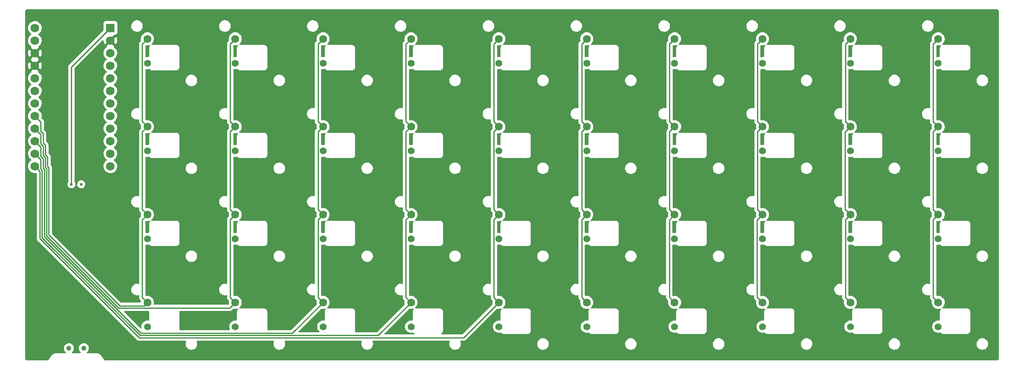
<source format=gbr>
%TF.GenerationSoftware,KiCad,Pcbnew,(6.0.4)*%
%TF.CreationDate,2022-11-13T15:40:53-05:00*%
%TF.ProjectId,crepe,63726570-652e-46b6-9963-61645f706362,v1.0.0*%
%TF.SameCoordinates,Original*%
%TF.FileFunction,Copper,L2,Bot*%
%TF.FilePolarity,Positive*%
%FSLAX46Y46*%
G04 Gerber Fmt 4.6, Leading zero omitted, Abs format (unit mm)*
G04 Created by KiCad (PCBNEW (6.0.4)) date 2022-11-13 15:40:53*
%MOMM*%
%LPD*%
G01*
G04 APERTURE LIST*
%TA.AperFunction,ComponentPad*%
%ADD10C,1.600000*%
%TD*%
%TA.AperFunction,ComponentPad*%
%ADD11C,1.400000*%
%TD*%
%TA.AperFunction,ComponentPad*%
%ADD12R,1.752600X1.752600*%
%TD*%
%TA.AperFunction,ComponentPad*%
%ADD13C,1.752600*%
%TD*%
%TA.AperFunction,WasherPad*%
%ADD14C,1.000000*%
%TD*%
%TA.AperFunction,ComponentPad*%
%ADD15C,0.600000*%
%TD*%
%TA.AperFunction,ViaPad*%
%ADD16C,0.800000*%
%TD*%
%TA.AperFunction,Conductor*%
%ADD17C,0.250000*%
%TD*%
G04 APERTURE END LIST*
D10*
%TO.P,S1,1*%
%TO.N,c0*%
X14349992Y2887664D03*
D11*
%TO.P,S1,2*%
%TO.N,pinky_extras*%
X14349992Y-2012336D03*
%TD*%
D10*
%TO.P,S2,1*%
%TO.N,c0*%
X14349992Y20637664D03*
D11*
%TO.P,S2,2*%
%TO.N,pinky_bottom*%
X14349992Y15737664D03*
%TD*%
D10*
%TO.P,S3,1*%
%TO.N,c0*%
X14349992Y38387664D03*
D11*
%TO.P,S3,2*%
%TO.N,pinky_home*%
X14349992Y33487664D03*
%TD*%
D10*
%TO.P,S4,1*%
%TO.N,c0*%
X14349992Y56137664D03*
D11*
%TO.P,S4,2*%
%TO.N,pinky_top*%
X14349992Y51237664D03*
%TD*%
D10*
%TO.P,S5,1*%
%TO.N,c1*%
X32099992Y2887664D03*
D11*
%TO.P,S5,2*%
%TO.N,ring_extras*%
X32099992Y-2012336D03*
%TD*%
D10*
%TO.P,S6,1*%
%TO.N,c1*%
X32099992Y20637664D03*
D11*
%TO.P,S6,2*%
%TO.N,ring_bottom*%
X32099992Y15737664D03*
%TD*%
D10*
%TO.P,S7,1*%
%TO.N,c1*%
X32099992Y38387664D03*
D11*
%TO.P,S7,2*%
%TO.N,ring_home*%
X32099992Y33487664D03*
%TD*%
D10*
%TO.P,S8,1*%
%TO.N,c1*%
X32099992Y56137664D03*
D11*
%TO.P,S8,2*%
%TO.N,ring_top*%
X32099992Y51237664D03*
%TD*%
D10*
%TO.P,S9,1*%
%TO.N,c2*%
X49849992Y2887664D03*
D11*
%TO.P,S9,2*%
%TO.N,middle_extras*%
X49849992Y-2012336D03*
%TD*%
D10*
%TO.P,S10,1*%
%TO.N,c2*%
X49849992Y20637664D03*
D11*
%TO.P,S10,2*%
%TO.N,middle_bottom*%
X49849992Y15737664D03*
%TD*%
D10*
%TO.P,S11,1*%
%TO.N,c2*%
X49849992Y38387664D03*
D11*
%TO.P,S11,2*%
%TO.N,middle_home*%
X49849992Y33487664D03*
%TD*%
D10*
%TO.P,S12,1*%
%TO.N,c2*%
X49849992Y56137664D03*
D11*
%TO.P,S12,2*%
%TO.N,middle_top*%
X49849992Y51237664D03*
%TD*%
D10*
%TO.P,S13,1*%
%TO.N,c3*%
X67599992Y2887664D03*
D11*
%TO.P,S13,2*%
%TO.N,index_extras*%
X67599992Y-2012336D03*
%TD*%
D10*
%TO.P,S14,1*%
%TO.N,c3*%
X67599992Y20637664D03*
D11*
%TO.P,S14,2*%
%TO.N,index_bottom*%
X67599992Y15737664D03*
%TD*%
D10*
%TO.P,S15,1*%
%TO.N,c3*%
X67599992Y38387664D03*
D11*
%TO.P,S15,2*%
%TO.N,index_home*%
X67599992Y33487664D03*
%TD*%
D10*
%TO.P,S16,1*%
%TO.N,c3*%
X67599992Y56137664D03*
D11*
%TO.P,S16,2*%
%TO.N,index_top*%
X67599992Y51237664D03*
%TD*%
D10*
%TO.P,S17,1*%
%TO.N,c4*%
X85349992Y2887664D03*
D11*
%TO.P,S17,2*%
%TO.N,inner_extras*%
X85349992Y-2012336D03*
%TD*%
D10*
%TO.P,S18,1*%
%TO.N,c4*%
X85349992Y20637664D03*
D11*
%TO.P,S18,2*%
%TO.N,inner_bottom*%
X85349992Y15737664D03*
%TD*%
D10*
%TO.P,S19,1*%
%TO.N,c4*%
X85349992Y38387664D03*
D11*
%TO.P,S19,2*%
%TO.N,inner_home*%
X85349992Y33487664D03*
%TD*%
D10*
%TO.P,S20,1*%
%TO.N,c4*%
X85349992Y56137664D03*
D11*
%TO.P,S20,2*%
%TO.N,inner_top*%
X85349992Y51237664D03*
%TD*%
D10*
%TO.P,S21,1*%
%TO.N,c0*%
X174099992Y2887664D03*
D11*
%TO.P,S21,2*%
%TO.N,mirror_pinky_extras*%
X174099992Y-2012336D03*
%TD*%
D10*
%TO.P,S22,1*%
%TO.N,c0*%
X174099992Y20637664D03*
D11*
%TO.P,S22,2*%
%TO.N,mirror_pinky_bottom*%
X174099992Y15737664D03*
%TD*%
D10*
%TO.P,S23,1*%
%TO.N,c0*%
X174099992Y38387664D03*
D11*
%TO.P,S23,2*%
%TO.N,mirror_pinky_home*%
X174099992Y33487664D03*
%TD*%
D10*
%TO.P,S24,1*%
%TO.N,c0*%
X174099992Y56137664D03*
D11*
%TO.P,S24,2*%
%TO.N,mirror_pinky_top*%
X174099992Y51237664D03*
%TD*%
D10*
%TO.P,S25,1*%
%TO.N,c1*%
X156349992Y2887664D03*
D11*
%TO.P,S25,2*%
%TO.N,mirror_ring_extras*%
X156349992Y-2012336D03*
%TD*%
D10*
%TO.P,S26,1*%
%TO.N,c1*%
X156349992Y20637664D03*
D11*
%TO.P,S26,2*%
%TO.N,mirror_ring_bottom*%
X156349992Y15737664D03*
%TD*%
D10*
%TO.P,S27,1*%
%TO.N,c1*%
X156349992Y38387664D03*
D11*
%TO.P,S27,2*%
%TO.N,mirror_ring_home*%
X156349992Y33487664D03*
%TD*%
D10*
%TO.P,S28,1*%
%TO.N,c1*%
X156349992Y56137664D03*
D11*
%TO.P,S28,2*%
%TO.N,mirror_ring_top*%
X156349992Y51237664D03*
%TD*%
D10*
%TO.P,S29,1*%
%TO.N,c2*%
X138599992Y2887664D03*
D11*
%TO.P,S29,2*%
%TO.N,mirror_middle_extras*%
X138599992Y-2012336D03*
%TD*%
D10*
%TO.P,S30,1*%
%TO.N,c2*%
X138599992Y20637664D03*
D11*
%TO.P,S30,2*%
%TO.N,mirror_middle_bottom*%
X138599992Y15737664D03*
%TD*%
D10*
%TO.P,S31,1*%
%TO.N,c2*%
X138599992Y38387664D03*
D11*
%TO.P,S31,2*%
%TO.N,mirror_middle_home*%
X138599992Y33487664D03*
%TD*%
D10*
%TO.P,S32,1*%
%TO.N,c2*%
X138599992Y56137664D03*
D11*
%TO.P,S32,2*%
%TO.N,mirror_middle_top*%
X138599992Y51237664D03*
%TD*%
D10*
%TO.P,S33,1*%
%TO.N,c3*%
X120849992Y2887664D03*
D11*
%TO.P,S33,2*%
%TO.N,mirror_index_extras*%
X120849992Y-2012336D03*
%TD*%
D10*
%TO.P,S34,1*%
%TO.N,c3*%
X120849992Y20637664D03*
D11*
%TO.P,S34,2*%
%TO.N,mirror_index_bottom*%
X120849992Y15737664D03*
%TD*%
D10*
%TO.P,S35,1*%
%TO.N,c3*%
X120849992Y38387664D03*
D11*
%TO.P,S35,2*%
%TO.N,mirror_index_home*%
X120849992Y33487664D03*
%TD*%
D10*
%TO.P,S36,1*%
%TO.N,c3*%
X120849992Y56137664D03*
D11*
%TO.P,S36,2*%
%TO.N,mirror_index_top*%
X120849992Y51237664D03*
%TD*%
D10*
%TO.P,S37,1*%
%TO.N,c4*%
X103099992Y2887664D03*
D11*
%TO.P,S37,2*%
%TO.N,mirror_inner_extras*%
X103099992Y-2012336D03*
%TD*%
D10*
%TO.P,S38,1*%
%TO.N,c4*%
X103099992Y20637664D03*
D11*
%TO.P,S38,2*%
%TO.N,mirror_inner_bottom*%
X103099992Y15737664D03*
%TD*%
D10*
%TO.P,S39,1*%
%TO.N,c4*%
X103099992Y38387664D03*
D11*
%TO.P,S39,2*%
%TO.N,mirror_inner_home*%
X103099992Y33487664D03*
%TD*%
D10*
%TO.P,S40,1*%
%TO.N,c4*%
X103099992Y56137664D03*
D11*
%TO.P,S40,2*%
%TO.N,mirror_inner_top*%
X103099992Y51237664D03*
%TD*%
D12*
%TO.P,,1*%
%TO.N,RAW*%
X6870000Y58345000D03*
D13*
%TO.P,,2*%
%TO.N,GND*%
X6870000Y55805000D03*
%TO.P,,3*%
%TO.N,RST*%
X6870000Y53265000D03*
%TO.P,,4*%
%TO.N,VCC*%
X6870000Y50725000D03*
%TO.P,,5*%
%TO.N,r0*%
X6870000Y48185000D03*
%TO.P,,6*%
%TO.N,r4*%
X6870000Y45645000D03*
%TO.P,,7*%
%TO.N,r1*%
X6870000Y43105000D03*
%TO.P,,8*%
%TO.N,r5*%
X6870000Y40565000D03*
%TO.P,,9*%
%TO.N,r2*%
X6870000Y38025000D03*
%TO.P,,10*%
%TO.N,r6*%
X6870000Y35485000D03*
%TO.P,,11*%
%TO.N,r3*%
X6870000Y32945000D03*
%TO.P,,12*%
%TO.N,r7*%
X6870000Y30405000D03*
%TO.P,,13*%
%TO.N,c4*%
X-8370000Y30405000D03*
%TO.P,,14*%
%TO.N,c3*%
X-8370000Y32945000D03*
%TO.P,,15*%
%TO.N,c2*%
X-8370000Y35485000D03*
%TO.P,,16*%
%TO.N,c1*%
X-8370000Y38025000D03*
%TO.P,,17*%
%TO.N,c0*%
X-8370000Y40565000D03*
%TO.P,,18*%
%TO.N,D4*%
X-8370000Y43105000D03*
%TO.P,,19*%
%TO.N,D0*%
X-8370000Y45645000D03*
%TO.P,,20*%
%TO.N,D1*%
X-8370000Y48185000D03*
%TO.P,,21*%
%TO.N,GND*%
X-8370000Y50725000D03*
%TO.P,,22*%
X-8370000Y53265000D03*
%TO.P,,23*%
%TO.N,D2*%
X-8370000Y55805000D03*
%TO.P,,24*%
%TO.N,D3*%
X-8370000Y58345000D03*
%TD*%
D14*
%TO.P,T1,*%
%TO.N,*%
X-1500000Y-6375000D03*
X1500000Y-6375000D03*
%TD*%
D15*
%TO.P,,1*%
%TO.N,RAW*%
X-1000000Y26750000D03*
%TD*%
%TO.P,,1*%
%TO.N,BAT*%
X1000000Y26750000D03*
%TD*%
D16*
%TO.N,GND*%
X743476Y-4306754D03*
%TD*%
D17*
%TO.N,RAW*%
X-1000000Y50475000D02*
X6870000Y58345000D01*
X-1000000Y26750000D02*
X-1000000Y50475000D01*
%TO.N,c0*%
X-7169189Y39364189D02*
X-8370000Y40565000D01*
X-7169189Y37459907D02*
X-7169189Y39364189D01*
X-6719669Y37010387D02*
X-7169189Y37459907D01*
X-6719669Y35106105D02*
X-6719669Y37010387D01*
X-6270149Y34656585D02*
X-6719669Y35106105D01*
X-5820629Y32302783D02*
X-6270149Y32752303D01*
X-5563536Y30141408D02*
X-5820629Y30398501D01*
X-5820629Y30398501D02*
X-5820629Y32302783D01*
X8765386Y2212673D02*
X-5563536Y16541595D01*
X-5563536Y16541595D02*
X-5563536Y30141408D01*
X13675001Y2212673D02*
X8765386Y2212673D01*
X14349992Y2887664D02*
X13675001Y2212673D01*
X-6270149Y32752303D02*
X-6270149Y34656585D01*
%TO.N,c1*%
X-7169189Y36824189D02*
X-8370000Y38025000D01*
X-7169189Y34919907D02*
X-7169189Y36824189D01*
X-6719669Y34470387D02*
X-7169189Y34919907D01*
X-6719669Y32566105D02*
X-6719669Y34470387D01*
X-6270149Y30212303D02*
X-6270149Y32116585D01*
X-6270149Y32116585D02*
X-6719669Y32566105D01*
X-6013056Y29955210D02*
X-6270149Y30212303D01*
X-6013056Y16355397D02*
X-6013056Y29955210D01*
X30975481Y1763153D02*
X8579188Y1763153D01*
X8579188Y1763153D02*
X-6013056Y16355397D01*
X32099992Y2887664D02*
X30975481Y1763153D01*
%TO.N,c2*%
X-7169189Y34284189D02*
X-8370000Y35485000D01*
X-6719669Y31930387D02*
X-7169189Y32379907D01*
X-6719669Y30026105D02*
X-6719669Y31930387D01*
X-7169189Y32379907D02*
X-7169189Y34284189D01*
X-6462576Y29769012D02*
X-6719669Y30026105D01*
X13043643Y-3337020D02*
X-6462576Y16169199D01*
X-6462576Y16169199D02*
X-6462576Y29769012D01*
X49849992Y2887664D02*
X43625308Y-3337020D01*
X43625308Y-3337020D02*
X13043643Y-3337020D01*
%TO.N,c3*%
X-7169189Y31744189D02*
X-8370000Y32945000D01*
X-7169189Y29839907D02*
X-7169189Y31744189D01*
X-6912096Y15983001D02*
X-6912096Y29582814D01*
X-6912096Y29582814D02*
X-7169189Y29839907D01*
X60925788Y-3786540D02*
X12857445Y-3786540D01*
X12857445Y-3786540D02*
X-6912096Y15983001D01*
X67599992Y2887664D02*
X60925788Y-3786540D01*
%TO.N,c4*%
X12671247Y-4236060D02*
X-7361616Y15796804D01*
X85349992Y2887664D02*
X78226268Y-4236060D01*
X78226268Y-4236060D02*
X12671247Y-4236060D01*
X-7361616Y15796804D02*
X-7361616Y29396616D01*
X-7361616Y29396616D02*
X-8370000Y30405000D01*
%TO.N,c0*%
X173075481Y3912175D02*
X174099992Y2887664D01*
X174099992Y20637664D02*
X173075481Y19613153D01*
X173075481Y19613153D02*
X173075481Y3912175D01*
X173075481Y21662175D02*
X174099992Y20637664D01*
X173075481Y37363153D02*
X173075481Y21662175D01*
X174099992Y38387664D02*
X173075481Y37363153D01*
X173075481Y39412175D02*
X174099992Y38387664D01*
X174099992Y56137664D02*
X173075481Y55113153D01*
X173075481Y55113153D02*
X173075481Y39412175D01*
%TO.N,c1*%
X155325481Y3912175D02*
X156349992Y2887664D01*
X155325481Y19613153D02*
X155325481Y3912175D01*
X156349992Y20637664D02*
X155325481Y19613153D01*
X155274513Y21713143D02*
X156349992Y20637664D01*
X155274513Y37312185D02*
X155274513Y21713143D01*
X156349992Y38387664D02*
X155274513Y37312185D01*
X155325481Y55113153D02*
X155325481Y39412175D01*
X155325481Y39412175D02*
X156349992Y38387664D01*
X156349992Y56137664D02*
X155325481Y55113153D01*
%TO.N,c2*%
X137524513Y3963143D02*
X138599992Y2887664D01*
X137524513Y19562185D02*
X137524513Y3963143D01*
X138599992Y20637664D02*
X137524513Y19562185D01*
X137575481Y37363153D02*
X137575481Y21662175D01*
X138599992Y38387664D02*
X137575481Y37363153D01*
X137575481Y21662175D02*
X138599992Y20637664D01*
X137575481Y39412175D02*
X138599992Y38387664D01*
X137575481Y55113153D02*
X137575481Y39412175D01*
X138599992Y56137664D02*
X137575481Y55113153D01*
%TO.N,c3*%
X119774513Y3963143D02*
X120849992Y2887664D01*
X119774513Y19562185D02*
X119774513Y3963143D01*
X120849992Y20637664D02*
X119774513Y19562185D01*
X119825481Y21662175D02*
X120849992Y20637664D01*
X119825481Y37363153D02*
X119825481Y21662175D01*
X120849992Y38387664D02*
X119825481Y37363153D01*
X119825481Y39412175D02*
X120849992Y38387664D01*
X119825481Y55113153D02*
X119825481Y39412175D01*
X120849992Y56137664D02*
X119825481Y55113153D01*
%TO.N,c4*%
X102075481Y39412175D02*
X103099992Y38387664D01*
X103099992Y56137664D02*
X102075481Y55113153D01*
X102075481Y55113153D02*
X102075481Y39412175D01*
X102075481Y21662175D02*
X103099992Y20637664D01*
X102075481Y37363153D02*
X102075481Y21662175D01*
X103099992Y38387664D02*
X102075481Y37363153D01*
X102075481Y3912175D02*
X103099992Y2887664D01*
X102075481Y19613153D02*
X102075481Y3912175D01*
X103099992Y20637664D02*
X102075481Y19613153D01*
X84325481Y19613153D02*
X84325481Y3912175D01*
X84325481Y3912175D02*
X85349992Y2887664D01*
X85349992Y20637664D02*
X84325481Y19613153D01*
X84325481Y21662175D02*
X85349992Y20637664D01*
X84325481Y37363153D02*
X84325481Y21662175D01*
X85349992Y38387664D02*
X84325481Y37363153D01*
X84325481Y39412175D02*
X85349992Y38387664D01*
X84325481Y55113153D02*
X84325481Y39412175D01*
X85349992Y56137664D02*
X84325481Y55113153D01*
%TO.N,c3*%
X66575481Y19613153D02*
X66575481Y3912175D01*
X66575481Y3912175D02*
X67599992Y2887664D01*
X67599992Y20637664D02*
X66575481Y19613153D01*
X66575481Y21662175D02*
X67599992Y20637664D01*
X66575481Y37363153D02*
X66575481Y21662175D01*
X67599992Y38387664D02*
X66575481Y37363153D01*
X66575481Y39412175D02*
X67599992Y38387664D01*
X66575481Y55113153D02*
X66575481Y39412175D01*
X67599992Y56137664D02*
X66575481Y55113153D01*
%TO.N,c2*%
X48825481Y3912175D02*
X49849992Y2887664D01*
X49849992Y20637664D02*
X48825481Y19613153D01*
X48825481Y19613153D02*
X48825481Y3912175D01*
X48825481Y21662175D02*
X49849992Y20637664D01*
X48825481Y37363153D02*
X48825481Y21662175D01*
X49849992Y38387664D02*
X48825481Y37363153D01*
X48825481Y39412175D02*
X49849992Y38387664D01*
X48825481Y55113153D02*
X48825481Y39412175D01*
X49849992Y56137664D02*
X48825481Y55113153D01*
%TO.N,c1*%
X31075481Y3912175D02*
X32099992Y2887664D01*
X31075481Y19613153D02*
X31075481Y3912175D01*
X32099992Y20637664D02*
X31075481Y19613153D01*
X31075481Y37363153D02*
X31075481Y21662175D01*
X32099992Y38387664D02*
X31075481Y37363153D01*
X31075481Y21662175D02*
X32099992Y20637664D01*
X31075481Y39412175D02*
X32099992Y38387664D01*
X31075481Y55113153D02*
X31075481Y39412175D01*
X32099992Y56137664D02*
X31075481Y55113153D01*
%TO.N,c0*%
X13325481Y3912175D02*
X14349992Y2887664D01*
X13325481Y19613153D02*
X13325481Y3912175D01*
X14349992Y20637664D02*
X13325481Y19613153D01*
X13325481Y21662175D02*
X14349992Y20637664D01*
X13325481Y37363153D02*
X13325481Y21662175D01*
X14349992Y38387664D02*
X13325481Y37363153D01*
X13325481Y39412175D02*
X14349992Y38387664D01*
X13325481Y55113153D02*
X13325481Y39412175D01*
X14349992Y56137664D02*
X13325481Y55113153D01*
%TD*%
%TA.AperFunction,Conductor*%
%TO.N,GND*%
G36*
X185845018Y62115000D02*
G01*
X185859852Y62112690D01*
X185859855Y62112690D01*
X185868724Y62111309D01*
X185877626Y62112473D01*
X185877750Y62112489D01*
X185908192Y62112760D01*
X185915621Y62111923D01*
X185970264Y62105766D01*
X185997771Y62099487D01*
X186074853Y62072515D01*
X186100274Y62060273D01*
X186169426Y62016822D01*
X186191485Y61999230D01*
X186249230Y61941485D01*
X186266822Y61919426D01*
X186310273Y61850274D01*
X186322515Y61824853D01*
X186349487Y61747772D01*
X186355766Y61720264D01*
X186362018Y61664774D01*
X186361923Y61649132D01*
X186362800Y61649121D01*
X186362690Y61640149D01*
X186361309Y61631276D01*
X186362473Y61622374D01*
X186362473Y61622372D01*
X186365436Y61599717D01*
X186366500Y61583379D01*
X186366500Y-8325633D01*
X186365000Y-8345018D01*
X186364269Y-8349716D01*
X186361309Y-8368724D01*
X186362473Y-8377626D01*
X186362489Y-8377750D01*
X186362760Y-8408193D01*
X186355766Y-8470264D01*
X186349487Y-8497771D01*
X186322515Y-8574853D01*
X186310273Y-8600274D01*
X186266822Y-8669426D01*
X186249230Y-8691485D01*
X186191485Y-8749230D01*
X186169426Y-8766822D01*
X186100274Y-8810273D01*
X186074853Y-8822515D01*
X185997772Y-8849487D01*
X185970264Y-8855766D01*
X185914774Y-8862018D01*
X185899132Y-8861923D01*
X185899121Y-8862800D01*
X185890149Y-8862690D01*
X185881276Y-8861309D01*
X185872374Y-8862473D01*
X185872372Y-8862473D01*
X185861385Y-8863910D01*
X185849714Y-8865436D01*
X185833379Y-8866500D01*
X6022051Y-8866500D01*
X6002663Y-8864999D01*
X5987843Y-8862691D01*
X5987842Y-8862691D01*
X5978968Y-8861309D01*
X5970065Y-8862473D01*
X5961088Y-8862363D01*
X5961088Y-8862337D01*
X5939606Y-8862414D01*
X5868582Y-8853644D01*
X5838636Y-8846134D01*
X5755282Y-8813942D01*
X5728065Y-8799375D01*
X5655052Y-8747881D01*
X5632190Y-8727127D01*
X5588591Y-8676488D01*
X5578390Y-8662881D01*
X5575304Y-8658127D01*
X5571534Y-8649982D01*
X5550587Y-8626003D01*
X5540642Y-8613002D01*
X5532158Y-8600275D01*
X5361986Y-8345018D01*
X5187003Y-8082543D01*
X5176863Y-8064186D01*
X5168653Y-8045867D01*
X5161818Y-8035338D01*
X5158576Y-8031717D01*
X5158572Y-8031712D01*
X5150429Y-8022617D01*
X5144622Y-8015642D01*
X5141997Y-8012246D01*
X5030762Y-7868385D01*
X5027580Y-7865285D01*
X4881968Y-7723465D01*
X4881965Y-7723462D01*
X4878795Y-7720375D01*
X4707612Y-7595089D01*
X4520581Y-7494989D01*
X4516427Y-7493468D01*
X4516425Y-7493467D01*
X4460283Y-7472910D01*
X4321382Y-7422048D01*
X4317062Y-7421124D01*
X4317057Y-7421123D01*
X4118260Y-7378623D01*
X4118254Y-7378622D01*
X4113936Y-7377699D01*
X4069323Y-7374561D01*
X3944171Y-7365759D01*
X3932105Y-7364323D01*
X3932004Y-7364306D01*
X3914878Y-7361424D01*
X3908546Y-7361347D01*
X3907191Y-7361330D01*
X3907187Y-7361330D01*
X3902326Y-7361271D01*
X3878910Y-7364624D01*
X3874692Y-7365228D01*
X3856832Y-7366500D01*
X2235014Y-7366500D01*
X2166893Y-7346498D01*
X2120400Y-7292842D01*
X2110296Y-7222568D01*
X2139790Y-7157988D01*
X2157441Y-7141211D01*
X2193991Y-7112655D01*
X2198847Y-7108861D01*
X2328078Y-6959145D01*
X2425769Y-6787179D01*
X2488197Y-6599513D01*
X2512985Y-6403295D01*
X2513188Y-6388753D01*
X2513331Y-6378523D01*
X2513331Y-6378520D01*
X2513380Y-6375000D01*
X2494080Y-6178167D01*
X2436916Y-5988831D01*
X2344066Y-5814204D01*
X2273709Y-5727938D01*
X2222960Y-5665713D01*
X2222957Y-5665710D01*
X2219065Y-5660938D01*
X2212724Y-5655692D01*
X2071425Y-5538799D01*
X2071421Y-5538797D01*
X2066675Y-5534870D01*
X1892701Y-5440802D01*
X1703768Y-5382318D01*
X1697643Y-5381674D01*
X1697642Y-5381674D01*
X1513204Y-5362289D01*
X1513202Y-5362289D01*
X1507075Y-5361645D01*
X1424576Y-5369153D01*
X1316251Y-5379011D01*
X1316248Y-5379012D01*
X1310112Y-5379570D01*
X1304206Y-5381308D01*
X1304202Y-5381309D01*
X1199076Y-5412249D01*
X1120381Y-5435410D01*
X1114923Y-5438263D01*
X1114919Y-5438265D01*
X1024147Y-5485720D01*
X945110Y-5527040D01*
X790975Y-5650968D01*
X663846Y-5802474D01*
X660879Y-5807872D01*
X660875Y-5807877D01*
X582095Y-5951180D01*
X568567Y-5975787D01*
X566706Y-5981654D01*
X566705Y-5981656D01*
X555118Y-6018183D01*
X508765Y-6164306D01*
X486719Y-6360851D01*
X488203Y-6378523D01*
X498769Y-6504351D01*
X503268Y-6557934D01*
X557783Y-6748050D01*
X648187Y-6923956D01*
X771035Y-7078953D01*
X775728Y-7082947D01*
X775729Y-7082948D01*
X848107Y-7144546D01*
X887020Y-7203929D01*
X887651Y-7274922D01*
X849800Y-7334987D01*
X785483Y-7365053D01*
X766444Y-7366500D01*
X-764986Y-7366500D01*
X-833107Y-7346498D01*
X-879600Y-7292842D01*
X-889704Y-7222568D01*
X-860210Y-7157988D01*
X-842559Y-7141211D01*
X-806009Y-7112655D01*
X-801153Y-7108861D01*
X-671922Y-6959145D01*
X-574231Y-6787179D01*
X-511803Y-6599513D01*
X-487015Y-6403295D01*
X-486812Y-6388753D01*
X-486669Y-6378523D01*
X-486669Y-6378520D01*
X-486620Y-6375000D01*
X-505920Y-6178167D01*
X-563084Y-5988831D01*
X-655934Y-5814204D01*
X-726291Y-5727938D01*
X-777040Y-5665713D01*
X-777043Y-5665710D01*
X-780935Y-5660938D01*
X-787276Y-5655692D01*
X-928575Y-5538799D01*
X-928579Y-5538797D01*
X-933325Y-5534870D01*
X-1107299Y-5440802D01*
X-1296232Y-5382318D01*
X-1302357Y-5381674D01*
X-1302358Y-5381674D01*
X-1486796Y-5362289D01*
X-1486798Y-5362289D01*
X-1492925Y-5361645D01*
X-1575424Y-5369153D01*
X-1683749Y-5379011D01*
X-1683752Y-5379012D01*
X-1689888Y-5379570D01*
X-1695794Y-5381308D01*
X-1695798Y-5381309D01*
X-1800924Y-5412249D01*
X-1879619Y-5435410D01*
X-1885077Y-5438263D01*
X-1885081Y-5438265D01*
X-1975853Y-5485720D01*
X-2054890Y-5527040D01*
X-2209025Y-5650968D01*
X-2336154Y-5802474D01*
X-2339121Y-5807872D01*
X-2339125Y-5807877D01*
X-2417905Y-5951180D01*
X-2431433Y-5975787D01*
X-2433294Y-5981654D01*
X-2433295Y-5981656D01*
X-2444882Y-6018183D01*
X-2491235Y-6164306D01*
X-2513281Y-6360851D01*
X-2511797Y-6378523D01*
X-2501231Y-6504351D01*
X-2496732Y-6557934D01*
X-2442217Y-6748050D01*
X-2351813Y-6923956D01*
X-2228965Y-7078953D01*
X-2224272Y-7082947D01*
X-2224271Y-7082948D01*
X-2151893Y-7144546D01*
X-2112980Y-7203929D01*
X-2112349Y-7274922D01*
X-2150200Y-7334987D01*
X-2214517Y-7365053D01*
X-2233556Y-7366500D01*
X-3849067Y-7366500D01*
X-3869972Y-7364754D01*
X-3884973Y-7362230D01*
X-3884976Y-7362230D01*
X-3889765Y-7361424D01*
X-3895788Y-7361351D01*
X-3897450Y-7361330D01*
X-3897454Y-7361330D01*
X-3902317Y-7361271D01*
X-3907133Y-7361961D01*
X-3907139Y-7361961D01*
X-3919018Y-7363662D01*
X-3928037Y-7364624D01*
X-3988888Y-7368903D01*
X-4113929Y-7377696D01*
X-4118252Y-7378620D01*
X-4118258Y-7378621D01*
X-4226839Y-7401833D01*
X-4321377Y-7422042D01*
X-4325523Y-7423560D01*
X-4325526Y-7423561D01*
X-4325553Y-7423571D01*
X-4520578Y-7494982D01*
X-4707611Y-7595079D01*
X-4711171Y-7597685D01*
X-4711175Y-7597687D01*
X-4711195Y-7597702D01*
X-4878797Y-7720365D01*
X-5030766Y-7868373D01*
X-5033469Y-7871869D01*
X-5033471Y-7871871D01*
X-5134867Y-8003004D01*
X-5142755Y-8012246D01*
X-5151382Y-8021420D01*
X-5151388Y-8021428D01*
X-5154724Y-8024975D01*
X-5161814Y-8035334D01*
X-5163913Y-8039727D01*
X-5173848Y-8060517D01*
X-5182697Y-8076083D01*
X-5359694Y-8341579D01*
X-5532157Y-8600275D01*
X-5536344Y-8606555D01*
X-5548344Y-8621852D01*
X-5564569Y-8639533D01*
X-5568538Y-8647584D01*
X-5573609Y-8654993D01*
X-5573630Y-8654979D01*
X-5585482Y-8672895D01*
X-5632178Y-8727129D01*
X-5655042Y-8747884D01*
X-5681894Y-8766822D01*
X-5728054Y-8799377D01*
X-5755275Y-8813946D01*
X-5838626Y-8846136D01*
X-5868574Y-8853645D01*
X-5927367Y-8860905D01*
X-5934782Y-8861820D01*
X-5951759Y-8862761D01*
X-5957538Y-8862690D01*
X-5966409Y-8861309D01*
X-5975311Y-8862473D01*
X-5975313Y-8862473D01*
X-5986300Y-8863910D01*
X-5997971Y-8865436D01*
X-6014306Y-8866500D01*
X-9825634Y-8866500D01*
X-9845019Y-8865000D01*
X-9859852Y-8862690D01*
X-9859856Y-8862690D01*
X-9868725Y-8861309D01*
X-9877627Y-8862473D01*
X-9877632Y-8862473D01*
X-9877751Y-8862489D01*
X-9908188Y-8862760D01*
X-9970263Y-8855766D01*
X-9997768Y-8849488D01*
X-10074859Y-8822513D01*
X-10100275Y-8810273D01*
X-10103346Y-8808343D01*
X-10169427Y-8766822D01*
X-10191486Y-8749230D01*
X-10249230Y-8691486D01*
X-10266822Y-8669427D01*
X-10283288Y-8643222D01*
X-10310274Y-8600273D01*
X-10322513Y-8574859D01*
X-10349488Y-8497768D01*
X-10355766Y-8470264D01*
X-10362018Y-8414776D01*
X-10361923Y-8399133D01*
X-10362800Y-8399122D01*
X-10362690Y-8390150D01*
X-10361309Y-8381277D01*
X-10364110Y-8359852D01*
X-10365436Y-8349716D01*
X-10366500Y-8333379D01*
X-10366500Y30438950D01*
X-9759131Y30438950D01*
X-9758834Y30433798D01*
X-9758834Y30433794D01*
X-9754149Y30352543D01*
X-9746023Y30211613D01*
X-9744888Y30206576D01*
X-9744887Y30206570D01*
X-9717410Y30084646D01*
X-9695961Y29989469D01*
X-9694017Y29984683D01*
X-9694016Y29984678D01*
X-9648192Y29871828D01*
X-9610289Y29778485D01*
X-9491308Y29584326D01*
X-9342214Y29412207D01*
X-9167011Y29266751D01*
X-9162559Y29264149D01*
X-9162554Y29264146D01*
X-9068460Y29209162D01*
X-8970403Y29151862D01*
X-8757671Y29070628D01*
X-8752605Y29069597D01*
X-8752604Y29069597D01*
X-8700370Y29058970D01*
X-8534528Y29025229D01*
X-8406712Y29020542D01*
X-8312130Y29017073D01*
X-8312125Y29017073D01*
X-8306966Y29016884D01*
X-8301846Y29017540D01*
X-8301844Y29017540D01*
X-8137126Y29038641D01*
X-8067016Y29027457D01*
X-8014082Y28980143D01*
X-7995116Y28913662D01*
X-7995116Y15875571D01*
X-7995643Y15864388D01*
X-7997318Y15856895D01*
X-7997069Y15848969D01*
X-7997069Y15848968D01*
X-7995178Y15788818D01*
X-7995116Y15784859D01*
X-7995116Y15756948D01*
X-7994619Y15753014D01*
X-7994619Y15753013D01*
X-7994611Y15752948D01*
X-7993678Y15741111D01*
X-7992289Y15696915D01*
X-7986638Y15677465D01*
X-7982629Y15658104D01*
X-7980090Y15638007D01*
X-7977171Y15630636D01*
X-7977171Y15630634D01*
X-7963812Y15596892D01*
X-7959967Y15585662D01*
X-7947634Y15543211D01*
X-7943601Y15536392D01*
X-7943599Y15536387D01*
X-7937323Y15525776D01*
X-7928628Y15508028D01*
X-7921168Y15489187D01*
X-7916506Y15482771D01*
X-7916506Y15482770D01*
X-7895180Y15453417D01*
X-7888664Y15443497D01*
X-7866158Y15405442D01*
X-7851837Y15391121D01*
X-7838997Y15376088D01*
X-7827088Y15359697D01*
X-7820982Y15354646D01*
X-7793011Y15331506D01*
X-7784232Y15323516D01*
X12167590Y-4628307D01*
X12175134Y-4636597D01*
X12179247Y-4643078D01*
X12185024Y-4648503D01*
X12228914Y-4689718D01*
X12231756Y-4692473D01*
X12251477Y-4712194D01*
X12254672Y-4714672D01*
X12263694Y-4722378D01*
X12295926Y-4752646D01*
X12302875Y-4756466D01*
X12313679Y-4762406D01*
X12330203Y-4773259D01*
X12346206Y-4785673D01*
X12386790Y-4803236D01*
X12397420Y-4808443D01*
X12436187Y-4829755D01*
X12443864Y-4831726D01*
X12443869Y-4831728D01*
X12455805Y-4834792D01*
X12474513Y-4841197D01*
X12493102Y-4849241D01*
X12500930Y-4850481D01*
X12500937Y-4850483D01*
X12536771Y-4856159D01*
X12548391Y-4858565D01*
X12580206Y-4866733D01*
X12591217Y-4869560D01*
X12611471Y-4869560D01*
X12631181Y-4871111D01*
X12651190Y-4874280D01*
X12659082Y-4873534D01*
X12677827Y-4871762D01*
X12695209Y-4870119D01*
X12707066Y-4869560D01*
X22073124Y-4869560D01*
X22141245Y-4889562D01*
X22187738Y-4943218D01*
X22197842Y-5013492D01*
X22190155Y-5042246D01*
X22134441Y-5181895D01*
X22133315Y-5187555D01*
X22133314Y-5187559D01*
X22094574Y-5382318D01*
X22092903Y-5390721D01*
X22092827Y-5396496D01*
X22092827Y-5396500D01*
X22092271Y-5438980D01*
X22090116Y-5603620D01*
X22091095Y-5609317D01*
X22091095Y-5609318D01*
X22123473Y-5797747D01*
X22126173Y-5813462D01*
X22199867Y-6013220D01*
X22278841Y-6145961D01*
X22301651Y-6184301D01*
X22308731Y-6196202D01*
X22449117Y-6356282D01*
X22616325Y-6488098D01*
X22621436Y-6490787D01*
X22621439Y-6490789D01*
X22724953Y-6545251D01*
X22804754Y-6587236D01*
X22810275Y-6588950D01*
X22810279Y-6588952D01*
X22980615Y-6641842D01*
X23008094Y-6650375D01*
X23180974Y-6670836D01*
X23304005Y-6670836D01*
X23389637Y-6662968D01*
X23456262Y-6656846D01*
X23456265Y-6656845D01*
X23462016Y-6656317D01*
X23483085Y-6650375D01*
X23661381Y-6600090D01*
X23661383Y-6600089D01*
X23666940Y-6598522D01*
X23672115Y-6595970D01*
X23672120Y-6595968D01*
X23852719Y-6506906D01*
X23857900Y-6504351D01*
X24028501Y-6376958D01*
X24173029Y-6220607D01*
X24286645Y-6040537D01*
X24365543Y-5842777D01*
X24370145Y-5819645D01*
X24405954Y-5639618D01*
X24405954Y-5639616D01*
X24407081Y-5633951D01*
X24407404Y-5609318D01*
X24409633Y-5438980D01*
X24409868Y-5421052D01*
X24404656Y-5390721D01*
X24374789Y-5216900D01*
X24374788Y-5216897D01*
X24373811Y-5211210D01*
X24310343Y-5039170D01*
X24305531Y-4968337D01*
X24339779Y-4906147D01*
X24402212Y-4872345D01*
X24428555Y-4869560D01*
X39823124Y-4869560D01*
X39891245Y-4889562D01*
X39937738Y-4943218D01*
X39947842Y-5013492D01*
X39940155Y-5042246D01*
X39884441Y-5181895D01*
X39883315Y-5187555D01*
X39883314Y-5187559D01*
X39844574Y-5382318D01*
X39842903Y-5390721D01*
X39842827Y-5396496D01*
X39842827Y-5396500D01*
X39842271Y-5438980D01*
X39840116Y-5603620D01*
X39841095Y-5609317D01*
X39841095Y-5609318D01*
X39873473Y-5797747D01*
X39876173Y-5813462D01*
X39949867Y-6013220D01*
X40028841Y-6145961D01*
X40051651Y-6184301D01*
X40058731Y-6196202D01*
X40199117Y-6356282D01*
X40366325Y-6488098D01*
X40371436Y-6490787D01*
X40371439Y-6490789D01*
X40474953Y-6545251D01*
X40554754Y-6587236D01*
X40560275Y-6588950D01*
X40560279Y-6588952D01*
X40730615Y-6641842D01*
X40758094Y-6650375D01*
X40930974Y-6670836D01*
X41054005Y-6670836D01*
X41139637Y-6662968D01*
X41206262Y-6656846D01*
X41206265Y-6656845D01*
X41212016Y-6656317D01*
X41233085Y-6650375D01*
X41411381Y-6600090D01*
X41411383Y-6600089D01*
X41416940Y-6598522D01*
X41422115Y-6595970D01*
X41422120Y-6595968D01*
X41602719Y-6506906D01*
X41607900Y-6504351D01*
X41778501Y-6376958D01*
X41923029Y-6220607D01*
X42036645Y-6040537D01*
X42115543Y-5842777D01*
X42120145Y-5819645D01*
X42155954Y-5639618D01*
X42155954Y-5639616D01*
X42157081Y-5633951D01*
X42157404Y-5609318D01*
X42159633Y-5438980D01*
X42159868Y-5421052D01*
X42154656Y-5390721D01*
X42124789Y-5216900D01*
X42124788Y-5216897D01*
X42123811Y-5211210D01*
X42060343Y-5039170D01*
X42055531Y-4968337D01*
X42089779Y-4906147D01*
X42152212Y-4872345D01*
X42178555Y-4869560D01*
X57573124Y-4869560D01*
X57641245Y-4889562D01*
X57687738Y-4943218D01*
X57697842Y-5013492D01*
X57690155Y-5042246D01*
X57634441Y-5181895D01*
X57633315Y-5187555D01*
X57633314Y-5187559D01*
X57594574Y-5382318D01*
X57592903Y-5390721D01*
X57592827Y-5396496D01*
X57592827Y-5396500D01*
X57592271Y-5438980D01*
X57590116Y-5603620D01*
X57591095Y-5609317D01*
X57591095Y-5609318D01*
X57623473Y-5797747D01*
X57626173Y-5813462D01*
X57699867Y-6013220D01*
X57778841Y-6145961D01*
X57801651Y-6184301D01*
X57808731Y-6196202D01*
X57949117Y-6356282D01*
X58116325Y-6488098D01*
X58121436Y-6490787D01*
X58121439Y-6490789D01*
X58224953Y-6545251D01*
X58304754Y-6587236D01*
X58310275Y-6588950D01*
X58310279Y-6588952D01*
X58480615Y-6641842D01*
X58508094Y-6650375D01*
X58680974Y-6670836D01*
X58804005Y-6670836D01*
X58889637Y-6662968D01*
X58956262Y-6656846D01*
X58956265Y-6656845D01*
X58962016Y-6656317D01*
X58983085Y-6650375D01*
X59161381Y-6600090D01*
X59161383Y-6600089D01*
X59166940Y-6598522D01*
X59172115Y-6595970D01*
X59172120Y-6595968D01*
X59352719Y-6506906D01*
X59357900Y-6504351D01*
X59528501Y-6376958D01*
X59673029Y-6220607D01*
X59786645Y-6040537D01*
X59865543Y-5842777D01*
X59870145Y-5819645D01*
X59905954Y-5639618D01*
X59905954Y-5639616D01*
X59907081Y-5633951D01*
X59907404Y-5609318D01*
X59909633Y-5438980D01*
X59909868Y-5421052D01*
X59904656Y-5390721D01*
X59874789Y-5216900D01*
X59874788Y-5216897D01*
X59873811Y-5211210D01*
X59810343Y-5039170D01*
X59805531Y-4968337D01*
X59839779Y-4906147D01*
X59902212Y-4872345D01*
X59928555Y-4869560D01*
X75323124Y-4869560D01*
X75391245Y-4889562D01*
X75437738Y-4943218D01*
X75447842Y-5013492D01*
X75440155Y-5042246D01*
X75384441Y-5181895D01*
X75383315Y-5187555D01*
X75383314Y-5187559D01*
X75344574Y-5382318D01*
X75342903Y-5390721D01*
X75342827Y-5396496D01*
X75342827Y-5396500D01*
X75342271Y-5438980D01*
X75340116Y-5603620D01*
X75341095Y-5609317D01*
X75341095Y-5609318D01*
X75373473Y-5797747D01*
X75376173Y-5813462D01*
X75449867Y-6013220D01*
X75528841Y-6145961D01*
X75551651Y-6184301D01*
X75558731Y-6196202D01*
X75699117Y-6356282D01*
X75866325Y-6488098D01*
X75871436Y-6490787D01*
X75871439Y-6490789D01*
X75974953Y-6545251D01*
X76054754Y-6587236D01*
X76060275Y-6588950D01*
X76060279Y-6588952D01*
X76230615Y-6641842D01*
X76258094Y-6650375D01*
X76430974Y-6670836D01*
X76554005Y-6670836D01*
X76639637Y-6662968D01*
X76706262Y-6656846D01*
X76706265Y-6656845D01*
X76712016Y-6656317D01*
X76733085Y-6650375D01*
X76911381Y-6600090D01*
X76911383Y-6600089D01*
X76916940Y-6598522D01*
X76922115Y-6595970D01*
X76922120Y-6595968D01*
X77102719Y-6506906D01*
X77107900Y-6504351D01*
X77278501Y-6376958D01*
X77423029Y-6220607D01*
X77536645Y-6040537D01*
X77615543Y-5842777D01*
X77620145Y-5819645D01*
X77655954Y-5639618D01*
X77655954Y-5639616D01*
X77657081Y-5633951D01*
X77657404Y-5609318D01*
X77657479Y-5603620D01*
X93090116Y-5603620D01*
X93091095Y-5609317D01*
X93091095Y-5609318D01*
X93123473Y-5797747D01*
X93126173Y-5813462D01*
X93199867Y-6013220D01*
X93278841Y-6145961D01*
X93301651Y-6184301D01*
X93308731Y-6196202D01*
X93449117Y-6356282D01*
X93616325Y-6488098D01*
X93621436Y-6490787D01*
X93621439Y-6490789D01*
X93724953Y-6545251D01*
X93804754Y-6587236D01*
X93810275Y-6588950D01*
X93810279Y-6588952D01*
X93980615Y-6641842D01*
X94008094Y-6650375D01*
X94180974Y-6670836D01*
X94304005Y-6670836D01*
X94389637Y-6662968D01*
X94456262Y-6656846D01*
X94456265Y-6656845D01*
X94462016Y-6656317D01*
X94483085Y-6650375D01*
X94661381Y-6600090D01*
X94661383Y-6600089D01*
X94666940Y-6598522D01*
X94672115Y-6595970D01*
X94672120Y-6595968D01*
X94852719Y-6506906D01*
X94857900Y-6504351D01*
X95028501Y-6376958D01*
X95173029Y-6220607D01*
X95286645Y-6040537D01*
X95365543Y-5842777D01*
X95370145Y-5819645D01*
X95405954Y-5639618D01*
X95405954Y-5639616D01*
X95407081Y-5633951D01*
X95407404Y-5609318D01*
X95407479Y-5603620D01*
X110840116Y-5603620D01*
X110841095Y-5609317D01*
X110841095Y-5609318D01*
X110873473Y-5797747D01*
X110876173Y-5813462D01*
X110949867Y-6013220D01*
X111028841Y-6145961D01*
X111051651Y-6184301D01*
X111058731Y-6196202D01*
X111199117Y-6356282D01*
X111366325Y-6488098D01*
X111371436Y-6490787D01*
X111371439Y-6490789D01*
X111474953Y-6545251D01*
X111554754Y-6587236D01*
X111560275Y-6588950D01*
X111560279Y-6588952D01*
X111730615Y-6641842D01*
X111758094Y-6650375D01*
X111930974Y-6670836D01*
X112054005Y-6670836D01*
X112139637Y-6662968D01*
X112206262Y-6656846D01*
X112206265Y-6656845D01*
X112212016Y-6656317D01*
X112233085Y-6650375D01*
X112411381Y-6600090D01*
X112411383Y-6600089D01*
X112416940Y-6598522D01*
X112422115Y-6595970D01*
X112422120Y-6595968D01*
X112602719Y-6506906D01*
X112607900Y-6504351D01*
X112778501Y-6376958D01*
X112923029Y-6220607D01*
X113036645Y-6040537D01*
X113115543Y-5842777D01*
X113120145Y-5819645D01*
X113155954Y-5639618D01*
X113155954Y-5639616D01*
X113157081Y-5633951D01*
X113157404Y-5609318D01*
X113157479Y-5603620D01*
X128590116Y-5603620D01*
X128591095Y-5609317D01*
X128591095Y-5609318D01*
X128623473Y-5797747D01*
X128626173Y-5813462D01*
X128699867Y-6013220D01*
X128778841Y-6145961D01*
X128801651Y-6184301D01*
X128808731Y-6196202D01*
X128949117Y-6356282D01*
X129116325Y-6488098D01*
X129121436Y-6490787D01*
X129121439Y-6490789D01*
X129224953Y-6545251D01*
X129304754Y-6587236D01*
X129310275Y-6588950D01*
X129310279Y-6588952D01*
X129480615Y-6641842D01*
X129508094Y-6650375D01*
X129680974Y-6670836D01*
X129804005Y-6670836D01*
X129889637Y-6662968D01*
X129956262Y-6656846D01*
X129956265Y-6656845D01*
X129962016Y-6656317D01*
X129983085Y-6650375D01*
X130161381Y-6600090D01*
X130161383Y-6600089D01*
X130166940Y-6598522D01*
X130172115Y-6595970D01*
X130172120Y-6595968D01*
X130352719Y-6506906D01*
X130357900Y-6504351D01*
X130528501Y-6376958D01*
X130673029Y-6220607D01*
X130786645Y-6040537D01*
X130865543Y-5842777D01*
X130870145Y-5819645D01*
X130905954Y-5639618D01*
X130905954Y-5639616D01*
X130907081Y-5633951D01*
X130907404Y-5609318D01*
X130907479Y-5603620D01*
X146340116Y-5603620D01*
X146341095Y-5609317D01*
X146341095Y-5609318D01*
X146373473Y-5797747D01*
X146376173Y-5813462D01*
X146449867Y-6013220D01*
X146528841Y-6145961D01*
X146551651Y-6184301D01*
X146558731Y-6196202D01*
X146699117Y-6356282D01*
X146866325Y-6488098D01*
X146871436Y-6490787D01*
X146871439Y-6490789D01*
X146974953Y-6545251D01*
X147054754Y-6587236D01*
X147060275Y-6588950D01*
X147060279Y-6588952D01*
X147230615Y-6641842D01*
X147258094Y-6650375D01*
X147430974Y-6670836D01*
X147554005Y-6670836D01*
X147639637Y-6662968D01*
X147706262Y-6656846D01*
X147706265Y-6656845D01*
X147712016Y-6656317D01*
X147733085Y-6650375D01*
X147911381Y-6600090D01*
X147911383Y-6600089D01*
X147916940Y-6598522D01*
X147922115Y-6595970D01*
X147922120Y-6595968D01*
X148102719Y-6506906D01*
X148107900Y-6504351D01*
X148278501Y-6376958D01*
X148423029Y-6220607D01*
X148536645Y-6040537D01*
X148615543Y-5842777D01*
X148620145Y-5819645D01*
X148655954Y-5639618D01*
X148655954Y-5639616D01*
X148657081Y-5633951D01*
X148657404Y-5609318D01*
X148657479Y-5603620D01*
X164090116Y-5603620D01*
X164091095Y-5609317D01*
X164091095Y-5609318D01*
X164123473Y-5797747D01*
X164126173Y-5813462D01*
X164199867Y-6013220D01*
X164278841Y-6145961D01*
X164301651Y-6184301D01*
X164308731Y-6196202D01*
X164449117Y-6356282D01*
X164616325Y-6488098D01*
X164621436Y-6490787D01*
X164621439Y-6490789D01*
X164724953Y-6545251D01*
X164804754Y-6587236D01*
X164810275Y-6588950D01*
X164810279Y-6588952D01*
X164980615Y-6641842D01*
X165008094Y-6650375D01*
X165180974Y-6670836D01*
X165304005Y-6670836D01*
X165389637Y-6662968D01*
X165456262Y-6656846D01*
X165456265Y-6656845D01*
X165462016Y-6656317D01*
X165483085Y-6650375D01*
X165661381Y-6600090D01*
X165661383Y-6600089D01*
X165666940Y-6598522D01*
X165672115Y-6595970D01*
X165672120Y-6595968D01*
X165852719Y-6506906D01*
X165857900Y-6504351D01*
X166028501Y-6376958D01*
X166173029Y-6220607D01*
X166286645Y-6040537D01*
X166365543Y-5842777D01*
X166370145Y-5819645D01*
X166405954Y-5639618D01*
X166405954Y-5639616D01*
X166407081Y-5633951D01*
X166407404Y-5609318D01*
X166407479Y-5603620D01*
X181840116Y-5603620D01*
X181841095Y-5609317D01*
X181841095Y-5609318D01*
X181873473Y-5797747D01*
X181876173Y-5813462D01*
X181949867Y-6013220D01*
X182028841Y-6145961D01*
X182051651Y-6184301D01*
X182058731Y-6196202D01*
X182199117Y-6356282D01*
X182366325Y-6488098D01*
X182371436Y-6490787D01*
X182371439Y-6490789D01*
X182474953Y-6545251D01*
X182554754Y-6587236D01*
X182560275Y-6588950D01*
X182560279Y-6588952D01*
X182730615Y-6641842D01*
X182758094Y-6650375D01*
X182930974Y-6670836D01*
X183054005Y-6670836D01*
X183139637Y-6662968D01*
X183206262Y-6656846D01*
X183206265Y-6656845D01*
X183212016Y-6656317D01*
X183233085Y-6650375D01*
X183411381Y-6600090D01*
X183411383Y-6600089D01*
X183416940Y-6598522D01*
X183422115Y-6595970D01*
X183422120Y-6595968D01*
X183602719Y-6506906D01*
X183607900Y-6504351D01*
X183778501Y-6376958D01*
X183923029Y-6220607D01*
X184036645Y-6040537D01*
X184115543Y-5842777D01*
X184120145Y-5819645D01*
X184155954Y-5639618D01*
X184155954Y-5639616D01*
X184157081Y-5633951D01*
X184157404Y-5609318D01*
X184159633Y-5438980D01*
X184159868Y-5421052D01*
X184154656Y-5390721D01*
X184124789Y-5216900D01*
X184124788Y-5216897D01*
X184123811Y-5211210D01*
X184050117Y-5011452D01*
X183964526Y-4867588D01*
X183944207Y-4833435D01*
X183944206Y-4833434D01*
X183941253Y-4828470D01*
X183800867Y-4668390D01*
X183633659Y-4536574D01*
X183628548Y-4533885D01*
X183628545Y-4533883D01*
X183525031Y-4479421D01*
X183445230Y-4437436D01*
X183439709Y-4435722D01*
X183439705Y-4435720D01*
X183247413Y-4376012D01*
X183247414Y-4376012D01*
X183241890Y-4374297D01*
X183069010Y-4353836D01*
X182945979Y-4353836D01*
X182860347Y-4361704D01*
X182793722Y-4367826D01*
X182793719Y-4367827D01*
X182787968Y-4368355D01*
X182782409Y-4369923D01*
X182782408Y-4369923D01*
X182588603Y-4424582D01*
X182588601Y-4424583D01*
X182583044Y-4426150D01*
X182577869Y-4428702D01*
X182577864Y-4428704D01*
X182554697Y-4440129D01*
X182392084Y-4520321D01*
X182221483Y-4647714D01*
X182076955Y-4804065D01*
X181963339Y-4984135D01*
X181884441Y-5181895D01*
X181883315Y-5187555D01*
X181883314Y-5187559D01*
X181844574Y-5382318D01*
X181842903Y-5390721D01*
X181842827Y-5396496D01*
X181842827Y-5396500D01*
X181842271Y-5438980D01*
X181840116Y-5603620D01*
X166407479Y-5603620D01*
X166409633Y-5438980D01*
X166409868Y-5421052D01*
X166404656Y-5390721D01*
X166374789Y-5216900D01*
X166374788Y-5216897D01*
X166373811Y-5211210D01*
X166300117Y-5011452D01*
X166214526Y-4867588D01*
X166194207Y-4833435D01*
X166194206Y-4833434D01*
X166191253Y-4828470D01*
X166050867Y-4668390D01*
X165883659Y-4536574D01*
X165878548Y-4533885D01*
X165878545Y-4533883D01*
X165775031Y-4479421D01*
X165695230Y-4437436D01*
X165689709Y-4435722D01*
X165689705Y-4435720D01*
X165497413Y-4376012D01*
X165497414Y-4376012D01*
X165491890Y-4374297D01*
X165319010Y-4353836D01*
X165195979Y-4353836D01*
X165110347Y-4361704D01*
X165043722Y-4367826D01*
X165043719Y-4367827D01*
X165037968Y-4368355D01*
X165032409Y-4369923D01*
X165032408Y-4369923D01*
X164838603Y-4424582D01*
X164838601Y-4424583D01*
X164833044Y-4426150D01*
X164827869Y-4428702D01*
X164827864Y-4428704D01*
X164804697Y-4440129D01*
X164642084Y-4520321D01*
X164471483Y-4647714D01*
X164326955Y-4804065D01*
X164213339Y-4984135D01*
X164134441Y-5181895D01*
X164133315Y-5187555D01*
X164133314Y-5187559D01*
X164094574Y-5382318D01*
X164092903Y-5390721D01*
X164092827Y-5396496D01*
X164092827Y-5396500D01*
X164092271Y-5438980D01*
X164090116Y-5603620D01*
X148657479Y-5603620D01*
X148659633Y-5438980D01*
X148659868Y-5421052D01*
X148654656Y-5390721D01*
X148624789Y-5216900D01*
X148624788Y-5216897D01*
X148623811Y-5211210D01*
X148550117Y-5011452D01*
X148464526Y-4867588D01*
X148444207Y-4833435D01*
X148444206Y-4833434D01*
X148441253Y-4828470D01*
X148300867Y-4668390D01*
X148133659Y-4536574D01*
X148128548Y-4533885D01*
X148128545Y-4533883D01*
X148025031Y-4479421D01*
X147945230Y-4437436D01*
X147939709Y-4435722D01*
X147939705Y-4435720D01*
X147747413Y-4376012D01*
X147747414Y-4376012D01*
X147741890Y-4374297D01*
X147569010Y-4353836D01*
X147445979Y-4353836D01*
X147360347Y-4361704D01*
X147293722Y-4367826D01*
X147293719Y-4367827D01*
X147287968Y-4368355D01*
X147282409Y-4369923D01*
X147282408Y-4369923D01*
X147088603Y-4424582D01*
X147088601Y-4424583D01*
X147083044Y-4426150D01*
X147077869Y-4428702D01*
X147077864Y-4428704D01*
X147054697Y-4440129D01*
X146892084Y-4520321D01*
X146721483Y-4647714D01*
X146576955Y-4804065D01*
X146463339Y-4984135D01*
X146384441Y-5181895D01*
X146383315Y-5187555D01*
X146383314Y-5187559D01*
X146344574Y-5382318D01*
X146342903Y-5390721D01*
X146342827Y-5396496D01*
X146342827Y-5396500D01*
X146342271Y-5438980D01*
X146340116Y-5603620D01*
X130907479Y-5603620D01*
X130909633Y-5438980D01*
X130909868Y-5421052D01*
X130904656Y-5390721D01*
X130874789Y-5216900D01*
X130874788Y-5216897D01*
X130873811Y-5211210D01*
X130800117Y-5011452D01*
X130714526Y-4867588D01*
X130694207Y-4833435D01*
X130694206Y-4833434D01*
X130691253Y-4828470D01*
X130550867Y-4668390D01*
X130383659Y-4536574D01*
X130378548Y-4533885D01*
X130378545Y-4533883D01*
X130275031Y-4479421D01*
X130195230Y-4437436D01*
X130189709Y-4435722D01*
X130189705Y-4435720D01*
X129997413Y-4376012D01*
X129997414Y-4376012D01*
X129991890Y-4374297D01*
X129819010Y-4353836D01*
X129695979Y-4353836D01*
X129610347Y-4361704D01*
X129543722Y-4367826D01*
X129543719Y-4367827D01*
X129537968Y-4368355D01*
X129532409Y-4369923D01*
X129532408Y-4369923D01*
X129338603Y-4424582D01*
X129338601Y-4424583D01*
X129333044Y-4426150D01*
X129327869Y-4428702D01*
X129327864Y-4428704D01*
X129304697Y-4440129D01*
X129142084Y-4520321D01*
X128971483Y-4647714D01*
X128826955Y-4804065D01*
X128713339Y-4984135D01*
X128634441Y-5181895D01*
X128633315Y-5187555D01*
X128633314Y-5187559D01*
X128594574Y-5382318D01*
X128592903Y-5390721D01*
X128592827Y-5396496D01*
X128592827Y-5396500D01*
X128592271Y-5438980D01*
X128590116Y-5603620D01*
X113157479Y-5603620D01*
X113159633Y-5438980D01*
X113159868Y-5421052D01*
X113154656Y-5390721D01*
X113124789Y-5216900D01*
X113124788Y-5216897D01*
X113123811Y-5211210D01*
X113050117Y-5011452D01*
X112964526Y-4867588D01*
X112944207Y-4833435D01*
X112944206Y-4833434D01*
X112941253Y-4828470D01*
X112800867Y-4668390D01*
X112633659Y-4536574D01*
X112628548Y-4533885D01*
X112628545Y-4533883D01*
X112525031Y-4479421D01*
X112445230Y-4437436D01*
X112439709Y-4435722D01*
X112439705Y-4435720D01*
X112247413Y-4376012D01*
X112247414Y-4376012D01*
X112241890Y-4374297D01*
X112069010Y-4353836D01*
X111945979Y-4353836D01*
X111860347Y-4361704D01*
X111793722Y-4367826D01*
X111793719Y-4367827D01*
X111787968Y-4368355D01*
X111782409Y-4369923D01*
X111782408Y-4369923D01*
X111588603Y-4424582D01*
X111588601Y-4424583D01*
X111583044Y-4426150D01*
X111577869Y-4428702D01*
X111577864Y-4428704D01*
X111554697Y-4440129D01*
X111392084Y-4520321D01*
X111221483Y-4647714D01*
X111076955Y-4804065D01*
X110963339Y-4984135D01*
X110884441Y-5181895D01*
X110883315Y-5187555D01*
X110883314Y-5187559D01*
X110844574Y-5382318D01*
X110842903Y-5390721D01*
X110842827Y-5396496D01*
X110842827Y-5396500D01*
X110842271Y-5438980D01*
X110840116Y-5603620D01*
X95407479Y-5603620D01*
X95409633Y-5438980D01*
X95409868Y-5421052D01*
X95404656Y-5390721D01*
X95374789Y-5216900D01*
X95374788Y-5216897D01*
X95373811Y-5211210D01*
X95300117Y-5011452D01*
X95214526Y-4867588D01*
X95194207Y-4833435D01*
X95194206Y-4833434D01*
X95191253Y-4828470D01*
X95050867Y-4668390D01*
X94883659Y-4536574D01*
X94878548Y-4533885D01*
X94878545Y-4533883D01*
X94775031Y-4479421D01*
X94695230Y-4437436D01*
X94689709Y-4435722D01*
X94689705Y-4435720D01*
X94497413Y-4376012D01*
X94497414Y-4376012D01*
X94491890Y-4374297D01*
X94319010Y-4353836D01*
X94195979Y-4353836D01*
X94110347Y-4361704D01*
X94043722Y-4367826D01*
X94043719Y-4367827D01*
X94037968Y-4368355D01*
X94032409Y-4369923D01*
X94032408Y-4369923D01*
X93838603Y-4424582D01*
X93838601Y-4424583D01*
X93833044Y-4426150D01*
X93827869Y-4428702D01*
X93827864Y-4428704D01*
X93804697Y-4440129D01*
X93642084Y-4520321D01*
X93471483Y-4647714D01*
X93326955Y-4804065D01*
X93213339Y-4984135D01*
X93134441Y-5181895D01*
X93133315Y-5187555D01*
X93133314Y-5187559D01*
X93094574Y-5382318D01*
X93092903Y-5390721D01*
X93092827Y-5396496D01*
X93092827Y-5396500D01*
X93092271Y-5438980D01*
X93090116Y-5603620D01*
X77657479Y-5603620D01*
X77659633Y-5438980D01*
X77659868Y-5421052D01*
X77654656Y-5390721D01*
X77624789Y-5216900D01*
X77624788Y-5216897D01*
X77623811Y-5211210D01*
X77560343Y-5039170D01*
X77555531Y-4968337D01*
X77589779Y-4906147D01*
X77652212Y-4872345D01*
X77678555Y-4869560D01*
X78147501Y-4869560D01*
X78158684Y-4870087D01*
X78166177Y-4871762D01*
X78174103Y-4871513D01*
X78174104Y-4871513D01*
X78234254Y-4869622D01*
X78238213Y-4869560D01*
X78266124Y-4869560D01*
X78270059Y-4869063D01*
X78270124Y-4869055D01*
X78281961Y-4868122D01*
X78314219Y-4867108D01*
X78318238Y-4866982D01*
X78326157Y-4866733D01*
X78345611Y-4861081D01*
X78364968Y-4857073D01*
X78377198Y-4855528D01*
X78377199Y-4855528D01*
X78385065Y-4854534D01*
X78392436Y-4851615D01*
X78392438Y-4851615D01*
X78426180Y-4838256D01*
X78437410Y-4834411D01*
X78472251Y-4824289D01*
X78472252Y-4824289D01*
X78479861Y-4822078D01*
X78486680Y-4818045D01*
X78486685Y-4818043D01*
X78497296Y-4811767D01*
X78515044Y-4803072D01*
X78533885Y-4795612D01*
X78554255Y-4780813D01*
X78569655Y-4769624D01*
X78579575Y-4763108D01*
X78610803Y-4744640D01*
X78610806Y-4744638D01*
X78617630Y-4740602D01*
X78631951Y-4726281D01*
X78646985Y-4713440D01*
X78648700Y-4712194D01*
X78663375Y-4701532D01*
X78691566Y-4667455D01*
X78699556Y-4658676D01*
X84936744Y1578512D01*
X84999056Y1612538D01*
X85058451Y1611123D01*
X85116583Y1595546D01*
X85116594Y1595544D01*
X85121905Y1594121D01*
X85349992Y1574166D01*
X85578079Y1594121D01*
X85583392Y1595545D01*
X85583394Y1595545D01*
X85735227Y1636229D01*
X85806203Y1634539D01*
X85864999Y1594745D01*
X85892947Y1529481D01*
X85881174Y1459467D01*
X85864917Y1434200D01*
X85858331Y1426240D01*
X85853104Y1420311D01*
X85837679Y1403884D01*
X85813028Y1377633D01*
X85809212Y1370691D01*
X85809208Y1370686D01*
X85808675Y1369716D01*
X85795348Y1350105D01*
X85789591Y1343146D01*
X85772702Y1307256D01*
X85764669Y1290185D01*
X85761076Y1283133D01*
X85749767Y1262561D01*
X85732876Y1231837D01*
X85730905Y1224159D01*
X85730904Y1224157D01*
X85730631Y1223092D01*
X85722597Y1200778D01*
X85718751Y1192605D01*
X85708888Y1140897D01*
X85707782Y1135101D01*
X85706056Y1127380D01*
X85691500Y1070688D01*
X85691500Y1061655D01*
X85689268Y1038046D01*
X85687576Y1029176D01*
X85688684Y1011565D01*
X85691251Y970765D01*
X85691500Y962853D01*
X85691500Y-691593D01*
X85671498Y-759714D01*
X85617842Y-806207D01*
X85554519Y-817114D01*
X85349992Y-799220D01*
X85139337Y-817650D01*
X85134024Y-819074D01*
X85134022Y-819074D01*
X84940392Y-870957D01*
X84940390Y-870958D01*
X84935082Y-872380D01*
X84930101Y-874702D01*
X84930100Y-874703D01*
X84748415Y-959424D01*
X84748412Y-959426D01*
X84743434Y-961747D01*
X84570216Y-1083035D01*
X84420691Y-1232560D01*
X84299403Y-1405778D01*
X84210036Y-1597426D01*
X84155306Y-1801681D01*
X84136876Y-2012336D01*
X84155306Y-2222991D01*
X84156730Y-2228304D01*
X84156730Y-2228306D01*
X84196904Y-2378235D01*
X84210036Y-2427246D01*
X84299403Y-2618894D01*
X84420691Y-2792112D01*
X84570216Y-2941637D01*
X84743434Y-3062925D01*
X84748412Y-3065246D01*
X84748415Y-3065248D01*
X84921623Y-3146016D01*
X84935082Y-3152292D01*
X84940390Y-3153714D01*
X84940392Y-3153715D01*
X85134022Y-3205598D01*
X85134024Y-3205598D01*
X85139337Y-3207022D01*
X85349992Y-3225452D01*
X85560647Y-3207022D01*
X85565960Y-3205598D01*
X85565962Y-3205598D01*
X85693299Y-3171478D01*
X85764275Y-3173168D01*
X85823071Y-3212962D01*
X85832293Y-3225667D01*
X85838584Y-3235580D01*
X85844364Y-3241008D01*
X85844365Y-3241009D01*
X85845173Y-3241768D01*
X85860849Y-3259549D01*
X85866159Y-3266857D01*
X85872268Y-3271911D01*
X85872269Y-3271912D01*
X85911255Y-3304165D01*
X85917189Y-3309396D01*
X85932652Y-3323916D01*
X85959867Y-3349472D01*
X85966809Y-3353288D01*
X85966814Y-3353292D01*
X85967784Y-3353825D01*
X85987395Y-3367152D01*
X85994354Y-3372909D01*
X86025287Y-3387465D01*
X86047315Y-3397831D01*
X86054367Y-3401424D01*
X86079999Y-3415515D01*
X86105663Y-3429624D01*
X86113341Y-3431595D01*
X86113343Y-3431596D01*
X86113876Y-3431733D01*
X86114410Y-3431870D01*
X86136722Y-3439903D01*
X86137720Y-3440373D01*
X86137723Y-3440374D01*
X86144895Y-3443749D01*
X86152682Y-3445234D01*
X86152684Y-3445235D01*
X86181392Y-3450711D01*
X86202404Y-3454719D01*
X86210120Y-3456444D01*
X86266812Y-3471000D01*
X86275845Y-3471000D01*
X86299454Y-3473232D01*
X86300538Y-3473439D01*
X86300540Y-3473439D01*
X86308324Y-3474924D01*
X86366736Y-3471249D01*
X86374647Y-3471000D01*
X87162188Y-3471000D01*
X87167903Y-3471130D01*
X87252817Y-3474986D01*
X87257837Y-3474405D01*
X87257841Y-3474405D01*
X87280050Y-3471835D01*
X87294532Y-3471000D01*
X90262188Y-3471000D01*
X90267903Y-3471130D01*
X90352817Y-3474986D01*
X90357837Y-3474405D01*
X90357841Y-3474405D01*
X90380050Y-3471835D01*
X90394532Y-3471000D01*
X91075845Y-3471000D01*
X91099454Y-3473232D01*
X91100538Y-3473439D01*
X91100540Y-3473439D01*
X91108324Y-3474924D01*
X91166736Y-3471249D01*
X91174647Y-3471000D01*
X91191432Y-3471000D01*
X91208090Y-3468896D01*
X91215966Y-3468152D01*
X91266461Y-3464975D01*
X91266463Y-3464975D01*
X91274371Y-3464477D01*
X91282951Y-3461689D01*
X91306105Y-3456514D01*
X91307203Y-3456375D01*
X91315064Y-3455382D01*
X91322429Y-3452466D01*
X91322433Y-3452465D01*
X91369506Y-3433827D01*
X91376956Y-3431145D01*
X91425061Y-3415515D01*
X91425062Y-3415515D01*
X91432604Y-3413064D01*
X91439298Y-3408816D01*
X91439304Y-3408813D01*
X91440232Y-3408224D01*
X91461355Y-3397461D01*
X91469756Y-3394135D01*
X91517116Y-3359726D01*
X91523663Y-3355277D01*
X91532810Y-3349472D01*
X91573080Y-3323916D01*
X91579268Y-3317327D01*
X91597051Y-3301649D01*
X91604357Y-3296341D01*
X91628749Y-3266857D01*
X91641665Y-3251245D01*
X91646896Y-3245311D01*
X91681547Y-3208410D01*
X91686972Y-3202633D01*
X91690788Y-3195691D01*
X91690792Y-3195686D01*
X91691325Y-3194716D01*
X91704652Y-3175105D01*
X91705356Y-3174254D01*
X91710409Y-3168146D01*
X91735331Y-3115185D01*
X91738924Y-3108133D01*
X91763304Y-3063786D01*
X91763305Y-3063785D01*
X91767124Y-3056837D01*
X91769370Y-3048090D01*
X91777403Y-3025778D01*
X91777873Y-3024780D01*
X91777874Y-3024777D01*
X91781249Y-3017605D01*
X91792219Y-2960096D01*
X91793945Y-2952375D01*
X91806528Y-2903367D01*
X91808500Y-2895688D01*
X91808500Y-2886655D01*
X91810732Y-2863046D01*
X91810939Y-2861962D01*
X91810939Y-2861960D01*
X91812424Y-2854176D01*
X91808749Y-2795764D01*
X91808500Y-2787853D01*
X91808500Y913345D01*
X91810732Y936954D01*
X91810939Y938038D01*
X91810939Y938040D01*
X91812424Y945824D01*
X91808749Y1004236D01*
X91808500Y1012147D01*
X91808500Y1028932D01*
X91806396Y1045590D01*
X91805652Y1053466D01*
X91802475Y1103961D01*
X91802475Y1103963D01*
X91801977Y1111871D01*
X91799189Y1120451D01*
X91794014Y1143605D01*
X91793875Y1144703D01*
X91792882Y1152564D01*
X91789966Y1159929D01*
X91789965Y1159933D01*
X91771327Y1207006D01*
X91768645Y1214456D01*
X91753015Y1262561D01*
X91753015Y1262562D01*
X91750564Y1270104D01*
X91746316Y1276798D01*
X91746313Y1276804D01*
X91745724Y1277732D01*
X91734960Y1298857D01*
X91734554Y1299882D01*
X91731635Y1307256D01*
X91697226Y1354616D01*
X91692777Y1361163D01*
X91682325Y1377633D01*
X91661416Y1410580D01*
X91654827Y1416768D01*
X91639149Y1434551D01*
X91638500Y1435444D01*
X91633841Y1441857D01*
X91627731Y1446912D01*
X91588745Y1479165D01*
X91582811Y1484396D01*
X91545910Y1519047D01*
X91545911Y1519047D01*
X91540133Y1524472D01*
X91533191Y1528288D01*
X91533186Y1528292D01*
X91532216Y1528825D01*
X91512605Y1542152D01*
X91511754Y1542856D01*
X91505646Y1547909D01*
X91452685Y1572831D01*
X91445633Y1576424D01*
X91401286Y1600804D01*
X91401285Y1600805D01*
X91394337Y1604624D01*
X91386659Y1606595D01*
X91386657Y1606596D01*
X91386124Y1606733D01*
X91385590Y1606870D01*
X91363278Y1614903D01*
X91362280Y1615373D01*
X91362277Y1615374D01*
X91355105Y1618749D01*
X91347318Y1620234D01*
X91347316Y1620235D01*
X91318608Y1625711D01*
X91297596Y1629719D01*
X91289880Y1631444D01*
X91233188Y1646000D01*
X91224155Y1646000D01*
X91200546Y1648232D01*
X91199462Y1648439D01*
X91199460Y1648439D01*
X91191676Y1649924D01*
X91133265Y1646249D01*
X91125353Y1646000D01*
X90337812Y1646000D01*
X90332096Y1646130D01*
X90247183Y1649986D01*
X90242163Y1649405D01*
X90242159Y1649405D01*
X90219950Y1646835D01*
X90205468Y1646000D01*
X87237812Y1646000D01*
X87232096Y1646130D01*
X87147183Y1649986D01*
X87142163Y1649405D01*
X87142159Y1649405D01*
X87119950Y1646835D01*
X87105468Y1646000D01*
X86424155Y1646000D01*
X86400546Y1648232D01*
X86399462Y1648439D01*
X86399460Y1648439D01*
X86391676Y1649924D01*
X86333265Y1646249D01*
X86325353Y1646000D01*
X86308568Y1646000D01*
X86292955Y1644028D01*
X86291910Y1643896D01*
X86284034Y1643152D01*
X86258861Y1641568D01*
X86189618Y1657252D01*
X86139848Y1707882D01*
X86125351Y1777383D01*
X86150730Y1843688D01*
X86178676Y1870531D01*
X86189778Y1878305D01*
X86189780Y1878307D01*
X86194292Y1881466D01*
X86356190Y2043364D01*
X86487515Y2230915D01*
X86489838Y2235897D01*
X86489841Y2235902D01*
X86581953Y2433439D01*
X86581953Y2433440D01*
X86584276Y2438421D01*
X86607515Y2525147D01*
X86642111Y2654262D01*
X86642112Y2654265D01*
X86643535Y2659577D01*
X86663490Y2887664D01*
X86643535Y3115751D01*
X86642109Y3121073D01*
X86585699Y3331597D01*
X86585698Y3331599D01*
X86584276Y3336907D01*
X86581953Y3341889D01*
X86489841Y3539426D01*
X86489838Y3539431D01*
X86487515Y3544413D01*
X86376663Y3702726D01*
X86359349Y3727453D01*
X86359347Y3727456D01*
X86356190Y3731964D01*
X86194292Y3893862D01*
X86189784Y3897019D01*
X86189781Y3897021D01*
X86082320Y3972266D01*
X86006741Y4025187D01*
X86001759Y4027510D01*
X86001754Y4027513D01*
X85804217Y4119625D01*
X85804216Y4119625D01*
X85799235Y4121948D01*
X85793927Y4123370D01*
X85793925Y4123371D01*
X85583394Y4179783D01*
X85583392Y4179783D01*
X85578079Y4181207D01*
X85349992Y4201162D01*
X85121905Y4181207D01*
X85116586Y4179782D01*
X85111178Y4178828D01*
X85110935Y4180208D01*
X85046605Y4181744D01*
X84987813Y4221543D01*
X84959871Y4286810D01*
X84958981Y4301758D01*
X84958981Y5396380D01*
X99840116Y5396380D01*
X99876173Y5186538D01*
X99949867Y4986780D01*
X100058731Y4803798D01*
X100199117Y4643718D01*
X100366325Y4511902D01*
X100371436Y4509213D01*
X100371439Y4509211D01*
X100474953Y4454749D01*
X100554754Y4412764D01*
X100560275Y4411050D01*
X100560279Y4411048D01*
X100713867Y4363358D01*
X100758094Y4349625D01*
X100930974Y4329164D01*
X101054005Y4329164D01*
X101139637Y4337032D01*
X101206262Y4343154D01*
X101206265Y4343155D01*
X101212016Y4343683D01*
X101217578Y4345252D01*
X101217580Y4345252D01*
X101281780Y4363358D01*
X101352772Y4362598D01*
X101412084Y4323577D01*
X101440883Y4258684D01*
X101441981Y4242089D01*
X101441981Y3990942D01*
X101441454Y3979759D01*
X101439779Y3972266D01*
X101440028Y3964340D01*
X101440028Y3964339D01*
X101441919Y3904189D01*
X101441981Y3900230D01*
X101441981Y3872319D01*
X101442478Y3868385D01*
X101442478Y3868384D01*
X101442486Y3868319D01*
X101443419Y3856482D01*
X101444808Y3812286D01*
X101447115Y3804346D01*
X101450459Y3792836D01*
X101454468Y3773475D01*
X101457007Y3753378D01*
X101459926Y3746007D01*
X101459926Y3746005D01*
X101473285Y3712263D01*
X101477130Y3701033D01*
X101484880Y3674356D01*
X101489463Y3658582D01*
X101493496Y3651763D01*
X101493498Y3651758D01*
X101499774Y3641147D01*
X101508469Y3623399D01*
X101515929Y3604558D01*
X101520591Y3598142D01*
X101520591Y3598141D01*
X101541917Y3568788D01*
X101548433Y3558868D01*
X101570939Y3520813D01*
X101585260Y3506492D01*
X101598100Y3491459D01*
X101610009Y3475068D01*
X101616115Y3470017D01*
X101644086Y3446877D01*
X101652865Y3438887D01*
X101790840Y3300912D01*
X101824866Y3238600D01*
X101823451Y3179205D01*
X101807874Y3121073D01*
X101807873Y3121066D01*
X101806449Y3115751D01*
X101786494Y2887664D01*
X101806449Y2659577D01*
X101807872Y2654265D01*
X101807873Y2654262D01*
X101842470Y2525147D01*
X101865708Y2438421D01*
X101868031Y2433440D01*
X101868031Y2433439D01*
X101960143Y2235902D01*
X101960146Y2235897D01*
X101962469Y2230915D01*
X102093794Y2043364D01*
X102255692Y1881466D01*
X102260200Y1878309D01*
X102260203Y1878307D01*
X102309644Y1843688D01*
X102443243Y1750141D01*
X102448225Y1747818D01*
X102448230Y1747815D01*
X102533868Y1707882D01*
X102650749Y1653380D01*
X102656057Y1651958D01*
X102656059Y1651957D01*
X102866590Y1595545D01*
X102866592Y1595545D01*
X102871905Y1594121D01*
X103099992Y1574166D01*
X103328079Y1594121D01*
X103333392Y1595545D01*
X103333394Y1595545D01*
X103485227Y1636229D01*
X103556203Y1634539D01*
X103614999Y1594745D01*
X103642947Y1529481D01*
X103631174Y1459467D01*
X103614917Y1434200D01*
X103608331Y1426240D01*
X103603104Y1420311D01*
X103587679Y1403884D01*
X103563028Y1377633D01*
X103559212Y1370691D01*
X103559208Y1370686D01*
X103558675Y1369716D01*
X103545348Y1350105D01*
X103539591Y1343146D01*
X103522702Y1307256D01*
X103514669Y1290185D01*
X103511076Y1283133D01*
X103499767Y1262561D01*
X103482876Y1231837D01*
X103480905Y1224159D01*
X103480904Y1224157D01*
X103480631Y1223092D01*
X103472597Y1200778D01*
X103468751Y1192605D01*
X103458888Y1140897D01*
X103457782Y1135101D01*
X103456056Y1127380D01*
X103441500Y1070688D01*
X103441500Y1061655D01*
X103439268Y1038046D01*
X103437576Y1029176D01*
X103438684Y1011565D01*
X103441251Y970765D01*
X103441500Y962853D01*
X103441500Y-691593D01*
X103421498Y-759714D01*
X103367842Y-806207D01*
X103304519Y-817114D01*
X103099992Y-799220D01*
X102889337Y-817650D01*
X102884024Y-819074D01*
X102884022Y-819074D01*
X102690392Y-870957D01*
X102690390Y-870958D01*
X102685082Y-872380D01*
X102680101Y-874702D01*
X102680100Y-874703D01*
X102498415Y-959424D01*
X102498412Y-959426D01*
X102493434Y-961747D01*
X102320216Y-1083035D01*
X102170691Y-1232560D01*
X102049403Y-1405778D01*
X101960036Y-1597426D01*
X101905306Y-1801681D01*
X101886876Y-2012336D01*
X101905306Y-2222991D01*
X101906730Y-2228304D01*
X101906730Y-2228306D01*
X101946904Y-2378235D01*
X101960036Y-2427246D01*
X102049403Y-2618894D01*
X102170691Y-2792112D01*
X102320216Y-2941637D01*
X102493434Y-3062925D01*
X102498412Y-3065246D01*
X102498415Y-3065248D01*
X102671623Y-3146016D01*
X102685082Y-3152292D01*
X102690390Y-3153714D01*
X102690392Y-3153715D01*
X102884022Y-3205598D01*
X102884024Y-3205598D01*
X102889337Y-3207022D01*
X103099992Y-3225452D01*
X103310647Y-3207022D01*
X103315960Y-3205598D01*
X103315962Y-3205598D01*
X103443299Y-3171478D01*
X103514275Y-3173168D01*
X103573071Y-3212962D01*
X103582293Y-3225667D01*
X103588584Y-3235580D01*
X103594364Y-3241008D01*
X103594365Y-3241009D01*
X103595173Y-3241768D01*
X103610849Y-3259549D01*
X103616159Y-3266857D01*
X103622268Y-3271911D01*
X103622269Y-3271912D01*
X103661255Y-3304165D01*
X103667189Y-3309396D01*
X103682652Y-3323916D01*
X103709867Y-3349472D01*
X103716809Y-3353288D01*
X103716814Y-3353292D01*
X103717784Y-3353825D01*
X103737395Y-3367152D01*
X103744354Y-3372909D01*
X103775287Y-3387465D01*
X103797315Y-3397831D01*
X103804367Y-3401424D01*
X103829999Y-3415515D01*
X103855663Y-3429624D01*
X103863341Y-3431595D01*
X103863343Y-3431596D01*
X103863876Y-3431733D01*
X103864410Y-3431870D01*
X103886722Y-3439903D01*
X103887720Y-3440373D01*
X103887723Y-3440374D01*
X103894895Y-3443749D01*
X103902682Y-3445234D01*
X103902684Y-3445235D01*
X103931392Y-3450711D01*
X103952404Y-3454719D01*
X103960120Y-3456444D01*
X104016812Y-3471000D01*
X104025845Y-3471000D01*
X104049454Y-3473232D01*
X104050538Y-3473439D01*
X104050540Y-3473439D01*
X104058324Y-3474924D01*
X104116736Y-3471249D01*
X104124647Y-3471000D01*
X104912188Y-3471000D01*
X104917903Y-3471130D01*
X105002817Y-3474986D01*
X105007837Y-3474405D01*
X105007841Y-3474405D01*
X105030050Y-3471835D01*
X105044532Y-3471000D01*
X108012188Y-3471000D01*
X108017903Y-3471130D01*
X108102817Y-3474986D01*
X108107837Y-3474405D01*
X108107841Y-3474405D01*
X108130050Y-3471835D01*
X108144532Y-3471000D01*
X108825845Y-3471000D01*
X108849454Y-3473232D01*
X108850538Y-3473439D01*
X108850540Y-3473439D01*
X108858324Y-3474924D01*
X108916736Y-3471249D01*
X108924647Y-3471000D01*
X108941432Y-3471000D01*
X108958090Y-3468896D01*
X108965966Y-3468152D01*
X109016461Y-3464975D01*
X109016463Y-3464975D01*
X109024371Y-3464477D01*
X109032951Y-3461689D01*
X109056105Y-3456514D01*
X109057203Y-3456375D01*
X109065064Y-3455382D01*
X109072429Y-3452466D01*
X109072433Y-3452465D01*
X109119506Y-3433827D01*
X109126956Y-3431145D01*
X109175061Y-3415515D01*
X109175062Y-3415515D01*
X109182604Y-3413064D01*
X109189298Y-3408816D01*
X109189304Y-3408813D01*
X109190232Y-3408224D01*
X109211355Y-3397461D01*
X109219756Y-3394135D01*
X109267116Y-3359726D01*
X109273663Y-3355277D01*
X109282810Y-3349472D01*
X109323080Y-3323916D01*
X109329268Y-3317327D01*
X109347051Y-3301649D01*
X109354357Y-3296341D01*
X109378749Y-3266857D01*
X109391665Y-3251245D01*
X109396896Y-3245311D01*
X109431547Y-3208410D01*
X109436972Y-3202633D01*
X109440788Y-3195691D01*
X109440792Y-3195686D01*
X109441325Y-3194716D01*
X109454652Y-3175105D01*
X109455356Y-3174254D01*
X109460409Y-3168146D01*
X109485331Y-3115185D01*
X109488924Y-3108133D01*
X109513304Y-3063786D01*
X109513305Y-3063785D01*
X109517124Y-3056837D01*
X109519370Y-3048090D01*
X109527403Y-3025778D01*
X109527873Y-3024780D01*
X109527874Y-3024777D01*
X109531249Y-3017605D01*
X109542219Y-2960096D01*
X109543945Y-2952375D01*
X109556528Y-2903367D01*
X109558500Y-2895688D01*
X109558500Y-2886655D01*
X109560732Y-2863046D01*
X109560939Y-2861962D01*
X109560939Y-2861960D01*
X109562424Y-2854176D01*
X109558749Y-2795764D01*
X109558500Y-2787853D01*
X109558500Y913345D01*
X109560732Y936954D01*
X109560939Y938038D01*
X109560939Y938040D01*
X109562424Y945824D01*
X109558749Y1004236D01*
X109558500Y1012147D01*
X109558500Y1028932D01*
X109556396Y1045590D01*
X109555652Y1053466D01*
X109552475Y1103961D01*
X109552475Y1103963D01*
X109551977Y1111871D01*
X109549189Y1120451D01*
X109544014Y1143605D01*
X109543875Y1144703D01*
X109542882Y1152564D01*
X109539966Y1159929D01*
X109539965Y1159933D01*
X109521327Y1207006D01*
X109518645Y1214456D01*
X109503015Y1262561D01*
X109503015Y1262562D01*
X109500564Y1270104D01*
X109496316Y1276798D01*
X109496313Y1276804D01*
X109495724Y1277732D01*
X109484960Y1298857D01*
X109484554Y1299882D01*
X109481635Y1307256D01*
X109447226Y1354616D01*
X109442777Y1361163D01*
X109432325Y1377633D01*
X109411416Y1410580D01*
X109404827Y1416768D01*
X109389149Y1434551D01*
X109388500Y1435444D01*
X109383841Y1441857D01*
X109377731Y1446912D01*
X109338745Y1479165D01*
X109332811Y1484396D01*
X109295910Y1519047D01*
X109295911Y1519047D01*
X109290133Y1524472D01*
X109283191Y1528288D01*
X109283186Y1528292D01*
X109282216Y1528825D01*
X109262605Y1542152D01*
X109261754Y1542856D01*
X109255646Y1547909D01*
X109202685Y1572831D01*
X109195633Y1576424D01*
X109151286Y1600804D01*
X109151285Y1600805D01*
X109144337Y1604624D01*
X109136659Y1606595D01*
X109136657Y1606596D01*
X109136124Y1606733D01*
X109135590Y1606870D01*
X109113278Y1614903D01*
X109112280Y1615373D01*
X109112277Y1615374D01*
X109105105Y1618749D01*
X109097318Y1620234D01*
X109097316Y1620235D01*
X109068608Y1625711D01*
X109047596Y1629719D01*
X109039880Y1631444D01*
X108983188Y1646000D01*
X108974155Y1646000D01*
X108950546Y1648232D01*
X108949462Y1648439D01*
X108949460Y1648439D01*
X108941676Y1649924D01*
X108883265Y1646249D01*
X108875353Y1646000D01*
X108087812Y1646000D01*
X108082096Y1646130D01*
X107997183Y1649986D01*
X107992163Y1649405D01*
X107992159Y1649405D01*
X107969950Y1646835D01*
X107955468Y1646000D01*
X104987812Y1646000D01*
X104982096Y1646130D01*
X104897183Y1649986D01*
X104892163Y1649405D01*
X104892159Y1649405D01*
X104869950Y1646835D01*
X104855468Y1646000D01*
X104174155Y1646000D01*
X104150546Y1648232D01*
X104149462Y1648439D01*
X104149460Y1648439D01*
X104141676Y1649924D01*
X104083265Y1646249D01*
X104075353Y1646000D01*
X104058568Y1646000D01*
X104042955Y1644028D01*
X104041910Y1643896D01*
X104034034Y1643152D01*
X104008861Y1641568D01*
X103939618Y1657252D01*
X103889848Y1707882D01*
X103875351Y1777383D01*
X103900730Y1843688D01*
X103928676Y1870531D01*
X103939778Y1878305D01*
X103939780Y1878307D01*
X103944292Y1881466D01*
X104106190Y2043364D01*
X104237515Y2230915D01*
X104239838Y2235897D01*
X104239841Y2235902D01*
X104331953Y2433439D01*
X104331953Y2433440D01*
X104334276Y2438421D01*
X104357515Y2525147D01*
X104392111Y2654262D01*
X104392112Y2654265D01*
X104393535Y2659577D01*
X104413490Y2887664D01*
X104393535Y3115751D01*
X104392109Y3121073D01*
X104335699Y3331597D01*
X104335698Y3331599D01*
X104334276Y3336907D01*
X104331953Y3341889D01*
X104239841Y3539426D01*
X104239838Y3539431D01*
X104237515Y3544413D01*
X104126663Y3702726D01*
X104109349Y3727453D01*
X104109347Y3727456D01*
X104106190Y3731964D01*
X103944292Y3893862D01*
X103939784Y3897019D01*
X103939781Y3897021D01*
X103832320Y3972266D01*
X103756741Y4025187D01*
X103751759Y4027510D01*
X103751754Y4027513D01*
X103554217Y4119625D01*
X103554216Y4119625D01*
X103549235Y4121948D01*
X103543927Y4123370D01*
X103543925Y4123371D01*
X103333394Y4179783D01*
X103333392Y4179783D01*
X103328079Y4181207D01*
X103099992Y4201162D01*
X102871905Y4181207D01*
X102866586Y4179782D01*
X102861178Y4178828D01*
X102860935Y4180208D01*
X102796605Y4181744D01*
X102737813Y4221543D01*
X102709871Y4286810D01*
X102708981Y4301758D01*
X102708981Y5396380D01*
X117590116Y5396380D01*
X117626173Y5186538D01*
X117699867Y4986780D01*
X117808731Y4803798D01*
X117949117Y4643718D01*
X118116325Y4511902D01*
X118121436Y4509213D01*
X118121439Y4509211D01*
X118224953Y4454749D01*
X118304754Y4412764D01*
X118310275Y4411050D01*
X118310279Y4411048D01*
X118463867Y4363358D01*
X118508094Y4349625D01*
X118680974Y4329164D01*
X118804005Y4329164D01*
X118889637Y4337032D01*
X118956262Y4343154D01*
X118956265Y4343155D01*
X118962016Y4343683D01*
X118980812Y4348984D01*
X119051802Y4348224D01*
X119111115Y4309204D01*
X119139915Y4244312D01*
X119141013Y4227715D01*
X119141013Y4041910D01*
X119140486Y4030727D01*
X119138811Y4023234D01*
X119139060Y4015308D01*
X119139060Y4015307D01*
X119140951Y3955157D01*
X119141013Y3951198D01*
X119141013Y3923287D01*
X119141510Y3919353D01*
X119141510Y3919352D01*
X119141518Y3919287D01*
X119142451Y3907450D01*
X119143840Y3863254D01*
X119149491Y3843804D01*
X119153500Y3824443D01*
X119156039Y3804346D01*
X119158958Y3796975D01*
X119158958Y3796973D01*
X119172317Y3763231D01*
X119176162Y3752001D01*
X119188495Y3709550D01*
X119192528Y3702731D01*
X119192530Y3702726D01*
X119198806Y3692115D01*
X119207501Y3674367D01*
X119214961Y3655526D01*
X119219623Y3649110D01*
X119219623Y3649109D01*
X119240949Y3619756D01*
X119247465Y3609836D01*
X119254382Y3598141D01*
X119269971Y3571781D01*
X119284292Y3557460D01*
X119297132Y3542427D01*
X119309041Y3526036D01*
X119315147Y3520985D01*
X119343118Y3497845D01*
X119351897Y3489855D01*
X119540840Y3300912D01*
X119574866Y3238600D01*
X119573451Y3179205D01*
X119557874Y3121073D01*
X119557873Y3121066D01*
X119556449Y3115751D01*
X119536494Y2887664D01*
X119556449Y2659577D01*
X119557872Y2654265D01*
X119557873Y2654262D01*
X119592470Y2525147D01*
X119615708Y2438421D01*
X119618031Y2433440D01*
X119618031Y2433439D01*
X119710143Y2235902D01*
X119710146Y2235897D01*
X119712469Y2230915D01*
X119843794Y2043364D01*
X120005692Y1881466D01*
X120010200Y1878309D01*
X120010203Y1878307D01*
X120059644Y1843688D01*
X120193243Y1750141D01*
X120198225Y1747818D01*
X120198230Y1747815D01*
X120283868Y1707882D01*
X120400749Y1653380D01*
X120406057Y1651958D01*
X120406059Y1651957D01*
X120616590Y1595545D01*
X120616592Y1595545D01*
X120621905Y1594121D01*
X120849992Y1574166D01*
X121078079Y1594121D01*
X121083392Y1595545D01*
X121083394Y1595545D01*
X121235227Y1636229D01*
X121306203Y1634539D01*
X121364999Y1594745D01*
X121392947Y1529481D01*
X121381174Y1459467D01*
X121364917Y1434200D01*
X121358331Y1426240D01*
X121353104Y1420311D01*
X121337679Y1403884D01*
X121313028Y1377633D01*
X121309212Y1370691D01*
X121309208Y1370686D01*
X121308675Y1369716D01*
X121295348Y1350105D01*
X121289591Y1343146D01*
X121272702Y1307256D01*
X121264669Y1290185D01*
X121261076Y1283133D01*
X121249767Y1262561D01*
X121232876Y1231837D01*
X121230905Y1224159D01*
X121230904Y1224157D01*
X121230631Y1223092D01*
X121222597Y1200778D01*
X121218751Y1192605D01*
X121208888Y1140897D01*
X121207782Y1135101D01*
X121206056Y1127380D01*
X121191500Y1070688D01*
X121191500Y1061655D01*
X121189268Y1038046D01*
X121187576Y1029176D01*
X121188684Y1011565D01*
X121191251Y970765D01*
X121191500Y962853D01*
X121191500Y-691593D01*
X121171498Y-759714D01*
X121117842Y-806207D01*
X121054519Y-817114D01*
X120849992Y-799220D01*
X120639337Y-817650D01*
X120634024Y-819074D01*
X120634022Y-819074D01*
X120440392Y-870957D01*
X120440390Y-870958D01*
X120435082Y-872380D01*
X120430101Y-874702D01*
X120430100Y-874703D01*
X120248415Y-959424D01*
X120248412Y-959426D01*
X120243434Y-961747D01*
X120070216Y-1083035D01*
X119920691Y-1232560D01*
X119799403Y-1405778D01*
X119710036Y-1597426D01*
X119655306Y-1801681D01*
X119636876Y-2012336D01*
X119655306Y-2222991D01*
X119656730Y-2228304D01*
X119656730Y-2228306D01*
X119696904Y-2378235D01*
X119710036Y-2427246D01*
X119799403Y-2618894D01*
X119920691Y-2792112D01*
X120070216Y-2941637D01*
X120243434Y-3062925D01*
X120248412Y-3065246D01*
X120248415Y-3065248D01*
X120421623Y-3146016D01*
X120435082Y-3152292D01*
X120440390Y-3153714D01*
X120440392Y-3153715D01*
X120634022Y-3205598D01*
X120634024Y-3205598D01*
X120639337Y-3207022D01*
X120849992Y-3225452D01*
X121060647Y-3207022D01*
X121065960Y-3205598D01*
X121065962Y-3205598D01*
X121193299Y-3171478D01*
X121264275Y-3173168D01*
X121323071Y-3212962D01*
X121332293Y-3225667D01*
X121338584Y-3235580D01*
X121344364Y-3241008D01*
X121344365Y-3241009D01*
X121345173Y-3241768D01*
X121360849Y-3259549D01*
X121366159Y-3266857D01*
X121372268Y-3271911D01*
X121372269Y-3271912D01*
X121411255Y-3304165D01*
X121417189Y-3309396D01*
X121432652Y-3323916D01*
X121459867Y-3349472D01*
X121466809Y-3353288D01*
X121466814Y-3353292D01*
X121467784Y-3353825D01*
X121487395Y-3367152D01*
X121494354Y-3372909D01*
X121525287Y-3387465D01*
X121547315Y-3397831D01*
X121554367Y-3401424D01*
X121579999Y-3415515D01*
X121605663Y-3429624D01*
X121613341Y-3431595D01*
X121613343Y-3431596D01*
X121613876Y-3431733D01*
X121614410Y-3431870D01*
X121636722Y-3439903D01*
X121637720Y-3440373D01*
X121637723Y-3440374D01*
X121644895Y-3443749D01*
X121652682Y-3445234D01*
X121652684Y-3445235D01*
X121681392Y-3450711D01*
X121702404Y-3454719D01*
X121710120Y-3456444D01*
X121766812Y-3471000D01*
X121775845Y-3471000D01*
X121799454Y-3473232D01*
X121800538Y-3473439D01*
X121800540Y-3473439D01*
X121808324Y-3474924D01*
X121866736Y-3471249D01*
X121874647Y-3471000D01*
X122662188Y-3471000D01*
X122667903Y-3471130D01*
X122752817Y-3474986D01*
X122757837Y-3474405D01*
X122757841Y-3474405D01*
X122780050Y-3471835D01*
X122794532Y-3471000D01*
X125762188Y-3471000D01*
X125767903Y-3471130D01*
X125852817Y-3474986D01*
X125857837Y-3474405D01*
X125857841Y-3474405D01*
X125880050Y-3471835D01*
X125894532Y-3471000D01*
X126575845Y-3471000D01*
X126599454Y-3473232D01*
X126600538Y-3473439D01*
X126600540Y-3473439D01*
X126608324Y-3474924D01*
X126666736Y-3471249D01*
X126674647Y-3471000D01*
X126691432Y-3471000D01*
X126708090Y-3468896D01*
X126715966Y-3468152D01*
X126766461Y-3464975D01*
X126766463Y-3464975D01*
X126774371Y-3464477D01*
X126782951Y-3461689D01*
X126806105Y-3456514D01*
X126807203Y-3456375D01*
X126815064Y-3455382D01*
X126822429Y-3452466D01*
X126822433Y-3452465D01*
X126869506Y-3433827D01*
X126876956Y-3431145D01*
X126925061Y-3415515D01*
X126925062Y-3415515D01*
X126932604Y-3413064D01*
X126939298Y-3408816D01*
X126939304Y-3408813D01*
X126940232Y-3408224D01*
X126961355Y-3397461D01*
X126969756Y-3394135D01*
X127017116Y-3359726D01*
X127023663Y-3355277D01*
X127032810Y-3349472D01*
X127073080Y-3323916D01*
X127079268Y-3317327D01*
X127097051Y-3301649D01*
X127104357Y-3296341D01*
X127128749Y-3266857D01*
X127141665Y-3251245D01*
X127146896Y-3245311D01*
X127181547Y-3208410D01*
X127186972Y-3202633D01*
X127190788Y-3195691D01*
X127190792Y-3195686D01*
X127191325Y-3194716D01*
X127204652Y-3175105D01*
X127205356Y-3174254D01*
X127210409Y-3168146D01*
X127235331Y-3115185D01*
X127238924Y-3108133D01*
X127263304Y-3063786D01*
X127263305Y-3063785D01*
X127267124Y-3056837D01*
X127269370Y-3048090D01*
X127277403Y-3025778D01*
X127277873Y-3024780D01*
X127277874Y-3024777D01*
X127281249Y-3017605D01*
X127292219Y-2960096D01*
X127293945Y-2952375D01*
X127306528Y-2903367D01*
X127308500Y-2895688D01*
X127308500Y-2886655D01*
X127310732Y-2863046D01*
X127310939Y-2861962D01*
X127310939Y-2861960D01*
X127312424Y-2854176D01*
X127308749Y-2795764D01*
X127308500Y-2787853D01*
X127308500Y913345D01*
X127310732Y936954D01*
X127310939Y938038D01*
X127310939Y938040D01*
X127312424Y945824D01*
X127308749Y1004236D01*
X127308500Y1012147D01*
X127308500Y1028932D01*
X127306396Y1045590D01*
X127305652Y1053466D01*
X127302475Y1103961D01*
X127302475Y1103963D01*
X127301977Y1111871D01*
X127299189Y1120451D01*
X127294014Y1143605D01*
X127293875Y1144703D01*
X127292882Y1152564D01*
X127289966Y1159929D01*
X127289965Y1159933D01*
X127271327Y1207006D01*
X127268645Y1214456D01*
X127253015Y1262561D01*
X127253015Y1262562D01*
X127250564Y1270104D01*
X127246316Y1276798D01*
X127246313Y1276804D01*
X127245724Y1277732D01*
X127234960Y1298857D01*
X127234554Y1299882D01*
X127231635Y1307256D01*
X127197226Y1354616D01*
X127192777Y1361163D01*
X127182325Y1377633D01*
X127161416Y1410580D01*
X127154827Y1416768D01*
X127139149Y1434551D01*
X127138500Y1435444D01*
X127133841Y1441857D01*
X127127731Y1446912D01*
X127088745Y1479165D01*
X127082811Y1484396D01*
X127045910Y1519047D01*
X127045911Y1519047D01*
X127040133Y1524472D01*
X127033191Y1528288D01*
X127033186Y1528292D01*
X127032216Y1528825D01*
X127012605Y1542152D01*
X127011754Y1542856D01*
X127005646Y1547909D01*
X126952685Y1572831D01*
X126945633Y1576424D01*
X126901286Y1600804D01*
X126901285Y1600805D01*
X126894337Y1604624D01*
X126886659Y1606595D01*
X126886657Y1606596D01*
X126886124Y1606733D01*
X126885590Y1606870D01*
X126863278Y1614903D01*
X126862280Y1615373D01*
X126862277Y1615374D01*
X126855105Y1618749D01*
X126847318Y1620234D01*
X126847316Y1620235D01*
X126818608Y1625711D01*
X126797596Y1629719D01*
X126789880Y1631444D01*
X126733188Y1646000D01*
X126724155Y1646000D01*
X126700546Y1648232D01*
X126699462Y1648439D01*
X126699460Y1648439D01*
X126691676Y1649924D01*
X126633265Y1646249D01*
X126625353Y1646000D01*
X125837812Y1646000D01*
X125832096Y1646130D01*
X125747183Y1649986D01*
X125742163Y1649405D01*
X125742159Y1649405D01*
X125719950Y1646835D01*
X125705468Y1646000D01*
X122737812Y1646000D01*
X122732096Y1646130D01*
X122647183Y1649986D01*
X122642163Y1649405D01*
X122642159Y1649405D01*
X122619950Y1646835D01*
X122605468Y1646000D01*
X121924155Y1646000D01*
X121900546Y1648232D01*
X121899462Y1648439D01*
X121899460Y1648439D01*
X121891676Y1649924D01*
X121833265Y1646249D01*
X121825353Y1646000D01*
X121808568Y1646000D01*
X121792955Y1644028D01*
X121791910Y1643896D01*
X121784034Y1643152D01*
X121758861Y1641568D01*
X121689618Y1657252D01*
X121639848Y1707882D01*
X121625351Y1777383D01*
X121650730Y1843688D01*
X121678676Y1870531D01*
X121689778Y1878305D01*
X121689780Y1878307D01*
X121694292Y1881466D01*
X121856190Y2043364D01*
X121987515Y2230915D01*
X121989838Y2235897D01*
X121989841Y2235902D01*
X122081953Y2433439D01*
X122081953Y2433440D01*
X122084276Y2438421D01*
X122107515Y2525147D01*
X122142111Y2654262D01*
X122142112Y2654265D01*
X122143535Y2659577D01*
X122163490Y2887664D01*
X122143535Y3115751D01*
X122142109Y3121073D01*
X122085699Y3331597D01*
X122085698Y3331599D01*
X122084276Y3336907D01*
X122081953Y3341889D01*
X121989841Y3539426D01*
X121989838Y3539431D01*
X121987515Y3544413D01*
X121876663Y3702726D01*
X121859349Y3727453D01*
X121859347Y3727456D01*
X121856190Y3731964D01*
X121694292Y3893862D01*
X121689784Y3897019D01*
X121689781Y3897021D01*
X121582320Y3972266D01*
X121506741Y4025187D01*
X121501759Y4027510D01*
X121501754Y4027513D01*
X121304217Y4119625D01*
X121304216Y4119625D01*
X121299235Y4121948D01*
X121293927Y4123370D01*
X121293925Y4123371D01*
X121083394Y4179783D01*
X121083392Y4179783D01*
X121078079Y4181207D01*
X120849992Y4201162D01*
X120621905Y4181207D01*
X120616592Y4179783D01*
X120616590Y4179783D01*
X120566624Y4166395D01*
X120495647Y4168085D01*
X120436852Y4207879D01*
X120408904Y4273144D01*
X120408013Y4288102D01*
X120408013Y5396380D01*
X135340116Y5396380D01*
X135376173Y5186538D01*
X135449867Y4986780D01*
X135558731Y4803798D01*
X135699117Y4643718D01*
X135866325Y4511902D01*
X135871436Y4509213D01*
X135871439Y4509211D01*
X135974953Y4454749D01*
X136054754Y4412764D01*
X136060275Y4411050D01*
X136060279Y4411048D01*
X136213867Y4363358D01*
X136258094Y4349625D01*
X136430974Y4329164D01*
X136554005Y4329164D01*
X136639637Y4337032D01*
X136706262Y4343154D01*
X136706265Y4343155D01*
X136712016Y4343683D01*
X136730812Y4348984D01*
X136801802Y4348224D01*
X136861115Y4309204D01*
X136889915Y4244312D01*
X136891013Y4227715D01*
X136891013Y4041910D01*
X136890486Y4030727D01*
X136888811Y4023234D01*
X136889060Y4015308D01*
X136889060Y4015307D01*
X136890951Y3955157D01*
X136891013Y3951198D01*
X136891013Y3923287D01*
X136891510Y3919353D01*
X136891510Y3919352D01*
X136891518Y3919287D01*
X136892451Y3907450D01*
X136893840Y3863254D01*
X136899491Y3843804D01*
X136903500Y3824443D01*
X136906039Y3804346D01*
X136908958Y3796975D01*
X136908958Y3796973D01*
X136922317Y3763231D01*
X136926162Y3752001D01*
X136938495Y3709550D01*
X136942528Y3702731D01*
X136942530Y3702726D01*
X136948806Y3692115D01*
X136957501Y3674367D01*
X136964961Y3655526D01*
X136969623Y3649110D01*
X136969623Y3649109D01*
X136990949Y3619756D01*
X136997465Y3609836D01*
X137004382Y3598141D01*
X137019971Y3571781D01*
X137034292Y3557460D01*
X137047132Y3542427D01*
X137059041Y3526036D01*
X137065147Y3520985D01*
X137093118Y3497845D01*
X137101897Y3489855D01*
X137290840Y3300912D01*
X137324866Y3238600D01*
X137323451Y3179205D01*
X137307874Y3121073D01*
X137307873Y3121066D01*
X137306449Y3115751D01*
X137286494Y2887664D01*
X137306449Y2659577D01*
X137307872Y2654265D01*
X137307873Y2654262D01*
X137342470Y2525147D01*
X137365708Y2438421D01*
X137368031Y2433440D01*
X137368031Y2433439D01*
X137460143Y2235902D01*
X137460146Y2235897D01*
X137462469Y2230915D01*
X137593794Y2043364D01*
X137755692Y1881466D01*
X137760200Y1878309D01*
X137760203Y1878307D01*
X137809644Y1843688D01*
X137943243Y1750141D01*
X137948225Y1747818D01*
X137948230Y1747815D01*
X138033868Y1707882D01*
X138150749Y1653380D01*
X138156057Y1651958D01*
X138156059Y1651957D01*
X138366590Y1595545D01*
X138366592Y1595545D01*
X138371905Y1594121D01*
X138599992Y1574166D01*
X138828079Y1594121D01*
X138833392Y1595545D01*
X138833394Y1595545D01*
X138985227Y1636229D01*
X139056203Y1634539D01*
X139114999Y1594745D01*
X139142947Y1529481D01*
X139131174Y1459467D01*
X139114917Y1434200D01*
X139108331Y1426240D01*
X139103104Y1420311D01*
X139087679Y1403884D01*
X139063028Y1377633D01*
X139059212Y1370691D01*
X139059208Y1370686D01*
X139058675Y1369716D01*
X139045348Y1350105D01*
X139039591Y1343146D01*
X139022702Y1307256D01*
X139014669Y1290185D01*
X139011076Y1283133D01*
X138999767Y1262561D01*
X138982876Y1231837D01*
X138980905Y1224159D01*
X138980904Y1224157D01*
X138980631Y1223092D01*
X138972597Y1200778D01*
X138968751Y1192605D01*
X138958888Y1140897D01*
X138957782Y1135101D01*
X138956056Y1127380D01*
X138941500Y1070688D01*
X138941500Y1061655D01*
X138939268Y1038046D01*
X138937576Y1029176D01*
X138938684Y1011565D01*
X138941251Y970765D01*
X138941500Y962853D01*
X138941500Y-691593D01*
X138921498Y-759714D01*
X138867842Y-806207D01*
X138804519Y-817114D01*
X138599992Y-799220D01*
X138389337Y-817650D01*
X138384024Y-819074D01*
X138384022Y-819074D01*
X138190392Y-870957D01*
X138190390Y-870958D01*
X138185082Y-872380D01*
X138180101Y-874702D01*
X138180100Y-874703D01*
X137998415Y-959424D01*
X137998412Y-959426D01*
X137993434Y-961747D01*
X137820216Y-1083035D01*
X137670691Y-1232560D01*
X137549403Y-1405778D01*
X137460036Y-1597426D01*
X137405306Y-1801681D01*
X137386876Y-2012336D01*
X137405306Y-2222991D01*
X137406730Y-2228304D01*
X137406730Y-2228306D01*
X137446904Y-2378235D01*
X137460036Y-2427246D01*
X137549403Y-2618894D01*
X137670691Y-2792112D01*
X137820216Y-2941637D01*
X137993434Y-3062925D01*
X137998412Y-3065246D01*
X137998415Y-3065248D01*
X138171623Y-3146016D01*
X138185082Y-3152292D01*
X138190390Y-3153714D01*
X138190392Y-3153715D01*
X138384022Y-3205598D01*
X138384024Y-3205598D01*
X138389337Y-3207022D01*
X138599992Y-3225452D01*
X138810647Y-3207022D01*
X138815960Y-3205598D01*
X138815962Y-3205598D01*
X138943299Y-3171478D01*
X139014275Y-3173168D01*
X139073071Y-3212962D01*
X139082293Y-3225667D01*
X139088584Y-3235580D01*
X139094364Y-3241008D01*
X139094365Y-3241009D01*
X139095173Y-3241768D01*
X139110849Y-3259549D01*
X139116159Y-3266857D01*
X139122268Y-3271911D01*
X139122269Y-3271912D01*
X139161255Y-3304165D01*
X139167189Y-3309396D01*
X139182652Y-3323916D01*
X139209867Y-3349472D01*
X139216809Y-3353288D01*
X139216814Y-3353292D01*
X139217784Y-3353825D01*
X139237395Y-3367152D01*
X139244354Y-3372909D01*
X139275287Y-3387465D01*
X139297315Y-3397831D01*
X139304367Y-3401424D01*
X139329999Y-3415515D01*
X139355663Y-3429624D01*
X139363341Y-3431595D01*
X139363343Y-3431596D01*
X139363876Y-3431733D01*
X139364410Y-3431870D01*
X139386722Y-3439903D01*
X139387720Y-3440373D01*
X139387723Y-3440374D01*
X139394895Y-3443749D01*
X139402682Y-3445234D01*
X139402684Y-3445235D01*
X139431392Y-3450711D01*
X139452404Y-3454719D01*
X139460120Y-3456444D01*
X139516812Y-3471000D01*
X139525845Y-3471000D01*
X139549454Y-3473232D01*
X139550538Y-3473439D01*
X139550540Y-3473439D01*
X139558324Y-3474924D01*
X139616736Y-3471249D01*
X139624647Y-3471000D01*
X140412188Y-3471000D01*
X140417903Y-3471130D01*
X140502817Y-3474986D01*
X140507837Y-3474405D01*
X140507841Y-3474405D01*
X140530050Y-3471835D01*
X140544532Y-3471000D01*
X143512188Y-3471000D01*
X143517903Y-3471130D01*
X143602817Y-3474986D01*
X143607837Y-3474405D01*
X143607841Y-3474405D01*
X143630050Y-3471835D01*
X143644532Y-3471000D01*
X144325845Y-3471000D01*
X144349454Y-3473232D01*
X144350538Y-3473439D01*
X144350540Y-3473439D01*
X144358324Y-3474924D01*
X144416736Y-3471249D01*
X144424647Y-3471000D01*
X144441432Y-3471000D01*
X144458090Y-3468896D01*
X144465966Y-3468152D01*
X144516461Y-3464975D01*
X144516463Y-3464975D01*
X144524371Y-3464477D01*
X144532951Y-3461689D01*
X144556105Y-3456514D01*
X144557203Y-3456375D01*
X144565064Y-3455382D01*
X144572429Y-3452466D01*
X144572433Y-3452465D01*
X144619506Y-3433827D01*
X144626956Y-3431145D01*
X144675061Y-3415515D01*
X144675062Y-3415515D01*
X144682604Y-3413064D01*
X144689298Y-3408816D01*
X144689304Y-3408813D01*
X144690232Y-3408224D01*
X144711355Y-3397461D01*
X144719756Y-3394135D01*
X144767116Y-3359726D01*
X144773663Y-3355277D01*
X144782810Y-3349472D01*
X144823080Y-3323916D01*
X144829268Y-3317327D01*
X144847051Y-3301649D01*
X144854357Y-3296341D01*
X144878749Y-3266857D01*
X144891665Y-3251245D01*
X144896896Y-3245311D01*
X144931547Y-3208410D01*
X144936972Y-3202633D01*
X144940788Y-3195691D01*
X144940792Y-3195686D01*
X144941325Y-3194716D01*
X144954652Y-3175105D01*
X144955356Y-3174254D01*
X144960409Y-3168146D01*
X144985331Y-3115185D01*
X144988924Y-3108133D01*
X145013304Y-3063786D01*
X145013305Y-3063785D01*
X145017124Y-3056837D01*
X145019370Y-3048090D01*
X145027403Y-3025778D01*
X145027873Y-3024780D01*
X145027874Y-3024777D01*
X145031249Y-3017605D01*
X145042219Y-2960096D01*
X145043945Y-2952375D01*
X145056528Y-2903367D01*
X145058500Y-2895688D01*
X145058500Y-2886655D01*
X145060732Y-2863046D01*
X145060939Y-2861962D01*
X145060939Y-2861960D01*
X145062424Y-2854176D01*
X145058749Y-2795764D01*
X145058500Y-2787853D01*
X145058500Y913345D01*
X145060732Y936954D01*
X145060939Y938038D01*
X145060939Y938040D01*
X145062424Y945824D01*
X145058749Y1004236D01*
X145058500Y1012147D01*
X145058500Y1028932D01*
X145056396Y1045590D01*
X145055652Y1053466D01*
X145052475Y1103961D01*
X145052475Y1103963D01*
X145051977Y1111871D01*
X145049189Y1120451D01*
X145044014Y1143605D01*
X145043875Y1144703D01*
X145042882Y1152564D01*
X145039966Y1159929D01*
X145039965Y1159933D01*
X145021327Y1207006D01*
X145018645Y1214456D01*
X145003015Y1262561D01*
X145003015Y1262562D01*
X145000564Y1270104D01*
X144996316Y1276798D01*
X144996313Y1276804D01*
X144995724Y1277732D01*
X144984960Y1298857D01*
X144984554Y1299882D01*
X144981635Y1307256D01*
X144947226Y1354616D01*
X144942777Y1361163D01*
X144932325Y1377633D01*
X144911416Y1410580D01*
X144904827Y1416768D01*
X144889149Y1434551D01*
X144888500Y1435444D01*
X144883841Y1441857D01*
X144877731Y1446912D01*
X144838745Y1479165D01*
X144832811Y1484396D01*
X144795910Y1519047D01*
X144795911Y1519047D01*
X144790133Y1524472D01*
X144783191Y1528288D01*
X144783186Y1528292D01*
X144782216Y1528825D01*
X144762605Y1542152D01*
X144761754Y1542856D01*
X144755646Y1547909D01*
X144702685Y1572831D01*
X144695633Y1576424D01*
X144651286Y1600804D01*
X144651285Y1600805D01*
X144644337Y1604624D01*
X144636659Y1606595D01*
X144636657Y1606596D01*
X144636124Y1606733D01*
X144635590Y1606870D01*
X144613278Y1614903D01*
X144612280Y1615373D01*
X144612277Y1615374D01*
X144605105Y1618749D01*
X144597318Y1620234D01*
X144597316Y1620235D01*
X144568608Y1625711D01*
X144547596Y1629719D01*
X144539880Y1631444D01*
X144483188Y1646000D01*
X144474155Y1646000D01*
X144450546Y1648232D01*
X144449462Y1648439D01*
X144449460Y1648439D01*
X144441676Y1649924D01*
X144383265Y1646249D01*
X144375353Y1646000D01*
X143587812Y1646000D01*
X143582096Y1646130D01*
X143497183Y1649986D01*
X143492163Y1649405D01*
X143492159Y1649405D01*
X143469950Y1646835D01*
X143455468Y1646000D01*
X140487812Y1646000D01*
X140482096Y1646130D01*
X140397183Y1649986D01*
X140392163Y1649405D01*
X140392159Y1649405D01*
X140369950Y1646835D01*
X140355468Y1646000D01*
X139674155Y1646000D01*
X139650546Y1648232D01*
X139649462Y1648439D01*
X139649460Y1648439D01*
X139641676Y1649924D01*
X139583265Y1646249D01*
X139575353Y1646000D01*
X139558568Y1646000D01*
X139542955Y1644028D01*
X139541910Y1643896D01*
X139534034Y1643152D01*
X139508861Y1641568D01*
X139439618Y1657252D01*
X139389848Y1707882D01*
X139375351Y1777383D01*
X139400730Y1843688D01*
X139428676Y1870531D01*
X139439778Y1878305D01*
X139439780Y1878307D01*
X139444292Y1881466D01*
X139606190Y2043364D01*
X139737515Y2230915D01*
X139739838Y2235897D01*
X139739841Y2235902D01*
X139831953Y2433439D01*
X139831953Y2433440D01*
X139834276Y2438421D01*
X139857515Y2525147D01*
X139892111Y2654262D01*
X139892112Y2654265D01*
X139893535Y2659577D01*
X139913490Y2887664D01*
X139893535Y3115751D01*
X139892109Y3121073D01*
X139835699Y3331597D01*
X139835698Y3331599D01*
X139834276Y3336907D01*
X139831953Y3341889D01*
X139739841Y3539426D01*
X139739838Y3539431D01*
X139737515Y3544413D01*
X139626663Y3702726D01*
X139609349Y3727453D01*
X139609347Y3727456D01*
X139606190Y3731964D01*
X139444292Y3893862D01*
X139439784Y3897019D01*
X139439781Y3897021D01*
X139332320Y3972266D01*
X139256741Y4025187D01*
X139251759Y4027510D01*
X139251754Y4027513D01*
X139054217Y4119625D01*
X139054216Y4119625D01*
X139049235Y4121948D01*
X139043927Y4123370D01*
X139043925Y4123371D01*
X138833394Y4179783D01*
X138833392Y4179783D01*
X138828079Y4181207D01*
X138599992Y4201162D01*
X138371905Y4181207D01*
X138366592Y4179783D01*
X138366590Y4179783D01*
X138316624Y4166395D01*
X138245647Y4168085D01*
X138186852Y4207879D01*
X138158904Y4273144D01*
X138158013Y4288102D01*
X138158013Y5396380D01*
X153090116Y5396380D01*
X153126173Y5186538D01*
X153199867Y4986780D01*
X153308731Y4803798D01*
X153449117Y4643718D01*
X153616325Y4511902D01*
X153621436Y4509213D01*
X153621439Y4509211D01*
X153724953Y4454749D01*
X153804754Y4412764D01*
X153810275Y4411050D01*
X153810279Y4411048D01*
X153963867Y4363358D01*
X154008094Y4349625D01*
X154180974Y4329164D01*
X154304005Y4329164D01*
X154389637Y4337032D01*
X154456262Y4343154D01*
X154456265Y4343155D01*
X154462016Y4343683D01*
X154467578Y4345252D01*
X154467580Y4345252D01*
X154531780Y4363358D01*
X154602772Y4362598D01*
X154662084Y4323577D01*
X154690883Y4258684D01*
X154691981Y4242089D01*
X154691981Y3990942D01*
X154691454Y3979759D01*
X154689779Y3972266D01*
X154690028Y3964340D01*
X154690028Y3964339D01*
X154691919Y3904189D01*
X154691981Y3900230D01*
X154691981Y3872319D01*
X154692478Y3868385D01*
X154692478Y3868384D01*
X154692486Y3868319D01*
X154693419Y3856482D01*
X154694808Y3812286D01*
X154697115Y3804346D01*
X154700459Y3792836D01*
X154704468Y3773475D01*
X154707007Y3753378D01*
X154709926Y3746007D01*
X154709926Y3746005D01*
X154723285Y3712263D01*
X154727130Y3701033D01*
X154734880Y3674356D01*
X154739463Y3658582D01*
X154743496Y3651763D01*
X154743498Y3651758D01*
X154749774Y3641147D01*
X154758469Y3623399D01*
X154765929Y3604558D01*
X154770591Y3598142D01*
X154770591Y3598141D01*
X154791917Y3568788D01*
X154798433Y3558868D01*
X154820939Y3520813D01*
X154835260Y3506492D01*
X154848100Y3491459D01*
X154860009Y3475068D01*
X154866115Y3470017D01*
X154894086Y3446877D01*
X154902865Y3438887D01*
X155040840Y3300912D01*
X155074866Y3238600D01*
X155073451Y3179205D01*
X155057874Y3121073D01*
X155057873Y3121066D01*
X155056449Y3115751D01*
X155036494Y2887664D01*
X155056449Y2659577D01*
X155057872Y2654265D01*
X155057873Y2654262D01*
X155092470Y2525147D01*
X155115708Y2438421D01*
X155118031Y2433440D01*
X155118031Y2433439D01*
X155210143Y2235902D01*
X155210146Y2235897D01*
X155212469Y2230915D01*
X155343794Y2043364D01*
X155505692Y1881466D01*
X155510200Y1878309D01*
X155510203Y1878307D01*
X155559644Y1843688D01*
X155693243Y1750141D01*
X155698225Y1747818D01*
X155698230Y1747815D01*
X155783868Y1707882D01*
X155900749Y1653380D01*
X155906057Y1651958D01*
X155906059Y1651957D01*
X156116590Y1595545D01*
X156116592Y1595545D01*
X156121905Y1594121D01*
X156349992Y1574166D01*
X156578079Y1594121D01*
X156583392Y1595545D01*
X156583394Y1595545D01*
X156735227Y1636229D01*
X156806203Y1634539D01*
X156864999Y1594745D01*
X156892947Y1529481D01*
X156881174Y1459467D01*
X156864917Y1434200D01*
X156858331Y1426240D01*
X156853104Y1420311D01*
X156837679Y1403884D01*
X156813028Y1377633D01*
X156809212Y1370691D01*
X156809208Y1370686D01*
X156808675Y1369716D01*
X156795348Y1350105D01*
X156789591Y1343146D01*
X156772702Y1307256D01*
X156764669Y1290185D01*
X156761076Y1283133D01*
X156749767Y1262561D01*
X156732876Y1231837D01*
X156730905Y1224159D01*
X156730904Y1224157D01*
X156730631Y1223092D01*
X156722597Y1200778D01*
X156718751Y1192605D01*
X156708888Y1140897D01*
X156707782Y1135101D01*
X156706056Y1127380D01*
X156691500Y1070688D01*
X156691500Y1061655D01*
X156689268Y1038046D01*
X156687576Y1029176D01*
X156688684Y1011565D01*
X156691251Y970765D01*
X156691500Y962853D01*
X156691500Y-691593D01*
X156671498Y-759714D01*
X156617842Y-806207D01*
X156554519Y-817114D01*
X156349992Y-799220D01*
X156139337Y-817650D01*
X156134024Y-819074D01*
X156134022Y-819074D01*
X155940392Y-870957D01*
X155940390Y-870958D01*
X155935082Y-872380D01*
X155930101Y-874702D01*
X155930100Y-874703D01*
X155748415Y-959424D01*
X155748412Y-959426D01*
X155743434Y-961747D01*
X155570216Y-1083035D01*
X155420691Y-1232560D01*
X155299403Y-1405778D01*
X155210036Y-1597426D01*
X155155306Y-1801681D01*
X155136876Y-2012336D01*
X155155306Y-2222991D01*
X155156730Y-2228304D01*
X155156730Y-2228306D01*
X155196904Y-2378235D01*
X155210036Y-2427246D01*
X155299403Y-2618894D01*
X155420691Y-2792112D01*
X155570216Y-2941637D01*
X155743434Y-3062925D01*
X155748412Y-3065246D01*
X155748415Y-3065248D01*
X155921623Y-3146016D01*
X155935082Y-3152292D01*
X155940390Y-3153714D01*
X155940392Y-3153715D01*
X156134022Y-3205598D01*
X156134024Y-3205598D01*
X156139337Y-3207022D01*
X156349992Y-3225452D01*
X156560647Y-3207022D01*
X156565960Y-3205598D01*
X156565962Y-3205598D01*
X156693299Y-3171478D01*
X156764275Y-3173168D01*
X156823071Y-3212962D01*
X156832293Y-3225667D01*
X156838584Y-3235580D01*
X156844364Y-3241008D01*
X156844365Y-3241009D01*
X156845173Y-3241768D01*
X156860849Y-3259549D01*
X156866159Y-3266857D01*
X156872268Y-3271911D01*
X156872269Y-3271912D01*
X156911255Y-3304165D01*
X156917189Y-3309396D01*
X156932652Y-3323916D01*
X156959867Y-3349472D01*
X156966809Y-3353288D01*
X156966814Y-3353292D01*
X156967784Y-3353825D01*
X156987395Y-3367152D01*
X156994354Y-3372909D01*
X157025287Y-3387465D01*
X157047315Y-3397831D01*
X157054367Y-3401424D01*
X157079999Y-3415515D01*
X157105663Y-3429624D01*
X157113341Y-3431595D01*
X157113343Y-3431596D01*
X157113876Y-3431733D01*
X157114410Y-3431870D01*
X157136722Y-3439903D01*
X157137720Y-3440373D01*
X157137723Y-3440374D01*
X157144895Y-3443749D01*
X157152682Y-3445234D01*
X157152684Y-3445235D01*
X157181392Y-3450711D01*
X157202404Y-3454719D01*
X157210120Y-3456444D01*
X157266812Y-3471000D01*
X157275845Y-3471000D01*
X157299454Y-3473232D01*
X157300538Y-3473439D01*
X157300540Y-3473439D01*
X157308324Y-3474924D01*
X157366736Y-3471249D01*
X157374647Y-3471000D01*
X158162188Y-3471000D01*
X158167903Y-3471130D01*
X158252817Y-3474986D01*
X158257837Y-3474405D01*
X158257841Y-3474405D01*
X158280050Y-3471835D01*
X158294532Y-3471000D01*
X161262188Y-3471000D01*
X161267903Y-3471130D01*
X161352817Y-3474986D01*
X161357837Y-3474405D01*
X161357841Y-3474405D01*
X161380050Y-3471835D01*
X161394532Y-3471000D01*
X162075845Y-3471000D01*
X162099454Y-3473232D01*
X162100538Y-3473439D01*
X162100540Y-3473439D01*
X162108324Y-3474924D01*
X162166736Y-3471249D01*
X162174647Y-3471000D01*
X162191432Y-3471000D01*
X162208090Y-3468896D01*
X162215966Y-3468152D01*
X162266461Y-3464975D01*
X162266463Y-3464975D01*
X162274371Y-3464477D01*
X162282951Y-3461689D01*
X162306105Y-3456514D01*
X162307203Y-3456375D01*
X162315064Y-3455382D01*
X162322429Y-3452466D01*
X162322433Y-3452465D01*
X162369506Y-3433827D01*
X162376956Y-3431145D01*
X162425061Y-3415515D01*
X162425062Y-3415515D01*
X162432604Y-3413064D01*
X162439298Y-3408816D01*
X162439304Y-3408813D01*
X162440232Y-3408224D01*
X162461355Y-3397461D01*
X162469756Y-3394135D01*
X162517116Y-3359726D01*
X162523663Y-3355277D01*
X162532810Y-3349472D01*
X162573080Y-3323916D01*
X162579268Y-3317327D01*
X162597051Y-3301649D01*
X162604357Y-3296341D01*
X162628749Y-3266857D01*
X162641665Y-3251245D01*
X162646896Y-3245311D01*
X162681547Y-3208410D01*
X162686972Y-3202633D01*
X162690788Y-3195691D01*
X162690792Y-3195686D01*
X162691325Y-3194716D01*
X162704652Y-3175105D01*
X162705356Y-3174254D01*
X162710409Y-3168146D01*
X162735331Y-3115185D01*
X162738924Y-3108133D01*
X162763304Y-3063786D01*
X162763305Y-3063785D01*
X162767124Y-3056837D01*
X162769370Y-3048090D01*
X162777403Y-3025778D01*
X162777873Y-3024780D01*
X162777874Y-3024777D01*
X162781249Y-3017605D01*
X162792219Y-2960096D01*
X162793945Y-2952375D01*
X162806528Y-2903367D01*
X162808500Y-2895688D01*
X162808500Y-2886655D01*
X162810732Y-2863046D01*
X162810939Y-2861962D01*
X162810939Y-2861960D01*
X162812424Y-2854176D01*
X162808749Y-2795764D01*
X162808500Y-2787853D01*
X162808500Y913345D01*
X162810732Y936954D01*
X162810939Y938038D01*
X162810939Y938040D01*
X162812424Y945824D01*
X162808749Y1004236D01*
X162808500Y1012147D01*
X162808500Y1028932D01*
X162806396Y1045590D01*
X162805652Y1053466D01*
X162802475Y1103961D01*
X162802475Y1103963D01*
X162801977Y1111871D01*
X162799189Y1120451D01*
X162794014Y1143605D01*
X162793875Y1144703D01*
X162792882Y1152564D01*
X162789966Y1159929D01*
X162789965Y1159933D01*
X162771327Y1207006D01*
X162768645Y1214456D01*
X162753015Y1262561D01*
X162753015Y1262562D01*
X162750564Y1270104D01*
X162746316Y1276798D01*
X162746313Y1276804D01*
X162745724Y1277732D01*
X162734960Y1298857D01*
X162734554Y1299882D01*
X162731635Y1307256D01*
X162697226Y1354616D01*
X162692777Y1361163D01*
X162682325Y1377633D01*
X162661416Y1410580D01*
X162654827Y1416768D01*
X162639149Y1434551D01*
X162638500Y1435444D01*
X162633841Y1441857D01*
X162627731Y1446912D01*
X162588745Y1479165D01*
X162582811Y1484396D01*
X162545910Y1519047D01*
X162545911Y1519047D01*
X162540133Y1524472D01*
X162533191Y1528288D01*
X162533186Y1528292D01*
X162532216Y1528825D01*
X162512605Y1542152D01*
X162511754Y1542856D01*
X162505646Y1547909D01*
X162452685Y1572831D01*
X162445633Y1576424D01*
X162401286Y1600804D01*
X162401285Y1600805D01*
X162394337Y1604624D01*
X162386659Y1606595D01*
X162386657Y1606596D01*
X162386124Y1606733D01*
X162385590Y1606870D01*
X162363278Y1614903D01*
X162362280Y1615373D01*
X162362277Y1615374D01*
X162355105Y1618749D01*
X162347318Y1620234D01*
X162347316Y1620235D01*
X162318608Y1625711D01*
X162297596Y1629719D01*
X162289880Y1631444D01*
X162233188Y1646000D01*
X162224155Y1646000D01*
X162200546Y1648232D01*
X162199462Y1648439D01*
X162199460Y1648439D01*
X162191676Y1649924D01*
X162133265Y1646249D01*
X162125353Y1646000D01*
X161337812Y1646000D01*
X161332096Y1646130D01*
X161247183Y1649986D01*
X161242163Y1649405D01*
X161242159Y1649405D01*
X161219950Y1646835D01*
X161205468Y1646000D01*
X158237812Y1646000D01*
X158232096Y1646130D01*
X158147183Y1649986D01*
X158142163Y1649405D01*
X158142159Y1649405D01*
X158119950Y1646835D01*
X158105468Y1646000D01*
X157424155Y1646000D01*
X157400546Y1648232D01*
X157399462Y1648439D01*
X157399460Y1648439D01*
X157391676Y1649924D01*
X157333265Y1646249D01*
X157325353Y1646000D01*
X157308568Y1646000D01*
X157292955Y1644028D01*
X157291910Y1643896D01*
X157284034Y1643152D01*
X157258861Y1641568D01*
X157189618Y1657252D01*
X157139848Y1707882D01*
X157125351Y1777383D01*
X157150730Y1843688D01*
X157178676Y1870531D01*
X157189778Y1878305D01*
X157189780Y1878307D01*
X157194292Y1881466D01*
X157356190Y2043364D01*
X157487515Y2230915D01*
X157489838Y2235897D01*
X157489841Y2235902D01*
X157581953Y2433439D01*
X157581953Y2433440D01*
X157584276Y2438421D01*
X157607515Y2525147D01*
X157642111Y2654262D01*
X157642112Y2654265D01*
X157643535Y2659577D01*
X157663490Y2887664D01*
X157643535Y3115751D01*
X157642109Y3121073D01*
X157585699Y3331597D01*
X157585698Y3331599D01*
X157584276Y3336907D01*
X157581953Y3341889D01*
X157489841Y3539426D01*
X157489838Y3539431D01*
X157487515Y3544413D01*
X157376663Y3702726D01*
X157359349Y3727453D01*
X157359347Y3727456D01*
X157356190Y3731964D01*
X157194292Y3893862D01*
X157189784Y3897019D01*
X157189781Y3897021D01*
X157082320Y3972266D01*
X157006741Y4025187D01*
X157001759Y4027510D01*
X157001754Y4027513D01*
X156804217Y4119625D01*
X156804216Y4119625D01*
X156799235Y4121948D01*
X156793927Y4123370D01*
X156793925Y4123371D01*
X156583394Y4179783D01*
X156583392Y4179783D01*
X156578079Y4181207D01*
X156349992Y4201162D01*
X156121905Y4181207D01*
X156116586Y4179782D01*
X156111178Y4178828D01*
X156110935Y4180208D01*
X156046605Y4181744D01*
X155987813Y4221543D01*
X155959871Y4286810D01*
X155958981Y4301758D01*
X155958981Y5396380D01*
X170840116Y5396380D01*
X170876173Y5186538D01*
X170949867Y4986780D01*
X171058731Y4803798D01*
X171199117Y4643718D01*
X171366325Y4511902D01*
X171371436Y4509213D01*
X171371439Y4509211D01*
X171474953Y4454749D01*
X171554754Y4412764D01*
X171560275Y4411050D01*
X171560279Y4411048D01*
X171713867Y4363358D01*
X171758094Y4349625D01*
X171930974Y4329164D01*
X172054005Y4329164D01*
X172139637Y4337032D01*
X172206262Y4343154D01*
X172206265Y4343155D01*
X172212016Y4343683D01*
X172217578Y4345252D01*
X172217580Y4345252D01*
X172281780Y4363358D01*
X172352772Y4362598D01*
X172412084Y4323577D01*
X172440883Y4258684D01*
X172441981Y4242089D01*
X172441981Y3990942D01*
X172441454Y3979759D01*
X172439779Y3972266D01*
X172440028Y3964340D01*
X172440028Y3964339D01*
X172441919Y3904189D01*
X172441981Y3900230D01*
X172441981Y3872319D01*
X172442478Y3868385D01*
X172442478Y3868384D01*
X172442486Y3868319D01*
X172443419Y3856482D01*
X172444808Y3812286D01*
X172447115Y3804346D01*
X172450459Y3792836D01*
X172454468Y3773475D01*
X172457007Y3753378D01*
X172459926Y3746007D01*
X172459926Y3746005D01*
X172473285Y3712263D01*
X172477130Y3701033D01*
X172484880Y3674356D01*
X172489463Y3658582D01*
X172493496Y3651763D01*
X172493498Y3651758D01*
X172499774Y3641147D01*
X172508469Y3623399D01*
X172515929Y3604558D01*
X172520591Y3598142D01*
X172520591Y3598141D01*
X172541917Y3568788D01*
X172548433Y3558868D01*
X172570939Y3520813D01*
X172585260Y3506492D01*
X172598100Y3491459D01*
X172610009Y3475068D01*
X172616115Y3470017D01*
X172644086Y3446877D01*
X172652865Y3438887D01*
X172790840Y3300912D01*
X172824866Y3238600D01*
X172823451Y3179205D01*
X172807874Y3121073D01*
X172807873Y3121066D01*
X172806449Y3115751D01*
X172786494Y2887664D01*
X172806449Y2659577D01*
X172807872Y2654265D01*
X172807873Y2654262D01*
X172842470Y2525147D01*
X172865708Y2438421D01*
X172868031Y2433440D01*
X172868031Y2433439D01*
X172960143Y2235902D01*
X172960146Y2235897D01*
X172962469Y2230915D01*
X173093794Y2043364D01*
X173255692Y1881466D01*
X173260200Y1878309D01*
X173260203Y1878307D01*
X173309644Y1843688D01*
X173443243Y1750141D01*
X173448225Y1747818D01*
X173448230Y1747815D01*
X173533868Y1707882D01*
X173650749Y1653380D01*
X173656057Y1651958D01*
X173656059Y1651957D01*
X173866590Y1595545D01*
X173866592Y1595545D01*
X173871905Y1594121D01*
X174099992Y1574166D01*
X174328079Y1594121D01*
X174333392Y1595545D01*
X174333394Y1595545D01*
X174485227Y1636229D01*
X174556203Y1634539D01*
X174614999Y1594745D01*
X174642947Y1529481D01*
X174631174Y1459467D01*
X174614917Y1434200D01*
X174608331Y1426240D01*
X174603104Y1420311D01*
X174587679Y1403884D01*
X174563028Y1377633D01*
X174559212Y1370691D01*
X174559208Y1370686D01*
X174558675Y1369716D01*
X174545348Y1350105D01*
X174539591Y1343146D01*
X174522702Y1307256D01*
X174514669Y1290185D01*
X174511076Y1283133D01*
X174499767Y1262561D01*
X174482876Y1231837D01*
X174480905Y1224159D01*
X174480904Y1224157D01*
X174480631Y1223092D01*
X174472597Y1200778D01*
X174468751Y1192605D01*
X174458888Y1140897D01*
X174457782Y1135101D01*
X174456056Y1127380D01*
X174441500Y1070688D01*
X174441500Y1061655D01*
X174439268Y1038046D01*
X174437576Y1029176D01*
X174438684Y1011565D01*
X174441251Y970765D01*
X174441500Y962853D01*
X174441500Y-691593D01*
X174421498Y-759714D01*
X174367842Y-806207D01*
X174304519Y-817114D01*
X174099992Y-799220D01*
X173889337Y-817650D01*
X173884024Y-819074D01*
X173884022Y-819074D01*
X173690392Y-870957D01*
X173690390Y-870958D01*
X173685082Y-872380D01*
X173680101Y-874702D01*
X173680100Y-874703D01*
X173498415Y-959424D01*
X173498412Y-959426D01*
X173493434Y-961747D01*
X173320216Y-1083035D01*
X173170691Y-1232560D01*
X173049403Y-1405778D01*
X172960036Y-1597426D01*
X172905306Y-1801681D01*
X172886876Y-2012336D01*
X172905306Y-2222991D01*
X172906730Y-2228304D01*
X172906730Y-2228306D01*
X172946904Y-2378235D01*
X172960036Y-2427246D01*
X173049403Y-2618894D01*
X173170691Y-2792112D01*
X173320216Y-2941637D01*
X173493434Y-3062925D01*
X173498412Y-3065246D01*
X173498415Y-3065248D01*
X173671623Y-3146016D01*
X173685082Y-3152292D01*
X173690390Y-3153714D01*
X173690392Y-3153715D01*
X173884022Y-3205598D01*
X173884024Y-3205598D01*
X173889337Y-3207022D01*
X174099992Y-3225452D01*
X174310647Y-3207022D01*
X174315960Y-3205598D01*
X174315962Y-3205598D01*
X174443299Y-3171478D01*
X174514275Y-3173168D01*
X174573071Y-3212962D01*
X174582293Y-3225667D01*
X174588584Y-3235580D01*
X174594364Y-3241008D01*
X174594365Y-3241009D01*
X174595173Y-3241768D01*
X174610849Y-3259549D01*
X174616159Y-3266857D01*
X174622268Y-3271911D01*
X174622269Y-3271912D01*
X174661255Y-3304165D01*
X174667189Y-3309396D01*
X174682652Y-3323916D01*
X174709867Y-3349472D01*
X174716809Y-3353288D01*
X174716814Y-3353292D01*
X174717784Y-3353825D01*
X174737395Y-3367152D01*
X174744354Y-3372909D01*
X174775287Y-3387465D01*
X174797315Y-3397831D01*
X174804367Y-3401424D01*
X174829999Y-3415515D01*
X174855663Y-3429624D01*
X174863341Y-3431595D01*
X174863343Y-3431596D01*
X174863876Y-3431733D01*
X174864410Y-3431870D01*
X174886722Y-3439903D01*
X174887720Y-3440373D01*
X174887723Y-3440374D01*
X174894895Y-3443749D01*
X174902682Y-3445234D01*
X174902684Y-3445235D01*
X174931392Y-3450711D01*
X174952404Y-3454719D01*
X174960120Y-3456444D01*
X175016812Y-3471000D01*
X175025845Y-3471000D01*
X175049454Y-3473232D01*
X175050538Y-3473439D01*
X175050540Y-3473439D01*
X175058324Y-3474924D01*
X175116736Y-3471249D01*
X175124647Y-3471000D01*
X175912188Y-3471000D01*
X175917903Y-3471130D01*
X176002817Y-3474986D01*
X176007837Y-3474405D01*
X176007841Y-3474405D01*
X176030050Y-3471835D01*
X176044532Y-3471000D01*
X179012188Y-3471000D01*
X179017903Y-3471130D01*
X179102817Y-3474986D01*
X179107837Y-3474405D01*
X179107841Y-3474405D01*
X179130050Y-3471835D01*
X179144532Y-3471000D01*
X179825845Y-3471000D01*
X179849454Y-3473232D01*
X179850538Y-3473439D01*
X179850540Y-3473439D01*
X179858324Y-3474924D01*
X179916736Y-3471249D01*
X179924647Y-3471000D01*
X179941432Y-3471000D01*
X179958090Y-3468896D01*
X179965966Y-3468152D01*
X180016461Y-3464975D01*
X180016463Y-3464975D01*
X180024371Y-3464477D01*
X180032951Y-3461689D01*
X180056105Y-3456514D01*
X180057203Y-3456375D01*
X180065064Y-3455382D01*
X180072429Y-3452466D01*
X180072433Y-3452465D01*
X180119506Y-3433827D01*
X180126956Y-3431145D01*
X180175061Y-3415515D01*
X180175062Y-3415515D01*
X180182604Y-3413064D01*
X180189298Y-3408816D01*
X180189304Y-3408813D01*
X180190232Y-3408224D01*
X180211355Y-3397461D01*
X180219756Y-3394135D01*
X180267116Y-3359726D01*
X180273663Y-3355277D01*
X180282810Y-3349472D01*
X180323080Y-3323916D01*
X180329268Y-3317327D01*
X180347051Y-3301649D01*
X180354357Y-3296341D01*
X180378749Y-3266857D01*
X180391665Y-3251245D01*
X180396896Y-3245311D01*
X180431547Y-3208410D01*
X180436972Y-3202633D01*
X180440788Y-3195691D01*
X180440792Y-3195686D01*
X180441325Y-3194716D01*
X180454652Y-3175105D01*
X180455356Y-3174254D01*
X180460409Y-3168146D01*
X180485331Y-3115185D01*
X180488924Y-3108133D01*
X180513304Y-3063786D01*
X180513305Y-3063785D01*
X180517124Y-3056837D01*
X180519370Y-3048090D01*
X180527403Y-3025778D01*
X180527873Y-3024780D01*
X180527874Y-3024777D01*
X180531249Y-3017605D01*
X180542219Y-2960096D01*
X180543945Y-2952375D01*
X180556528Y-2903367D01*
X180558500Y-2895688D01*
X180558500Y-2886655D01*
X180560732Y-2863046D01*
X180560939Y-2861962D01*
X180560939Y-2861960D01*
X180562424Y-2854176D01*
X180558749Y-2795764D01*
X180558500Y-2787853D01*
X180558500Y913345D01*
X180560732Y936954D01*
X180560939Y938038D01*
X180560939Y938040D01*
X180562424Y945824D01*
X180558749Y1004236D01*
X180558500Y1012147D01*
X180558500Y1028932D01*
X180556396Y1045590D01*
X180555652Y1053466D01*
X180552475Y1103961D01*
X180552475Y1103963D01*
X180551977Y1111871D01*
X180549189Y1120451D01*
X180544014Y1143605D01*
X180543875Y1144703D01*
X180542882Y1152564D01*
X180539966Y1159929D01*
X180539965Y1159933D01*
X180521327Y1207006D01*
X180518645Y1214456D01*
X180503015Y1262561D01*
X180503015Y1262562D01*
X180500564Y1270104D01*
X180496316Y1276798D01*
X180496313Y1276804D01*
X180495724Y1277732D01*
X180484960Y1298857D01*
X180484554Y1299882D01*
X180481635Y1307256D01*
X180447226Y1354616D01*
X180442777Y1361163D01*
X180432325Y1377633D01*
X180411416Y1410580D01*
X180404827Y1416768D01*
X180389149Y1434551D01*
X180388500Y1435444D01*
X180383841Y1441857D01*
X180377731Y1446912D01*
X180338745Y1479165D01*
X180332811Y1484396D01*
X180295910Y1519047D01*
X180295911Y1519047D01*
X180290133Y1524472D01*
X180283191Y1528288D01*
X180283186Y1528292D01*
X180282216Y1528825D01*
X180262605Y1542152D01*
X180261754Y1542856D01*
X180255646Y1547909D01*
X180202685Y1572831D01*
X180195633Y1576424D01*
X180151286Y1600804D01*
X180151285Y1600805D01*
X180144337Y1604624D01*
X180136659Y1606595D01*
X180136657Y1606596D01*
X180136124Y1606733D01*
X180135590Y1606870D01*
X180113278Y1614903D01*
X180112280Y1615373D01*
X180112277Y1615374D01*
X180105105Y1618749D01*
X180097318Y1620234D01*
X180097316Y1620235D01*
X180068608Y1625711D01*
X180047596Y1629719D01*
X180039880Y1631444D01*
X179983188Y1646000D01*
X179974155Y1646000D01*
X179950546Y1648232D01*
X179949462Y1648439D01*
X179949460Y1648439D01*
X179941676Y1649924D01*
X179883265Y1646249D01*
X179875353Y1646000D01*
X179087812Y1646000D01*
X179082096Y1646130D01*
X178997183Y1649986D01*
X178992163Y1649405D01*
X178992159Y1649405D01*
X178969950Y1646835D01*
X178955468Y1646000D01*
X175987812Y1646000D01*
X175982096Y1646130D01*
X175897183Y1649986D01*
X175892163Y1649405D01*
X175892159Y1649405D01*
X175869950Y1646835D01*
X175855468Y1646000D01*
X175174155Y1646000D01*
X175150546Y1648232D01*
X175149462Y1648439D01*
X175149460Y1648439D01*
X175141676Y1649924D01*
X175083265Y1646249D01*
X175075353Y1646000D01*
X175058568Y1646000D01*
X175042955Y1644028D01*
X175041910Y1643896D01*
X175034034Y1643152D01*
X175008861Y1641568D01*
X174939618Y1657252D01*
X174889848Y1707882D01*
X174875351Y1777383D01*
X174900730Y1843688D01*
X174928676Y1870531D01*
X174939778Y1878305D01*
X174939780Y1878307D01*
X174944292Y1881466D01*
X175106190Y2043364D01*
X175237515Y2230915D01*
X175239838Y2235897D01*
X175239841Y2235902D01*
X175331953Y2433439D01*
X175331953Y2433440D01*
X175334276Y2438421D01*
X175357515Y2525147D01*
X175392111Y2654262D01*
X175392112Y2654265D01*
X175393535Y2659577D01*
X175413490Y2887664D01*
X175393535Y3115751D01*
X175392109Y3121073D01*
X175335699Y3331597D01*
X175335698Y3331599D01*
X175334276Y3336907D01*
X175331953Y3341889D01*
X175239841Y3539426D01*
X175239838Y3539431D01*
X175237515Y3544413D01*
X175126663Y3702726D01*
X175109349Y3727453D01*
X175109347Y3727456D01*
X175106190Y3731964D01*
X174944292Y3893862D01*
X174939784Y3897019D01*
X174939781Y3897021D01*
X174832320Y3972266D01*
X174756741Y4025187D01*
X174751759Y4027510D01*
X174751754Y4027513D01*
X174554217Y4119625D01*
X174554216Y4119625D01*
X174549235Y4121948D01*
X174543927Y4123370D01*
X174543925Y4123371D01*
X174333394Y4179783D01*
X174333392Y4179783D01*
X174328079Y4181207D01*
X174099992Y4201162D01*
X173871905Y4181207D01*
X173866586Y4179782D01*
X173861178Y4178828D01*
X173860935Y4180208D01*
X173796605Y4181744D01*
X173737813Y4221543D01*
X173709871Y4286810D01*
X173708981Y4301758D01*
X173708981Y12146380D01*
X181840116Y12146380D01*
X181841095Y12140683D01*
X181841095Y12140682D01*
X181846302Y12110382D01*
X181876173Y11936538D01*
X181949867Y11736780D01*
X182058731Y11553798D01*
X182199117Y11393718D01*
X182366325Y11261902D01*
X182371436Y11259213D01*
X182371439Y11259211D01*
X182474953Y11204749D01*
X182554754Y11162764D01*
X182560275Y11161050D01*
X182560279Y11161048D01*
X182730615Y11108158D01*
X182758094Y11099625D01*
X182930974Y11079164D01*
X183054005Y11079164D01*
X183139637Y11087032D01*
X183206262Y11093154D01*
X183206265Y11093155D01*
X183212016Y11093683D01*
X183233085Y11099625D01*
X183411381Y11149910D01*
X183411383Y11149911D01*
X183416940Y11151478D01*
X183422115Y11154030D01*
X183422120Y11154032D01*
X183602719Y11243094D01*
X183607900Y11245649D01*
X183778501Y11373042D01*
X183923029Y11529393D01*
X184036645Y11709463D01*
X184115543Y11907223D01*
X184120297Y11931120D01*
X184155954Y12110382D01*
X184155954Y12110384D01*
X184157081Y12116049D01*
X184157404Y12140682D01*
X184159792Y12323166D01*
X184159868Y12328948D01*
X184154656Y12359279D01*
X184124789Y12533100D01*
X184124788Y12533103D01*
X184123811Y12538790D01*
X184050117Y12738548D01*
X183941253Y12921530D01*
X183800867Y13081610D01*
X183633659Y13213426D01*
X183628548Y13216115D01*
X183628545Y13216117D01*
X183525031Y13270579D01*
X183445230Y13312564D01*
X183439709Y13314278D01*
X183439705Y13314280D01*
X183247413Y13373988D01*
X183247414Y13373988D01*
X183241890Y13375703D01*
X183069010Y13396164D01*
X182945979Y13396164D01*
X182860347Y13388296D01*
X182793722Y13382174D01*
X182793719Y13382173D01*
X182787968Y13381645D01*
X182782409Y13380077D01*
X182782408Y13380077D01*
X182588603Y13325418D01*
X182588601Y13325417D01*
X182583044Y13323850D01*
X182577869Y13321298D01*
X182577864Y13321296D01*
X182554697Y13309871D01*
X182392084Y13229679D01*
X182221483Y13102286D01*
X182076955Y12945935D01*
X181963339Y12765865D01*
X181884441Y12568105D01*
X181883315Y12562445D01*
X181883314Y12562441D01*
X181878610Y12538790D01*
X181842903Y12359279D01*
X181842827Y12353504D01*
X181842827Y12353500D01*
X181842506Y12328948D01*
X181840116Y12146380D01*
X173708981Y12146380D01*
X173708981Y14427098D01*
X173728983Y14495219D01*
X173782639Y14541712D01*
X173852913Y14551816D01*
X173867591Y14548805D01*
X173872957Y14547367D01*
X173884021Y14544402D01*
X173884025Y14544401D01*
X173889337Y14542978D01*
X174099992Y14524548D01*
X174310647Y14542978D01*
X174315960Y14544402D01*
X174315962Y14544402D01*
X174443299Y14578522D01*
X174514275Y14576832D01*
X174573071Y14537038D01*
X174582293Y14524333D01*
X174588584Y14514420D01*
X174594364Y14508992D01*
X174594365Y14508991D01*
X174595173Y14508232D01*
X174610849Y14490451D01*
X174616159Y14483143D01*
X174622268Y14478089D01*
X174622269Y14478088D01*
X174661255Y14445835D01*
X174667189Y14440604D01*
X174681572Y14427098D01*
X174709867Y14400528D01*
X174716809Y14396712D01*
X174716814Y14396708D01*
X174717784Y14396175D01*
X174737395Y14382848D01*
X174744354Y14377091D01*
X174779554Y14360527D01*
X174797315Y14352169D01*
X174804367Y14348576D01*
X174829999Y14334485D01*
X174855663Y14320376D01*
X174863341Y14318405D01*
X174863343Y14318404D01*
X174863876Y14318267D01*
X174864410Y14318130D01*
X174886722Y14310097D01*
X174887720Y14309627D01*
X174887723Y14309626D01*
X174894895Y14306251D01*
X174902682Y14304766D01*
X174902684Y14304765D01*
X174931392Y14299289D01*
X174952404Y14295281D01*
X174960120Y14293556D01*
X175016812Y14279000D01*
X175025845Y14279000D01*
X175049454Y14276768D01*
X175050538Y14276561D01*
X175050540Y14276561D01*
X175058324Y14275076D01*
X175116736Y14278751D01*
X175124647Y14279000D01*
X175912188Y14279000D01*
X175917903Y14278870D01*
X176002817Y14275014D01*
X176007837Y14275595D01*
X176007841Y14275595D01*
X176030050Y14278165D01*
X176044532Y14279000D01*
X179012188Y14279000D01*
X179017903Y14278870D01*
X179102817Y14275014D01*
X179107837Y14275595D01*
X179107841Y14275595D01*
X179130050Y14278165D01*
X179144532Y14279000D01*
X179825845Y14279000D01*
X179849454Y14276768D01*
X179850538Y14276561D01*
X179850540Y14276561D01*
X179858324Y14275076D01*
X179916736Y14278751D01*
X179924647Y14279000D01*
X179941432Y14279000D01*
X179958090Y14281104D01*
X179965966Y14281848D01*
X180016461Y14285025D01*
X180016463Y14285025D01*
X180024371Y14285523D01*
X180032951Y14288311D01*
X180056105Y14293486D01*
X180057203Y14293625D01*
X180065064Y14294618D01*
X180072429Y14297534D01*
X180072433Y14297535D01*
X180119506Y14316173D01*
X180126956Y14318855D01*
X180175061Y14334485D01*
X180175062Y14334485D01*
X180182604Y14336936D01*
X180189298Y14341184D01*
X180189304Y14341187D01*
X180190232Y14341776D01*
X180211355Y14352539D01*
X180219756Y14355865D01*
X180267116Y14390274D01*
X180273663Y14394723D01*
X180282810Y14400528D01*
X180323080Y14426084D01*
X180329268Y14432673D01*
X180347051Y14448351D01*
X180354357Y14453659D01*
X180378749Y14483143D01*
X180391665Y14498755D01*
X180396896Y14504689D01*
X180431547Y14541590D01*
X180436972Y14547367D01*
X180440788Y14554309D01*
X180440792Y14554314D01*
X180441325Y14555284D01*
X180454652Y14574895D01*
X180455356Y14575746D01*
X180460409Y14581854D01*
X180485331Y14634815D01*
X180488924Y14641867D01*
X180513304Y14686214D01*
X180513305Y14686215D01*
X180517124Y14693163D01*
X180519370Y14701910D01*
X180527403Y14724222D01*
X180527873Y14725220D01*
X180527874Y14725223D01*
X180531249Y14732395D01*
X180542219Y14789904D01*
X180543945Y14797625D01*
X180556528Y14846633D01*
X180558500Y14854312D01*
X180558500Y14863345D01*
X180560732Y14886954D01*
X180560939Y14888038D01*
X180560939Y14888040D01*
X180562424Y14895824D01*
X180558749Y14954236D01*
X180558500Y14962147D01*
X180558500Y18663345D01*
X180560732Y18686954D01*
X180560939Y18688038D01*
X180560939Y18688040D01*
X180562424Y18695824D01*
X180558749Y18754236D01*
X180558500Y18762147D01*
X180558500Y18778932D01*
X180556396Y18795590D01*
X180555652Y18803466D01*
X180552475Y18853961D01*
X180552475Y18853963D01*
X180551977Y18861871D01*
X180549189Y18870451D01*
X180544014Y18893605D01*
X180543875Y18894703D01*
X180542882Y18902564D01*
X180539966Y18909929D01*
X180539965Y18909933D01*
X180521327Y18957006D01*
X180518645Y18964456D01*
X180503015Y19012561D01*
X180503015Y19012562D01*
X180500564Y19020104D01*
X180496316Y19026798D01*
X180496313Y19026804D01*
X180495724Y19027732D01*
X180484960Y19048857D01*
X180484554Y19049882D01*
X180481635Y19057256D01*
X180447226Y19104616D01*
X180442777Y19111163D01*
X180432325Y19127633D01*
X180411416Y19160580D01*
X180404827Y19166768D01*
X180389149Y19184551D01*
X180388500Y19185444D01*
X180383841Y19191857D01*
X180377731Y19196912D01*
X180338745Y19229165D01*
X180332811Y19234396D01*
X180295910Y19269047D01*
X180295911Y19269047D01*
X180290133Y19274472D01*
X180283191Y19278288D01*
X180283186Y19278292D01*
X180282216Y19278825D01*
X180262605Y19292152D01*
X180261754Y19292856D01*
X180255646Y19297909D01*
X180202685Y19322831D01*
X180195633Y19326424D01*
X180151286Y19350804D01*
X180151285Y19350805D01*
X180144337Y19354624D01*
X180136659Y19356595D01*
X180136657Y19356596D01*
X180136124Y19356733D01*
X180135590Y19356870D01*
X180113278Y19364903D01*
X180112280Y19365373D01*
X180112277Y19365374D01*
X180105105Y19368749D01*
X180097318Y19370234D01*
X180097316Y19370235D01*
X180068608Y19375711D01*
X180047596Y19379719D01*
X180039880Y19381444D01*
X179983188Y19396000D01*
X179974155Y19396000D01*
X179950546Y19398232D01*
X179949462Y19398439D01*
X179949460Y19398439D01*
X179941676Y19399924D01*
X179883265Y19396249D01*
X179875353Y19396000D01*
X179087812Y19396000D01*
X179082096Y19396130D01*
X178997183Y19399986D01*
X178992163Y19399405D01*
X178992159Y19399405D01*
X178969950Y19396835D01*
X178955468Y19396000D01*
X175987812Y19396000D01*
X175982096Y19396130D01*
X175897183Y19399986D01*
X175892163Y19399405D01*
X175892159Y19399405D01*
X175869950Y19396835D01*
X175855468Y19396000D01*
X175174155Y19396000D01*
X175150546Y19398232D01*
X175149462Y19398439D01*
X175149460Y19398439D01*
X175141676Y19399924D01*
X175083265Y19396249D01*
X175075353Y19396000D01*
X175058568Y19396000D01*
X175042955Y19394028D01*
X175041910Y19393896D01*
X175034034Y19393152D01*
X175008861Y19391568D01*
X174939618Y19407252D01*
X174889848Y19457882D01*
X174875351Y19527383D01*
X174900730Y19593688D01*
X174928676Y19620531D01*
X174939778Y19628305D01*
X174939780Y19628307D01*
X174944292Y19631466D01*
X175106190Y19793364D01*
X175109838Y19798573D01*
X175179188Y19897616D01*
X175237515Y19980915D01*
X175239838Y19985897D01*
X175239841Y19985902D01*
X175331953Y20183439D01*
X175331953Y20183440D01*
X175334276Y20188421D01*
X175376533Y20346123D01*
X175392111Y20404262D01*
X175392112Y20404266D01*
X175393535Y20409577D01*
X175413490Y20637664D01*
X175393535Y20865751D01*
X175392109Y20871073D01*
X175335699Y21081597D01*
X175335698Y21081599D01*
X175334276Y21086907D01*
X175331953Y21091889D01*
X175239841Y21289426D01*
X175239838Y21289431D01*
X175237515Y21294413D01*
X175126663Y21452726D01*
X175109349Y21477453D01*
X175109347Y21477456D01*
X175106190Y21481964D01*
X174944292Y21643862D01*
X174939784Y21647019D01*
X174939781Y21647021D01*
X174832320Y21722266D01*
X174756741Y21775187D01*
X174751759Y21777510D01*
X174751754Y21777513D01*
X174554217Y21869625D01*
X174554216Y21869625D01*
X174549235Y21871948D01*
X174543927Y21873370D01*
X174543925Y21873371D01*
X174333394Y21929783D01*
X174333392Y21929783D01*
X174328079Y21931207D01*
X174099992Y21951162D01*
X173871905Y21931207D01*
X173866586Y21929782D01*
X173861178Y21928828D01*
X173860935Y21930208D01*
X173796605Y21931744D01*
X173737813Y21971543D01*
X173709871Y22036810D01*
X173708981Y22051758D01*
X173708981Y29896380D01*
X181840116Y29896380D01*
X181841095Y29890683D01*
X181841095Y29890682D01*
X181861131Y29774081D01*
X181876173Y29686538D01*
X181949867Y29486780D01*
X182058731Y29303798D01*
X182199117Y29143718D01*
X182366325Y29011902D01*
X182371436Y29009213D01*
X182371439Y29009211D01*
X182426688Y28980143D01*
X182554754Y28912764D01*
X182560275Y28911050D01*
X182560279Y28911048D01*
X182730615Y28858158D01*
X182758094Y28849625D01*
X182930974Y28829164D01*
X183054005Y28829164D01*
X183139637Y28837032D01*
X183206262Y28843154D01*
X183206265Y28843155D01*
X183212016Y28843683D01*
X183233085Y28849625D01*
X183411381Y28899910D01*
X183411383Y28899911D01*
X183416940Y28901478D01*
X183422115Y28904030D01*
X183422120Y28904032D01*
X183602719Y28993094D01*
X183607900Y28995649D01*
X183636591Y29017073D01*
X183710780Y29072473D01*
X183778501Y29123042D01*
X183923029Y29279393D01*
X184036645Y29459463D01*
X184115543Y29657223D01*
X184120297Y29681120D01*
X184155954Y29860382D01*
X184155954Y29860384D01*
X184157081Y29866049D01*
X184157380Y29888832D01*
X184158763Y29994518D01*
X184159868Y30078948D01*
X184154300Y30111354D01*
X184124789Y30283100D01*
X184124788Y30283103D01*
X184123811Y30288790D01*
X184050117Y30488548D01*
X183941253Y30671530D01*
X183800867Y30831610D01*
X183633659Y30963426D01*
X183628548Y30966115D01*
X183628545Y30966117D01*
X183525031Y31020579D01*
X183445230Y31062564D01*
X183439709Y31064278D01*
X183439705Y31064280D01*
X183247413Y31123988D01*
X183247414Y31123988D01*
X183241890Y31125703D01*
X183069010Y31146164D01*
X182945979Y31146164D01*
X182860347Y31138296D01*
X182793722Y31132174D01*
X182793719Y31132173D01*
X182787968Y31131645D01*
X182782409Y31130077D01*
X182782408Y31130077D01*
X182588603Y31075418D01*
X182588601Y31075417D01*
X182583044Y31073850D01*
X182577869Y31071298D01*
X182577864Y31071296D01*
X182397265Y30982234D01*
X182392084Y30979679D01*
X182221483Y30852286D01*
X182076955Y30695935D01*
X181963339Y30515865D01*
X181884441Y30318105D01*
X181883315Y30312445D01*
X181883314Y30312441D01*
X181844335Y30116480D01*
X181842903Y30109279D01*
X181842827Y30103504D01*
X181842827Y30103500D01*
X181841431Y29996825D01*
X181840116Y29896380D01*
X173708981Y29896380D01*
X173708981Y32177098D01*
X173728983Y32245219D01*
X173782639Y32291712D01*
X173852913Y32301816D01*
X173867591Y32298805D01*
X173872957Y32297367D01*
X173884021Y32294402D01*
X173884025Y32294401D01*
X173889337Y32292978D01*
X174099992Y32274548D01*
X174310647Y32292978D01*
X174315960Y32294402D01*
X174315962Y32294402D01*
X174443299Y32328522D01*
X174514275Y32326832D01*
X174573071Y32287038D01*
X174582293Y32274333D01*
X174588584Y32264420D01*
X174594364Y32258992D01*
X174594365Y32258991D01*
X174595173Y32258232D01*
X174610849Y32240451D01*
X174616159Y32233143D01*
X174622268Y32228089D01*
X174622269Y32228088D01*
X174661255Y32195835D01*
X174667189Y32190604D01*
X174681572Y32177098D01*
X174709867Y32150528D01*
X174716809Y32146712D01*
X174716814Y32146708D01*
X174717784Y32146175D01*
X174737395Y32132848D01*
X174744354Y32127091D01*
X174779554Y32110527D01*
X174797315Y32102169D01*
X174804367Y32098576D01*
X174829999Y32084485D01*
X174855663Y32070376D01*
X174863341Y32068405D01*
X174863343Y32068404D01*
X174863876Y32068267D01*
X174864410Y32068130D01*
X174886722Y32060097D01*
X174887720Y32059627D01*
X174887723Y32059626D01*
X174894895Y32056251D01*
X174902682Y32054766D01*
X174902684Y32054765D01*
X174931392Y32049289D01*
X174952404Y32045281D01*
X174960120Y32043556D01*
X175016812Y32029000D01*
X175025845Y32029000D01*
X175049454Y32026768D01*
X175050538Y32026561D01*
X175050540Y32026561D01*
X175058324Y32025076D01*
X175116736Y32028751D01*
X175124647Y32029000D01*
X175912188Y32029000D01*
X175917903Y32028870D01*
X176002817Y32025014D01*
X176007837Y32025595D01*
X176007841Y32025595D01*
X176030050Y32028165D01*
X176044532Y32029000D01*
X179012188Y32029000D01*
X179017903Y32028870D01*
X179102817Y32025014D01*
X179107837Y32025595D01*
X179107841Y32025595D01*
X179130050Y32028165D01*
X179144532Y32029000D01*
X179825845Y32029000D01*
X179849454Y32026768D01*
X179850538Y32026561D01*
X179850540Y32026561D01*
X179858324Y32025076D01*
X179916736Y32028751D01*
X179924647Y32029000D01*
X179941432Y32029000D01*
X179958090Y32031104D01*
X179965966Y32031848D01*
X180016461Y32035025D01*
X180016463Y32035025D01*
X180024371Y32035523D01*
X180032951Y32038311D01*
X180056105Y32043486D01*
X180057203Y32043625D01*
X180065064Y32044618D01*
X180072429Y32047534D01*
X180072433Y32047535D01*
X180119506Y32066173D01*
X180126956Y32068855D01*
X180175061Y32084485D01*
X180175062Y32084485D01*
X180182604Y32086936D01*
X180189298Y32091184D01*
X180189304Y32091187D01*
X180190232Y32091776D01*
X180211355Y32102539D01*
X180219756Y32105865D01*
X180267116Y32140274D01*
X180273663Y32144723D01*
X180282810Y32150528D01*
X180323080Y32176084D01*
X180329268Y32182673D01*
X180347051Y32198351D01*
X180354357Y32203659D01*
X180359412Y32209769D01*
X180391665Y32248755D01*
X180396896Y32254689D01*
X180431547Y32291590D01*
X180436972Y32297367D01*
X180440788Y32304309D01*
X180440792Y32304314D01*
X180441325Y32305284D01*
X180454652Y32324895D01*
X180455356Y32325746D01*
X180460409Y32331854D01*
X180485331Y32384815D01*
X180488924Y32391867D01*
X180513304Y32436214D01*
X180513305Y32436215D01*
X180517124Y32443163D01*
X180519370Y32451910D01*
X180527403Y32474222D01*
X180527873Y32475220D01*
X180527874Y32475223D01*
X180531249Y32482395D01*
X180542219Y32539904D01*
X180543945Y32547625D01*
X180547945Y32563204D01*
X180558500Y32604312D01*
X180558500Y32613345D01*
X180560732Y32636954D01*
X180560939Y32638038D01*
X180560939Y32638040D01*
X180562424Y32645824D01*
X180558749Y32704236D01*
X180558500Y32712147D01*
X180558500Y36413345D01*
X180560732Y36436954D01*
X180560939Y36438038D01*
X180560939Y36438040D01*
X180562424Y36445824D01*
X180558749Y36504236D01*
X180558500Y36512147D01*
X180558500Y36528932D01*
X180556396Y36545590D01*
X180555652Y36553466D01*
X180552475Y36603961D01*
X180552475Y36603963D01*
X180551977Y36611871D01*
X180549189Y36620451D01*
X180544014Y36643605D01*
X180543875Y36644703D01*
X180542882Y36652564D01*
X180539966Y36659929D01*
X180539965Y36659933D01*
X180521327Y36707006D01*
X180518645Y36714456D01*
X180503015Y36762561D01*
X180503015Y36762562D01*
X180500564Y36770104D01*
X180496316Y36776798D01*
X180496313Y36776804D01*
X180495724Y36777732D01*
X180484960Y36798857D01*
X180484554Y36799882D01*
X180481635Y36807256D01*
X180447226Y36854616D01*
X180442777Y36861163D01*
X180432325Y36877633D01*
X180411416Y36910580D01*
X180404827Y36916768D01*
X180389149Y36934551D01*
X180388500Y36935444D01*
X180383841Y36941857D01*
X180377731Y36946912D01*
X180338745Y36979165D01*
X180332811Y36984396D01*
X180295910Y37019047D01*
X180295911Y37019047D01*
X180290133Y37024472D01*
X180283191Y37028288D01*
X180283186Y37028292D01*
X180282216Y37028825D01*
X180262605Y37042152D01*
X180261754Y37042856D01*
X180255646Y37047909D01*
X180202685Y37072831D01*
X180195633Y37076424D01*
X180151286Y37100804D01*
X180151285Y37100805D01*
X180144337Y37104624D01*
X180136659Y37106595D01*
X180136657Y37106596D01*
X180136124Y37106733D01*
X180135590Y37106870D01*
X180113278Y37114903D01*
X180112280Y37115373D01*
X180112277Y37115374D01*
X180105105Y37118749D01*
X180097318Y37120234D01*
X180097316Y37120235D01*
X180068608Y37125711D01*
X180047596Y37129719D01*
X180039880Y37131444D01*
X179983188Y37146000D01*
X179974155Y37146000D01*
X179950546Y37148232D01*
X179949462Y37148439D01*
X179949460Y37148439D01*
X179941676Y37149924D01*
X179883265Y37146249D01*
X179875353Y37146000D01*
X179087812Y37146000D01*
X179082096Y37146130D01*
X178997183Y37149986D01*
X178992163Y37149405D01*
X178992159Y37149405D01*
X178969950Y37146835D01*
X178955468Y37146000D01*
X175987812Y37146000D01*
X175982096Y37146130D01*
X175897183Y37149986D01*
X175892163Y37149405D01*
X175892159Y37149405D01*
X175869950Y37146835D01*
X175855468Y37146000D01*
X175174155Y37146000D01*
X175150546Y37148232D01*
X175149462Y37148439D01*
X175149460Y37148439D01*
X175141676Y37149924D01*
X175083265Y37146249D01*
X175075353Y37146000D01*
X175058568Y37146000D01*
X175042955Y37144028D01*
X175041910Y37143896D01*
X175034034Y37143152D01*
X175008861Y37141568D01*
X174939618Y37157252D01*
X174889848Y37207882D01*
X174875351Y37277383D01*
X174900730Y37343688D01*
X174928676Y37370531D01*
X174939778Y37378305D01*
X174939780Y37378307D01*
X174944292Y37381466D01*
X175106190Y37543364D01*
X175109838Y37548573D01*
X175179188Y37647616D01*
X175237515Y37730915D01*
X175239838Y37735897D01*
X175239841Y37735902D01*
X175331953Y37933439D01*
X175331953Y37933440D01*
X175334276Y37938421D01*
X175358374Y38028353D01*
X175392111Y38154262D01*
X175392112Y38154266D01*
X175393535Y38159577D01*
X175413490Y38387664D01*
X175393535Y38615751D01*
X175377152Y38676894D01*
X175335699Y38831597D01*
X175335698Y38831599D01*
X175334276Y38836907D01*
X175303360Y38903207D01*
X175239841Y39039426D01*
X175239838Y39039431D01*
X175237515Y39044413D01*
X175140908Y39182382D01*
X175109349Y39227453D01*
X175109347Y39227456D01*
X175106190Y39231964D01*
X174944292Y39393862D01*
X174939784Y39397019D01*
X174939781Y39397021D01*
X174832320Y39472266D01*
X174756741Y39525187D01*
X174751759Y39527510D01*
X174751754Y39527513D01*
X174554217Y39619625D01*
X174554216Y39619625D01*
X174549235Y39621948D01*
X174543927Y39623370D01*
X174543925Y39623371D01*
X174333394Y39679783D01*
X174333392Y39679783D01*
X174328079Y39681207D01*
X174099992Y39701162D01*
X173871905Y39681207D01*
X173866586Y39679782D01*
X173861178Y39678828D01*
X173860935Y39680208D01*
X173796605Y39681744D01*
X173737813Y39721543D01*
X173709871Y39786810D01*
X173708981Y39801758D01*
X173708981Y47646380D01*
X181840116Y47646380D01*
X181841095Y47640683D01*
X181841095Y47640682D01*
X181855976Y47554081D01*
X181876173Y47436538D01*
X181949867Y47236780D01*
X182058731Y47053798D01*
X182199117Y46893718D01*
X182366325Y46761902D01*
X182371436Y46759213D01*
X182371439Y46759211D01*
X182474953Y46704749D01*
X182554754Y46662764D01*
X182560275Y46661050D01*
X182560279Y46661048D01*
X182730615Y46608158D01*
X182758094Y46599625D01*
X182930974Y46579164D01*
X183054005Y46579164D01*
X183139637Y46587032D01*
X183206262Y46593154D01*
X183206265Y46593155D01*
X183212016Y46593683D01*
X183233085Y46599625D01*
X183411381Y46649910D01*
X183411383Y46649911D01*
X183416940Y46651478D01*
X183422115Y46654030D01*
X183422120Y46654032D01*
X183602719Y46743094D01*
X183607900Y46745649D01*
X183778501Y46873042D01*
X183923029Y47029393D01*
X184036645Y47209463D01*
X184115543Y47407223D01*
X184120297Y47431120D01*
X184155954Y47610382D01*
X184155954Y47610384D01*
X184157081Y47616049D01*
X184157404Y47640682D01*
X184159792Y47823166D01*
X184159868Y47828948D01*
X184154656Y47859279D01*
X184124789Y48033100D01*
X184124788Y48033103D01*
X184123811Y48038790D01*
X184050117Y48238548D01*
X183941253Y48421530D01*
X183800867Y48581610D01*
X183633659Y48713426D01*
X183628548Y48716115D01*
X183628545Y48716117D01*
X183525031Y48770579D01*
X183445230Y48812564D01*
X183439709Y48814278D01*
X183439705Y48814280D01*
X183247413Y48873988D01*
X183247414Y48873988D01*
X183241890Y48875703D01*
X183069010Y48896164D01*
X182945979Y48896164D01*
X182860347Y48888296D01*
X182793722Y48882174D01*
X182793719Y48882173D01*
X182787968Y48881645D01*
X182782409Y48880077D01*
X182782408Y48880077D01*
X182588603Y48825418D01*
X182588601Y48825417D01*
X182583044Y48823850D01*
X182577869Y48821298D01*
X182577864Y48821296D01*
X182554697Y48809871D01*
X182392084Y48729679D01*
X182221483Y48602286D01*
X182076955Y48445935D01*
X181963339Y48265865D01*
X181884441Y48068105D01*
X181883315Y48062445D01*
X181883314Y48062441D01*
X181844030Y47864946D01*
X181842903Y47859279D01*
X181842827Y47853504D01*
X181842827Y47853500D01*
X181842506Y47828948D01*
X181840116Y47646380D01*
X173708981Y47646380D01*
X173708981Y49927098D01*
X173728983Y49995219D01*
X173782639Y50041712D01*
X173852913Y50051816D01*
X173867591Y50048805D01*
X173872957Y50047367D01*
X173884021Y50044402D01*
X173884025Y50044401D01*
X173889337Y50042978D01*
X174099992Y50024548D01*
X174310647Y50042978D01*
X174315960Y50044402D01*
X174315962Y50044402D01*
X174443299Y50078522D01*
X174514275Y50076832D01*
X174573071Y50037038D01*
X174582293Y50024333D01*
X174588584Y50014420D01*
X174594364Y50008992D01*
X174594365Y50008991D01*
X174595173Y50008232D01*
X174610849Y49990451D01*
X174616159Y49983143D01*
X174622268Y49978089D01*
X174622269Y49978088D01*
X174661255Y49945835D01*
X174667189Y49940604D01*
X174681572Y49927098D01*
X174709867Y49900528D01*
X174716809Y49896712D01*
X174716814Y49896708D01*
X174717784Y49896175D01*
X174737395Y49882848D01*
X174744354Y49877091D01*
X174779554Y49860527D01*
X174797315Y49852169D01*
X174804367Y49848576D01*
X174848329Y49824408D01*
X174855663Y49820376D01*
X174863341Y49818405D01*
X174863343Y49818404D01*
X174863876Y49818267D01*
X174864410Y49818130D01*
X174886722Y49810097D01*
X174887720Y49809627D01*
X174887723Y49809626D01*
X174894895Y49806251D01*
X174902682Y49804766D01*
X174902684Y49804765D01*
X174931392Y49799289D01*
X174952404Y49795281D01*
X174960120Y49793556D01*
X175016812Y49779000D01*
X175025845Y49779000D01*
X175049454Y49776768D01*
X175050538Y49776561D01*
X175050540Y49776561D01*
X175058324Y49775076D01*
X175116736Y49778751D01*
X175124647Y49779000D01*
X175912188Y49779000D01*
X175917903Y49778870D01*
X176002817Y49775014D01*
X176007837Y49775595D01*
X176007841Y49775595D01*
X176030050Y49778165D01*
X176044532Y49779000D01*
X179012188Y49779000D01*
X179017903Y49778870D01*
X179102817Y49775014D01*
X179107837Y49775595D01*
X179107841Y49775595D01*
X179130050Y49778165D01*
X179144532Y49779000D01*
X179825845Y49779000D01*
X179849454Y49776768D01*
X179850538Y49776561D01*
X179850540Y49776561D01*
X179858324Y49775076D01*
X179916736Y49778751D01*
X179924647Y49779000D01*
X179941432Y49779000D01*
X179958090Y49781104D01*
X179965966Y49781848D01*
X180016461Y49785025D01*
X180016463Y49785025D01*
X180024371Y49785523D01*
X180032951Y49788311D01*
X180056105Y49793486D01*
X180057203Y49793625D01*
X180065064Y49794618D01*
X180072429Y49797534D01*
X180072433Y49797535D01*
X180119506Y49816173D01*
X180126956Y49818855D01*
X180175061Y49834485D01*
X180175062Y49834485D01*
X180182604Y49836936D01*
X180189298Y49841184D01*
X180189304Y49841187D01*
X180190232Y49841776D01*
X180211355Y49852539D01*
X180219756Y49855865D01*
X180267116Y49890274D01*
X180273663Y49894723D01*
X180288795Y49904326D01*
X180323080Y49926084D01*
X180329268Y49932673D01*
X180347051Y49948351D01*
X180354357Y49953659D01*
X180378749Y49983143D01*
X180391665Y49998755D01*
X180396896Y50004689D01*
X180431547Y50041590D01*
X180436972Y50047367D01*
X180440788Y50054309D01*
X180440792Y50054314D01*
X180441325Y50055284D01*
X180454652Y50074895D01*
X180455356Y50075746D01*
X180460409Y50081854D01*
X180485331Y50134815D01*
X180488924Y50141867D01*
X180513304Y50186214D01*
X180513305Y50186215D01*
X180517124Y50193163D01*
X180519370Y50201910D01*
X180527403Y50224222D01*
X180527873Y50225220D01*
X180527874Y50225223D01*
X180531249Y50232395D01*
X180542219Y50289904D01*
X180543945Y50297625D01*
X180546986Y50309469D01*
X180558500Y50354312D01*
X180558500Y50363345D01*
X180560732Y50386954D01*
X180560939Y50388038D01*
X180560939Y50388040D01*
X180562424Y50395824D01*
X180558749Y50454236D01*
X180558500Y50462147D01*
X180558500Y54163345D01*
X180560732Y54186954D01*
X180560939Y54188038D01*
X180560939Y54188040D01*
X180562424Y54195824D01*
X180558749Y54254236D01*
X180558500Y54262147D01*
X180558500Y54278932D01*
X180556396Y54295590D01*
X180555652Y54303466D01*
X180552475Y54353961D01*
X180552475Y54353963D01*
X180551977Y54361871D01*
X180549189Y54370451D01*
X180544014Y54393605D01*
X180543875Y54394703D01*
X180542882Y54402564D01*
X180539966Y54409929D01*
X180539965Y54409933D01*
X180521327Y54457006D01*
X180518645Y54464456D01*
X180503015Y54512561D01*
X180503015Y54512562D01*
X180500564Y54520104D01*
X180496316Y54526798D01*
X180496313Y54526804D01*
X180495724Y54527732D01*
X180484960Y54548857D01*
X180484554Y54549882D01*
X180481635Y54557256D01*
X180447226Y54604616D01*
X180442777Y54611163D01*
X180432325Y54627633D01*
X180411416Y54660580D01*
X180404827Y54666768D01*
X180389149Y54684551D01*
X180388500Y54685444D01*
X180383841Y54691857D01*
X180377731Y54696912D01*
X180338745Y54729165D01*
X180332811Y54734396D01*
X180295910Y54769047D01*
X180295911Y54769047D01*
X180290133Y54774472D01*
X180283191Y54778288D01*
X180283186Y54778292D01*
X180282216Y54778825D01*
X180262605Y54792152D01*
X180261754Y54792856D01*
X180255646Y54797909D01*
X180202685Y54822831D01*
X180195633Y54826424D01*
X180151286Y54850804D01*
X180151285Y54850805D01*
X180144337Y54854624D01*
X180136659Y54856595D01*
X180136657Y54856596D01*
X180136124Y54856733D01*
X180135590Y54856870D01*
X180113278Y54864903D01*
X180112280Y54865373D01*
X180112277Y54865374D01*
X180105105Y54868749D01*
X180097318Y54870234D01*
X180097316Y54870235D01*
X180068608Y54875711D01*
X180047596Y54879719D01*
X180039880Y54881444D01*
X179983188Y54896000D01*
X179974155Y54896000D01*
X179950546Y54898232D01*
X179949462Y54898439D01*
X179949460Y54898439D01*
X179941676Y54899924D01*
X179883265Y54896249D01*
X179875353Y54896000D01*
X179087812Y54896000D01*
X179082096Y54896130D01*
X178997183Y54899986D01*
X178992163Y54899405D01*
X178992159Y54899405D01*
X178969950Y54896835D01*
X178955468Y54896000D01*
X175987812Y54896000D01*
X175982096Y54896130D01*
X175897183Y54899986D01*
X175892163Y54899405D01*
X175892159Y54899405D01*
X175869950Y54896835D01*
X175855468Y54896000D01*
X175174155Y54896000D01*
X175150546Y54898232D01*
X175149462Y54898439D01*
X175149460Y54898439D01*
X175141676Y54899924D01*
X175083265Y54896249D01*
X175075353Y54896000D01*
X175058568Y54896000D01*
X175042955Y54894028D01*
X175041910Y54893896D01*
X175034034Y54893152D01*
X175008861Y54891568D01*
X174939618Y54907252D01*
X174889848Y54957882D01*
X174875351Y55027383D01*
X174900730Y55093688D01*
X174928676Y55120531D01*
X174939778Y55128305D01*
X174939780Y55128307D01*
X174944292Y55131466D01*
X175106190Y55293364D01*
X175109838Y55298573D01*
X175179188Y55397616D01*
X175237515Y55480915D01*
X175239838Y55485897D01*
X175239841Y55485902D01*
X175331953Y55683439D01*
X175331953Y55683440D01*
X175334276Y55688421D01*
X175348224Y55740473D01*
X175392111Y55904262D01*
X175392112Y55904266D01*
X175393535Y55909577D01*
X175413490Y56137664D01*
X175393535Y56365751D01*
X175366745Y56465732D01*
X175335699Y56581597D01*
X175335698Y56581599D01*
X175334276Y56586907D01*
X175293106Y56675197D01*
X175239841Y56789426D01*
X175239838Y56789431D01*
X175237515Y56794413D01*
X175147271Y56923295D01*
X175109349Y56977453D01*
X175109347Y56977456D01*
X175106190Y56981964D01*
X174944292Y57143862D01*
X174939784Y57147019D01*
X174939781Y57147021D01*
X174820699Y57230403D01*
X174756741Y57275187D01*
X174751759Y57277510D01*
X174751754Y57277513D01*
X174554217Y57369625D01*
X174554216Y57369625D01*
X174549235Y57371948D01*
X174543927Y57373370D01*
X174543925Y57373371D01*
X174333394Y57429783D01*
X174333392Y57429783D01*
X174328079Y57431207D01*
X174099992Y57451162D01*
X173871905Y57431207D01*
X173866592Y57429783D01*
X173866590Y57429783D01*
X173656059Y57373371D01*
X173656057Y57373370D01*
X173650749Y57371948D01*
X173645768Y57369625D01*
X173645767Y57369625D01*
X173448230Y57277513D01*
X173448225Y57277510D01*
X173443243Y57275187D01*
X173379285Y57230403D01*
X173260203Y57147021D01*
X173260200Y57147019D01*
X173255692Y57143862D01*
X173093794Y56981964D01*
X173090637Y56977456D01*
X173090635Y56977453D01*
X173052713Y56923295D01*
X172962469Y56794413D01*
X172960146Y56789431D01*
X172960143Y56789426D01*
X172906878Y56675197D01*
X172865708Y56586907D01*
X172864286Y56581599D01*
X172864285Y56581597D01*
X172833239Y56465732D01*
X172806449Y56365751D01*
X172786494Y56137664D01*
X172806449Y55909577D01*
X172813382Y55883705D01*
X172823452Y55846123D01*
X172821762Y55775146D01*
X172790840Y55724417D01*
X172683228Y55616805D01*
X172674942Y55609265D01*
X172668463Y55605153D01*
X172663038Y55599376D01*
X172621838Y55555502D01*
X172619083Y55552660D01*
X172599346Y55532923D01*
X172596866Y55529726D01*
X172589163Y55520706D01*
X172558895Y55488474D01*
X172555076Y55481528D01*
X172555074Y55481525D01*
X172549133Y55470719D01*
X172538282Y55454200D01*
X172525867Y55438194D01*
X172522722Y55430925D01*
X172522719Y55430921D01*
X172508307Y55397616D01*
X172503090Y55386966D01*
X172481786Y55348213D01*
X172479815Y55340538D01*
X172479815Y55340537D01*
X172476748Y55328591D01*
X172470344Y55309887D01*
X172462300Y55291298D01*
X172461061Y55283475D01*
X172461058Y55283465D01*
X172455382Y55247629D01*
X172452976Y55236009D01*
X172441981Y55193183D01*
X172441981Y55172929D01*
X172440430Y55153219D01*
X172437261Y55133210D01*
X172438007Y55125318D01*
X172441422Y55089192D01*
X172441981Y55077334D01*
X172441981Y42234631D01*
X172421979Y42166510D01*
X172368323Y42120017D01*
X172298049Y42109913D01*
X172278628Y42114295D01*
X172241890Y42125703D01*
X172069010Y42146164D01*
X171945979Y42146164D01*
X171860347Y42138296D01*
X171793722Y42132174D01*
X171793719Y42132173D01*
X171787968Y42131645D01*
X171782409Y42130077D01*
X171782408Y42130077D01*
X171588603Y42075418D01*
X171588601Y42075417D01*
X171583044Y42073850D01*
X171577869Y42071298D01*
X171577864Y42071296D01*
X171397265Y41982234D01*
X171392084Y41979679D01*
X171221483Y41852286D01*
X171076955Y41695935D01*
X170963339Y41515865D01*
X170884441Y41318105D01*
X170883315Y41312445D01*
X170883314Y41312441D01*
X170870231Y41246667D01*
X170842903Y41109279D01*
X170840116Y40896380D01*
X170841095Y40890683D01*
X170841095Y40890682D01*
X170851461Y40830358D01*
X170876173Y40686538D01*
X170949867Y40486780D01*
X171058731Y40303798D01*
X171199117Y40143718D01*
X171366325Y40011902D01*
X171371436Y40009213D01*
X171371439Y40009211D01*
X171474953Y39954749D01*
X171554754Y39912764D01*
X171560275Y39911050D01*
X171560279Y39911048D01*
X171713867Y39863358D01*
X171758094Y39849625D01*
X171930974Y39829164D01*
X172054005Y39829164D01*
X172144367Y39837467D01*
X172206262Y39843154D01*
X172206265Y39843155D01*
X172212016Y39843683D01*
X172217578Y39845252D01*
X172217580Y39845252D01*
X172281780Y39863358D01*
X172352772Y39862598D01*
X172412084Y39823577D01*
X172440883Y39758684D01*
X172441981Y39742089D01*
X172441981Y39490942D01*
X172441454Y39479759D01*
X172439779Y39472266D01*
X172440028Y39464340D01*
X172440028Y39464339D01*
X172441919Y39404189D01*
X172441981Y39400230D01*
X172441981Y39372319D01*
X172442478Y39368385D01*
X172442478Y39368384D01*
X172442486Y39368319D01*
X172443419Y39356482D01*
X172444808Y39312286D01*
X172449619Y39295727D01*
X172450459Y39292836D01*
X172454468Y39273475D01*
X172457007Y39253378D01*
X172459926Y39246007D01*
X172459926Y39246005D01*
X172473285Y39212263D01*
X172477130Y39201033D01*
X172483480Y39179177D01*
X172489463Y39158582D01*
X172493496Y39151763D01*
X172493498Y39151758D01*
X172499774Y39141147D01*
X172508469Y39123399D01*
X172515929Y39104558D01*
X172520591Y39098142D01*
X172520591Y39098141D01*
X172541917Y39068788D01*
X172548433Y39058868D01*
X172570939Y39020813D01*
X172585260Y39006492D01*
X172598100Y38991459D01*
X172610009Y38975068D01*
X172616115Y38970017D01*
X172644086Y38946877D01*
X172652865Y38938887D01*
X172790840Y38800912D01*
X172824866Y38738600D01*
X172823451Y38679205D01*
X172807874Y38621073D01*
X172807873Y38621066D01*
X172806449Y38615751D01*
X172786494Y38387664D01*
X172806449Y38159577D01*
X172823451Y38096125D01*
X172823452Y38096123D01*
X172821762Y38025146D01*
X172790840Y37974417D01*
X172683228Y37866805D01*
X172674942Y37859265D01*
X172668463Y37855153D01*
X172663038Y37849376D01*
X172621838Y37805502D01*
X172619083Y37802660D01*
X172599346Y37782923D01*
X172596866Y37779726D01*
X172589163Y37770706D01*
X172558895Y37738474D01*
X172555076Y37731528D01*
X172555074Y37731525D01*
X172549133Y37720719D01*
X172538282Y37704200D01*
X172525867Y37688194D01*
X172522722Y37680925D01*
X172522719Y37680921D01*
X172508307Y37647616D01*
X172503090Y37636966D01*
X172481786Y37598213D01*
X172479815Y37590538D01*
X172479815Y37590537D01*
X172476748Y37578591D01*
X172470344Y37559887D01*
X172462300Y37541298D01*
X172461061Y37533475D01*
X172461058Y37533465D01*
X172455382Y37497629D01*
X172452976Y37486009D01*
X172450323Y37475675D01*
X172441981Y37443183D01*
X172441981Y37422929D01*
X172440430Y37403219D01*
X172437261Y37383210D01*
X172438007Y37375318D01*
X172441422Y37339192D01*
X172441981Y37327334D01*
X172441981Y24484631D01*
X172421979Y24416510D01*
X172368323Y24370017D01*
X172298049Y24359913D01*
X172278628Y24364295D01*
X172241890Y24375703D01*
X172069010Y24396164D01*
X171945979Y24396164D01*
X171860347Y24388296D01*
X171793722Y24382174D01*
X171793719Y24382173D01*
X171787968Y24381645D01*
X171782409Y24380077D01*
X171782408Y24380077D01*
X171588603Y24325418D01*
X171588601Y24325417D01*
X171583044Y24323850D01*
X171577869Y24321298D01*
X171577864Y24321296D01*
X171397265Y24232234D01*
X171392084Y24229679D01*
X171221483Y24102286D01*
X171076955Y23945935D01*
X170963339Y23765865D01*
X170884441Y23568105D01*
X170842903Y23359279D01*
X170840116Y23146380D01*
X170876173Y22936538D01*
X170949867Y22736780D01*
X171058731Y22553798D01*
X171199117Y22393718D01*
X171366325Y22261902D01*
X171371436Y22259213D01*
X171371439Y22259211D01*
X171474953Y22204749D01*
X171554754Y22162764D01*
X171560275Y22161050D01*
X171560279Y22161048D01*
X171713867Y22113358D01*
X171758094Y22099625D01*
X171930974Y22079164D01*
X172054005Y22079164D01*
X172139637Y22087032D01*
X172206262Y22093154D01*
X172206265Y22093155D01*
X172212016Y22093683D01*
X172217578Y22095252D01*
X172217580Y22095252D01*
X172281780Y22113358D01*
X172352772Y22112598D01*
X172412084Y22073577D01*
X172440883Y22008684D01*
X172441981Y21992089D01*
X172441981Y21740942D01*
X172441454Y21729759D01*
X172439779Y21722266D01*
X172440028Y21714340D01*
X172440028Y21714339D01*
X172441919Y21654189D01*
X172441981Y21650230D01*
X172441981Y21622319D01*
X172442478Y21618385D01*
X172442478Y21618384D01*
X172442486Y21618319D01*
X172443419Y21606482D01*
X172444808Y21562286D01*
X172447115Y21554346D01*
X172450459Y21542836D01*
X172454468Y21523475D01*
X172457007Y21503378D01*
X172459926Y21496007D01*
X172459926Y21496005D01*
X172473285Y21462263D01*
X172477130Y21451033D01*
X172484880Y21424356D01*
X172489463Y21408582D01*
X172493496Y21401763D01*
X172493498Y21401758D01*
X172499774Y21391147D01*
X172508469Y21373399D01*
X172515929Y21354558D01*
X172520591Y21348142D01*
X172520591Y21348141D01*
X172541917Y21318788D01*
X172548433Y21308868D01*
X172570939Y21270813D01*
X172585260Y21256492D01*
X172598100Y21241459D01*
X172610009Y21225068D01*
X172616115Y21220017D01*
X172644086Y21196877D01*
X172652865Y21188887D01*
X172790840Y21050912D01*
X172824866Y20988600D01*
X172823451Y20929205D01*
X172807874Y20871073D01*
X172807873Y20871066D01*
X172806449Y20865751D01*
X172786494Y20637664D01*
X172806449Y20409577D01*
X172823451Y20346125D01*
X172823452Y20346123D01*
X172821762Y20275146D01*
X172790840Y20224417D01*
X172683228Y20116805D01*
X172674942Y20109265D01*
X172668463Y20105153D01*
X172663038Y20099376D01*
X172621838Y20055502D01*
X172619083Y20052660D01*
X172599346Y20032923D01*
X172596866Y20029726D01*
X172589163Y20020706D01*
X172558895Y19988474D01*
X172555076Y19981528D01*
X172555074Y19981525D01*
X172549133Y19970719D01*
X172538282Y19954200D01*
X172525867Y19938194D01*
X172522722Y19930925D01*
X172522719Y19930921D01*
X172508307Y19897616D01*
X172503090Y19886966D01*
X172481786Y19848213D01*
X172479815Y19840538D01*
X172479815Y19840537D01*
X172476748Y19828591D01*
X172470344Y19809887D01*
X172462300Y19791298D01*
X172461061Y19783475D01*
X172461058Y19783465D01*
X172455382Y19747629D01*
X172452976Y19736009D01*
X172443953Y19700864D01*
X172441981Y19693183D01*
X172441981Y19672929D01*
X172440430Y19653219D01*
X172437261Y19633210D01*
X172438007Y19625318D01*
X172441422Y19589192D01*
X172441981Y19577334D01*
X172441981Y6734631D01*
X172421979Y6666510D01*
X172368323Y6620017D01*
X172298049Y6609913D01*
X172278628Y6614295D01*
X172241890Y6625703D01*
X172069010Y6646164D01*
X171945979Y6646164D01*
X171860347Y6638296D01*
X171793722Y6632174D01*
X171793719Y6632173D01*
X171787968Y6631645D01*
X171782409Y6630077D01*
X171782408Y6630077D01*
X171588603Y6575418D01*
X171588601Y6575417D01*
X171583044Y6573850D01*
X171577869Y6571298D01*
X171577864Y6571296D01*
X171397265Y6482234D01*
X171392084Y6479679D01*
X171221483Y6352286D01*
X171076955Y6195935D01*
X170963339Y6015865D01*
X170884441Y5818105D01*
X170842903Y5609279D01*
X170840116Y5396380D01*
X155958981Y5396380D01*
X155958981Y12146380D01*
X164090116Y12146380D01*
X164091095Y12140683D01*
X164091095Y12140682D01*
X164096302Y12110382D01*
X164126173Y11936538D01*
X164199867Y11736780D01*
X164308731Y11553798D01*
X164449117Y11393718D01*
X164616325Y11261902D01*
X164621436Y11259213D01*
X164621439Y11259211D01*
X164724953Y11204749D01*
X164804754Y11162764D01*
X164810275Y11161050D01*
X164810279Y11161048D01*
X164980615Y11108158D01*
X165008094Y11099625D01*
X165180974Y11079164D01*
X165304005Y11079164D01*
X165389637Y11087032D01*
X165456262Y11093154D01*
X165456265Y11093155D01*
X165462016Y11093683D01*
X165483085Y11099625D01*
X165661381Y11149910D01*
X165661383Y11149911D01*
X165666940Y11151478D01*
X165672115Y11154030D01*
X165672120Y11154032D01*
X165852719Y11243094D01*
X165857900Y11245649D01*
X166028501Y11373042D01*
X166173029Y11529393D01*
X166286645Y11709463D01*
X166365543Y11907223D01*
X166370297Y11931120D01*
X166405954Y12110382D01*
X166405954Y12110384D01*
X166407081Y12116049D01*
X166407404Y12140682D01*
X166409792Y12323166D01*
X166409868Y12328948D01*
X166404656Y12359279D01*
X166374789Y12533100D01*
X166374788Y12533103D01*
X166373811Y12538790D01*
X166300117Y12738548D01*
X166191253Y12921530D01*
X166050867Y13081610D01*
X165883659Y13213426D01*
X165878548Y13216115D01*
X165878545Y13216117D01*
X165775031Y13270579D01*
X165695230Y13312564D01*
X165689709Y13314278D01*
X165689705Y13314280D01*
X165497413Y13373988D01*
X165497414Y13373988D01*
X165491890Y13375703D01*
X165319010Y13396164D01*
X165195979Y13396164D01*
X165110347Y13388296D01*
X165043722Y13382174D01*
X165043719Y13382173D01*
X165037968Y13381645D01*
X165032409Y13380077D01*
X165032408Y13380077D01*
X164838603Y13325418D01*
X164838601Y13325417D01*
X164833044Y13323850D01*
X164827869Y13321298D01*
X164827864Y13321296D01*
X164804697Y13309871D01*
X164642084Y13229679D01*
X164471483Y13102286D01*
X164326955Y12945935D01*
X164213339Y12765865D01*
X164134441Y12568105D01*
X164133315Y12562445D01*
X164133314Y12562441D01*
X164128610Y12538790D01*
X164092903Y12359279D01*
X164092827Y12353504D01*
X164092827Y12353500D01*
X164092506Y12328948D01*
X164090116Y12146380D01*
X155958981Y12146380D01*
X155958981Y14427098D01*
X155978983Y14495219D01*
X156032639Y14541712D01*
X156102913Y14551816D01*
X156117591Y14548805D01*
X156122957Y14547367D01*
X156134021Y14544402D01*
X156134025Y14544401D01*
X156139337Y14542978D01*
X156349992Y14524548D01*
X156560647Y14542978D01*
X156565960Y14544402D01*
X156565962Y14544402D01*
X156693299Y14578522D01*
X156764275Y14576832D01*
X156823071Y14537038D01*
X156832293Y14524333D01*
X156838584Y14514420D01*
X156844364Y14508992D01*
X156844365Y14508991D01*
X156845173Y14508232D01*
X156860849Y14490451D01*
X156866159Y14483143D01*
X156872268Y14478089D01*
X156872269Y14478088D01*
X156911255Y14445835D01*
X156917189Y14440604D01*
X156931572Y14427098D01*
X156959867Y14400528D01*
X156966809Y14396712D01*
X156966814Y14396708D01*
X156967784Y14396175D01*
X156987395Y14382848D01*
X156994354Y14377091D01*
X157029554Y14360527D01*
X157047315Y14352169D01*
X157054367Y14348576D01*
X157079999Y14334485D01*
X157105663Y14320376D01*
X157113341Y14318405D01*
X157113343Y14318404D01*
X157113876Y14318267D01*
X157114410Y14318130D01*
X157136722Y14310097D01*
X157137720Y14309627D01*
X157137723Y14309626D01*
X157144895Y14306251D01*
X157152682Y14304766D01*
X157152684Y14304765D01*
X157181392Y14299289D01*
X157202404Y14295281D01*
X157210120Y14293556D01*
X157266812Y14279000D01*
X157275845Y14279000D01*
X157299454Y14276768D01*
X157300538Y14276561D01*
X157300540Y14276561D01*
X157308324Y14275076D01*
X157366736Y14278751D01*
X157374647Y14279000D01*
X158162188Y14279000D01*
X158167903Y14278870D01*
X158252817Y14275014D01*
X158257837Y14275595D01*
X158257841Y14275595D01*
X158280050Y14278165D01*
X158294532Y14279000D01*
X161262188Y14279000D01*
X161267903Y14278870D01*
X161352817Y14275014D01*
X161357837Y14275595D01*
X161357841Y14275595D01*
X161380050Y14278165D01*
X161394532Y14279000D01*
X162075845Y14279000D01*
X162099454Y14276768D01*
X162100538Y14276561D01*
X162100540Y14276561D01*
X162108324Y14275076D01*
X162166736Y14278751D01*
X162174647Y14279000D01*
X162191432Y14279000D01*
X162208090Y14281104D01*
X162215966Y14281848D01*
X162266461Y14285025D01*
X162266463Y14285025D01*
X162274371Y14285523D01*
X162282951Y14288311D01*
X162306105Y14293486D01*
X162307203Y14293625D01*
X162315064Y14294618D01*
X162322429Y14297534D01*
X162322433Y14297535D01*
X162369506Y14316173D01*
X162376956Y14318855D01*
X162425061Y14334485D01*
X162425062Y14334485D01*
X162432604Y14336936D01*
X162439298Y14341184D01*
X162439304Y14341187D01*
X162440232Y14341776D01*
X162461355Y14352539D01*
X162469756Y14355865D01*
X162517116Y14390274D01*
X162523663Y14394723D01*
X162532810Y14400528D01*
X162573080Y14426084D01*
X162579268Y14432673D01*
X162597051Y14448351D01*
X162604357Y14453659D01*
X162628749Y14483143D01*
X162641665Y14498755D01*
X162646896Y14504689D01*
X162681547Y14541590D01*
X162686972Y14547367D01*
X162690788Y14554309D01*
X162690792Y14554314D01*
X162691325Y14555284D01*
X162704652Y14574895D01*
X162705356Y14575746D01*
X162710409Y14581854D01*
X162735331Y14634815D01*
X162738924Y14641867D01*
X162763304Y14686214D01*
X162763305Y14686215D01*
X162767124Y14693163D01*
X162769370Y14701910D01*
X162777403Y14724222D01*
X162777873Y14725220D01*
X162777874Y14725223D01*
X162781249Y14732395D01*
X162792219Y14789904D01*
X162793945Y14797625D01*
X162806528Y14846633D01*
X162808500Y14854312D01*
X162808500Y14863345D01*
X162810732Y14886954D01*
X162810939Y14888038D01*
X162810939Y14888040D01*
X162812424Y14895824D01*
X162808749Y14954236D01*
X162808500Y14962147D01*
X162808500Y18663345D01*
X162810732Y18686954D01*
X162810939Y18688038D01*
X162810939Y18688040D01*
X162812424Y18695824D01*
X162808749Y18754236D01*
X162808500Y18762147D01*
X162808500Y18778932D01*
X162806396Y18795590D01*
X162805652Y18803466D01*
X162802475Y18853961D01*
X162802475Y18853963D01*
X162801977Y18861871D01*
X162799189Y18870451D01*
X162794014Y18893605D01*
X162793875Y18894703D01*
X162792882Y18902564D01*
X162789966Y18909929D01*
X162789965Y18909933D01*
X162771327Y18957006D01*
X162768645Y18964456D01*
X162753015Y19012561D01*
X162753015Y19012562D01*
X162750564Y19020104D01*
X162746316Y19026798D01*
X162746313Y19026804D01*
X162745724Y19027732D01*
X162734960Y19048857D01*
X162734554Y19049882D01*
X162731635Y19057256D01*
X162697226Y19104616D01*
X162692777Y19111163D01*
X162682325Y19127633D01*
X162661416Y19160580D01*
X162654827Y19166768D01*
X162639149Y19184551D01*
X162638500Y19185444D01*
X162633841Y19191857D01*
X162627731Y19196912D01*
X162588745Y19229165D01*
X162582811Y19234396D01*
X162545910Y19269047D01*
X162545911Y19269047D01*
X162540133Y19274472D01*
X162533191Y19278288D01*
X162533186Y19278292D01*
X162532216Y19278825D01*
X162512605Y19292152D01*
X162511754Y19292856D01*
X162505646Y19297909D01*
X162452685Y19322831D01*
X162445633Y19326424D01*
X162401286Y19350804D01*
X162401285Y19350805D01*
X162394337Y19354624D01*
X162386659Y19356595D01*
X162386657Y19356596D01*
X162386124Y19356733D01*
X162385590Y19356870D01*
X162363278Y19364903D01*
X162362280Y19365373D01*
X162362277Y19365374D01*
X162355105Y19368749D01*
X162347318Y19370234D01*
X162347316Y19370235D01*
X162318608Y19375711D01*
X162297596Y19379719D01*
X162289880Y19381444D01*
X162233188Y19396000D01*
X162224155Y19396000D01*
X162200546Y19398232D01*
X162199462Y19398439D01*
X162199460Y19398439D01*
X162191676Y19399924D01*
X162133265Y19396249D01*
X162125353Y19396000D01*
X161337812Y19396000D01*
X161332096Y19396130D01*
X161247183Y19399986D01*
X161242163Y19399405D01*
X161242159Y19399405D01*
X161219950Y19396835D01*
X161205468Y19396000D01*
X158237812Y19396000D01*
X158232096Y19396130D01*
X158147183Y19399986D01*
X158142163Y19399405D01*
X158142159Y19399405D01*
X158119950Y19396835D01*
X158105468Y19396000D01*
X157424155Y19396000D01*
X157400546Y19398232D01*
X157399462Y19398439D01*
X157399460Y19398439D01*
X157391676Y19399924D01*
X157333265Y19396249D01*
X157325353Y19396000D01*
X157308568Y19396000D01*
X157292955Y19394028D01*
X157291910Y19393896D01*
X157284034Y19393152D01*
X157258861Y19391568D01*
X157189618Y19407252D01*
X157139848Y19457882D01*
X157125351Y19527383D01*
X157150730Y19593688D01*
X157178676Y19620531D01*
X157189778Y19628305D01*
X157189780Y19628307D01*
X157194292Y19631466D01*
X157356190Y19793364D01*
X157359838Y19798573D01*
X157429188Y19897616D01*
X157487515Y19980915D01*
X157489838Y19985897D01*
X157489841Y19985902D01*
X157581953Y20183439D01*
X157581953Y20183440D01*
X157584276Y20188421D01*
X157626533Y20346123D01*
X157642111Y20404262D01*
X157642112Y20404266D01*
X157643535Y20409577D01*
X157663490Y20637664D01*
X157643535Y20865751D01*
X157642109Y20871073D01*
X157585699Y21081597D01*
X157585698Y21081599D01*
X157584276Y21086907D01*
X157581953Y21091889D01*
X157489841Y21289426D01*
X157489838Y21289431D01*
X157487515Y21294413D01*
X157376663Y21452726D01*
X157359349Y21477453D01*
X157359347Y21477456D01*
X157356190Y21481964D01*
X157194292Y21643862D01*
X157189784Y21647019D01*
X157189781Y21647021D01*
X157082320Y21722266D01*
X157006741Y21775187D01*
X157001759Y21777510D01*
X157001754Y21777513D01*
X156804217Y21869625D01*
X156804216Y21869625D01*
X156799235Y21871948D01*
X156793927Y21873370D01*
X156793925Y21873371D01*
X156583394Y21929783D01*
X156583392Y21929783D01*
X156578079Y21931207D01*
X156349992Y21951162D01*
X156121905Y21931207D01*
X156116592Y21929783D01*
X156116590Y21929783D01*
X156066624Y21916395D01*
X155995647Y21918085D01*
X155936852Y21957879D01*
X155908904Y22023144D01*
X155908013Y22038102D01*
X155908013Y29896380D01*
X164090116Y29896380D01*
X164091095Y29890683D01*
X164091095Y29890682D01*
X164111131Y29774081D01*
X164126173Y29686538D01*
X164199867Y29486780D01*
X164308731Y29303798D01*
X164449117Y29143718D01*
X164616325Y29011902D01*
X164621436Y29009213D01*
X164621439Y29009211D01*
X164676688Y28980143D01*
X164804754Y28912764D01*
X164810275Y28911050D01*
X164810279Y28911048D01*
X164980615Y28858158D01*
X165008094Y28849625D01*
X165180974Y28829164D01*
X165304005Y28829164D01*
X165389637Y28837032D01*
X165456262Y28843154D01*
X165456265Y28843155D01*
X165462016Y28843683D01*
X165483085Y28849625D01*
X165661381Y28899910D01*
X165661383Y28899911D01*
X165666940Y28901478D01*
X165672115Y28904030D01*
X165672120Y28904032D01*
X165852719Y28993094D01*
X165857900Y28995649D01*
X165886591Y29017073D01*
X165960780Y29072473D01*
X166028501Y29123042D01*
X166173029Y29279393D01*
X166286645Y29459463D01*
X166365543Y29657223D01*
X166370297Y29681120D01*
X166405954Y29860382D01*
X166405954Y29860384D01*
X166407081Y29866049D01*
X166407380Y29888832D01*
X166408763Y29994518D01*
X166409868Y30078948D01*
X166404300Y30111354D01*
X166374789Y30283100D01*
X166374788Y30283103D01*
X166373811Y30288790D01*
X166300117Y30488548D01*
X166191253Y30671530D01*
X166050867Y30831610D01*
X165883659Y30963426D01*
X165878548Y30966115D01*
X165878545Y30966117D01*
X165775031Y31020579D01*
X165695230Y31062564D01*
X165689709Y31064278D01*
X165689705Y31064280D01*
X165497413Y31123988D01*
X165497414Y31123988D01*
X165491890Y31125703D01*
X165319010Y31146164D01*
X165195979Y31146164D01*
X165110347Y31138296D01*
X165043722Y31132174D01*
X165043719Y31132173D01*
X165037968Y31131645D01*
X165032409Y31130077D01*
X165032408Y31130077D01*
X164838603Y31075418D01*
X164838601Y31075417D01*
X164833044Y31073850D01*
X164827869Y31071298D01*
X164827864Y31071296D01*
X164647265Y30982234D01*
X164642084Y30979679D01*
X164471483Y30852286D01*
X164326955Y30695935D01*
X164213339Y30515865D01*
X164134441Y30318105D01*
X164133315Y30312445D01*
X164133314Y30312441D01*
X164094335Y30116480D01*
X164092903Y30109279D01*
X164092827Y30103504D01*
X164092827Y30103500D01*
X164091431Y29996825D01*
X164090116Y29896380D01*
X155908013Y29896380D01*
X155908013Y32190754D01*
X155928015Y32258875D01*
X155981671Y32305368D01*
X156051945Y32315472D01*
X156066624Y32312461D01*
X156134022Y32294402D01*
X156134024Y32294402D01*
X156139337Y32292978D01*
X156349992Y32274548D01*
X156560647Y32292978D01*
X156565960Y32294402D01*
X156565962Y32294402D01*
X156693299Y32328522D01*
X156764275Y32326832D01*
X156823071Y32287038D01*
X156832293Y32274333D01*
X156838584Y32264420D01*
X156844364Y32258992D01*
X156844365Y32258991D01*
X156845173Y32258232D01*
X156860849Y32240451D01*
X156866159Y32233143D01*
X156872268Y32228089D01*
X156872269Y32228088D01*
X156911255Y32195835D01*
X156917189Y32190604D01*
X156931572Y32177098D01*
X156959867Y32150528D01*
X156966809Y32146712D01*
X156966814Y32146708D01*
X156967784Y32146175D01*
X156987395Y32132848D01*
X156994354Y32127091D01*
X157029554Y32110527D01*
X157047315Y32102169D01*
X157054367Y32098576D01*
X157079999Y32084485D01*
X157105663Y32070376D01*
X157113341Y32068405D01*
X157113343Y32068404D01*
X157113876Y32068267D01*
X157114410Y32068130D01*
X157136722Y32060097D01*
X157137720Y32059627D01*
X157137723Y32059626D01*
X157144895Y32056251D01*
X157152682Y32054766D01*
X157152684Y32054765D01*
X157181392Y32049289D01*
X157202404Y32045281D01*
X157210120Y32043556D01*
X157266812Y32029000D01*
X157275845Y32029000D01*
X157299454Y32026768D01*
X157300538Y32026561D01*
X157300540Y32026561D01*
X157308324Y32025076D01*
X157366736Y32028751D01*
X157374647Y32029000D01*
X158162188Y32029000D01*
X158167903Y32028870D01*
X158252817Y32025014D01*
X158257837Y32025595D01*
X158257841Y32025595D01*
X158280050Y32028165D01*
X158294532Y32029000D01*
X161262188Y32029000D01*
X161267903Y32028870D01*
X161352817Y32025014D01*
X161357837Y32025595D01*
X161357841Y32025595D01*
X161380050Y32028165D01*
X161394532Y32029000D01*
X162075845Y32029000D01*
X162099454Y32026768D01*
X162100538Y32026561D01*
X162100540Y32026561D01*
X162108324Y32025076D01*
X162166736Y32028751D01*
X162174647Y32029000D01*
X162191432Y32029000D01*
X162208090Y32031104D01*
X162215966Y32031848D01*
X162266461Y32035025D01*
X162266463Y32035025D01*
X162274371Y32035523D01*
X162282951Y32038311D01*
X162306105Y32043486D01*
X162307203Y32043625D01*
X162315064Y32044618D01*
X162322429Y32047534D01*
X162322433Y32047535D01*
X162369506Y32066173D01*
X162376956Y32068855D01*
X162425061Y32084485D01*
X162425062Y32084485D01*
X162432604Y32086936D01*
X162439298Y32091184D01*
X162439304Y32091187D01*
X162440232Y32091776D01*
X162461355Y32102539D01*
X162469756Y32105865D01*
X162517116Y32140274D01*
X162523663Y32144723D01*
X162532810Y32150528D01*
X162573080Y32176084D01*
X162579268Y32182673D01*
X162597051Y32198351D01*
X162604357Y32203659D01*
X162609412Y32209769D01*
X162641665Y32248755D01*
X162646896Y32254689D01*
X162681547Y32291590D01*
X162686972Y32297367D01*
X162690788Y32304309D01*
X162690792Y32304314D01*
X162691325Y32305284D01*
X162704652Y32324895D01*
X162705356Y32325746D01*
X162710409Y32331854D01*
X162735331Y32384815D01*
X162738924Y32391867D01*
X162763304Y32436214D01*
X162763305Y32436215D01*
X162767124Y32443163D01*
X162769370Y32451910D01*
X162777403Y32474222D01*
X162777873Y32475220D01*
X162777874Y32475223D01*
X162781249Y32482395D01*
X162792219Y32539904D01*
X162793945Y32547625D01*
X162797945Y32563204D01*
X162808500Y32604312D01*
X162808500Y32613345D01*
X162810732Y32636954D01*
X162810939Y32638038D01*
X162810939Y32638040D01*
X162812424Y32645824D01*
X162808749Y32704236D01*
X162808500Y32712147D01*
X162808500Y36413345D01*
X162810732Y36436954D01*
X162810939Y36438038D01*
X162810939Y36438040D01*
X162812424Y36445824D01*
X162808749Y36504236D01*
X162808500Y36512147D01*
X162808500Y36528932D01*
X162806396Y36545590D01*
X162805652Y36553466D01*
X162802475Y36603961D01*
X162802475Y36603963D01*
X162801977Y36611871D01*
X162799189Y36620451D01*
X162794014Y36643605D01*
X162793875Y36644703D01*
X162792882Y36652564D01*
X162789966Y36659929D01*
X162789965Y36659933D01*
X162771327Y36707006D01*
X162768645Y36714456D01*
X162753015Y36762561D01*
X162753015Y36762562D01*
X162750564Y36770104D01*
X162746316Y36776798D01*
X162746313Y36776804D01*
X162745724Y36777732D01*
X162734960Y36798857D01*
X162734554Y36799882D01*
X162731635Y36807256D01*
X162697226Y36854616D01*
X162692777Y36861163D01*
X162682325Y36877633D01*
X162661416Y36910580D01*
X162654827Y36916768D01*
X162639149Y36934551D01*
X162638500Y36935444D01*
X162633841Y36941857D01*
X162627731Y36946912D01*
X162588745Y36979165D01*
X162582811Y36984396D01*
X162545910Y37019047D01*
X162545911Y37019047D01*
X162540133Y37024472D01*
X162533191Y37028288D01*
X162533186Y37028292D01*
X162532216Y37028825D01*
X162512605Y37042152D01*
X162511754Y37042856D01*
X162505646Y37047909D01*
X162452685Y37072831D01*
X162445633Y37076424D01*
X162401286Y37100804D01*
X162401285Y37100805D01*
X162394337Y37104624D01*
X162386659Y37106595D01*
X162386657Y37106596D01*
X162386124Y37106733D01*
X162385590Y37106870D01*
X162363278Y37114903D01*
X162362280Y37115373D01*
X162362277Y37115374D01*
X162355105Y37118749D01*
X162347318Y37120234D01*
X162347316Y37120235D01*
X162318608Y37125711D01*
X162297596Y37129719D01*
X162289880Y37131444D01*
X162233188Y37146000D01*
X162224155Y37146000D01*
X162200546Y37148232D01*
X162199462Y37148439D01*
X162199460Y37148439D01*
X162191676Y37149924D01*
X162133265Y37146249D01*
X162125353Y37146000D01*
X161337812Y37146000D01*
X161332096Y37146130D01*
X161247183Y37149986D01*
X161242163Y37149405D01*
X161242159Y37149405D01*
X161219950Y37146835D01*
X161205468Y37146000D01*
X158237812Y37146000D01*
X158232096Y37146130D01*
X158147183Y37149986D01*
X158142163Y37149405D01*
X158142159Y37149405D01*
X158119950Y37146835D01*
X158105468Y37146000D01*
X157424155Y37146000D01*
X157400546Y37148232D01*
X157399462Y37148439D01*
X157399460Y37148439D01*
X157391676Y37149924D01*
X157333265Y37146249D01*
X157325353Y37146000D01*
X157308568Y37146000D01*
X157292955Y37144028D01*
X157291910Y37143896D01*
X157284034Y37143152D01*
X157258861Y37141568D01*
X157189618Y37157252D01*
X157139848Y37207882D01*
X157125351Y37277383D01*
X157150730Y37343688D01*
X157178676Y37370531D01*
X157189778Y37378305D01*
X157189780Y37378307D01*
X157194292Y37381466D01*
X157356190Y37543364D01*
X157359838Y37548573D01*
X157429188Y37647616D01*
X157487515Y37730915D01*
X157489838Y37735897D01*
X157489841Y37735902D01*
X157581953Y37933439D01*
X157581953Y37933440D01*
X157584276Y37938421D01*
X157608374Y38028353D01*
X157642111Y38154262D01*
X157642112Y38154266D01*
X157643535Y38159577D01*
X157663490Y38387664D01*
X157643535Y38615751D01*
X157627152Y38676894D01*
X157585699Y38831597D01*
X157585698Y38831599D01*
X157584276Y38836907D01*
X157553360Y38903207D01*
X157489841Y39039426D01*
X157489838Y39039431D01*
X157487515Y39044413D01*
X157390908Y39182382D01*
X157359349Y39227453D01*
X157359347Y39227456D01*
X157356190Y39231964D01*
X157194292Y39393862D01*
X157189784Y39397019D01*
X157189781Y39397021D01*
X157082320Y39472266D01*
X157006741Y39525187D01*
X157001759Y39527510D01*
X157001754Y39527513D01*
X156804217Y39619625D01*
X156804216Y39619625D01*
X156799235Y39621948D01*
X156793927Y39623370D01*
X156793925Y39623371D01*
X156583394Y39679783D01*
X156583392Y39679783D01*
X156578079Y39681207D01*
X156349992Y39701162D01*
X156121905Y39681207D01*
X156116586Y39679782D01*
X156111178Y39678828D01*
X156110935Y39680208D01*
X156046605Y39681744D01*
X155987813Y39721543D01*
X155959871Y39786810D01*
X155958981Y39801758D01*
X155958981Y47646380D01*
X164090116Y47646380D01*
X164091095Y47640683D01*
X164091095Y47640682D01*
X164105976Y47554081D01*
X164126173Y47436538D01*
X164199867Y47236780D01*
X164308731Y47053798D01*
X164449117Y46893718D01*
X164616325Y46761902D01*
X164621436Y46759213D01*
X164621439Y46759211D01*
X164724953Y46704749D01*
X164804754Y46662764D01*
X164810275Y46661050D01*
X164810279Y46661048D01*
X164980615Y46608158D01*
X165008094Y46599625D01*
X165180974Y46579164D01*
X165304005Y46579164D01*
X165389637Y46587032D01*
X165456262Y46593154D01*
X165456265Y46593155D01*
X165462016Y46593683D01*
X165483085Y46599625D01*
X165661381Y46649910D01*
X165661383Y46649911D01*
X165666940Y46651478D01*
X165672115Y46654030D01*
X165672120Y46654032D01*
X165852719Y46743094D01*
X165857900Y46745649D01*
X166028501Y46873042D01*
X166173029Y47029393D01*
X166286645Y47209463D01*
X166365543Y47407223D01*
X166370297Y47431120D01*
X166405954Y47610382D01*
X166405954Y47610384D01*
X166407081Y47616049D01*
X166407404Y47640682D01*
X166409792Y47823166D01*
X166409868Y47828948D01*
X166404656Y47859279D01*
X166374789Y48033100D01*
X166374788Y48033103D01*
X166373811Y48038790D01*
X166300117Y48238548D01*
X166191253Y48421530D01*
X166050867Y48581610D01*
X165883659Y48713426D01*
X165878548Y48716115D01*
X165878545Y48716117D01*
X165775031Y48770579D01*
X165695230Y48812564D01*
X165689709Y48814278D01*
X165689705Y48814280D01*
X165497413Y48873988D01*
X165497414Y48873988D01*
X165491890Y48875703D01*
X165319010Y48896164D01*
X165195979Y48896164D01*
X165110347Y48888296D01*
X165043722Y48882174D01*
X165043719Y48882173D01*
X165037968Y48881645D01*
X165032409Y48880077D01*
X165032408Y48880077D01*
X164838603Y48825418D01*
X164838601Y48825417D01*
X164833044Y48823850D01*
X164827869Y48821298D01*
X164827864Y48821296D01*
X164804697Y48809871D01*
X164642084Y48729679D01*
X164471483Y48602286D01*
X164326955Y48445935D01*
X164213339Y48265865D01*
X164134441Y48068105D01*
X164133315Y48062445D01*
X164133314Y48062441D01*
X164094030Y47864946D01*
X164092903Y47859279D01*
X164092827Y47853504D01*
X164092827Y47853500D01*
X164092506Y47828948D01*
X164090116Y47646380D01*
X155958981Y47646380D01*
X155958981Y49927098D01*
X155978983Y49995219D01*
X156032639Y50041712D01*
X156102913Y50051816D01*
X156117591Y50048805D01*
X156122957Y50047367D01*
X156134021Y50044402D01*
X156134025Y50044401D01*
X156139337Y50042978D01*
X156349992Y50024548D01*
X156560647Y50042978D01*
X156565960Y50044402D01*
X156565962Y50044402D01*
X156693299Y50078522D01*
X156764275Y50076832D01*
X156823071Y50037038D01*
X156832293Y50024333D01*
X156838584Y50014420D01*
X156844364Y50008992D01*
X156844365Y50008991D01*
X156845173Y50008232D01*
X156860849Y49990451D01*
X156866159Y49983143D01*
X156872268Y49978089D01*
X156872269Y49978088D01*
X156911255Y49945835D01*
X156917189Y49940604D01*
X156931572Y49927098D01*
X156959867Y49900528D01*
X156966809Y49896712D01*
X156966814Y49896708D01*
X156967784Y49896175D01*
X156987395Y49882848D01*
X156994354Y49877091D01*
X157029554Y49860527D01*
X157047315Y49852169D01*
X157054367Y49848576D01*
X157098329Y49824408D01*
X157105663Y49820376D01*
X157113341Y49818405D01*
X157113343Y49818404D01*
X157113876Y49818267D01*
X157114410Y49818130D01*
X157136722Y49810097D01*
X157137720Y49809627D01*
X157137723Y49809626D01*
X157144895Y49806251D01*
X157152682Y49804766D01*
X157152684Y49804765D01*
X157181392Y49799289D01*
X157202404Y49795281D01*
X157210120Y49793556D01*
X157266812Y49779000D01*
X157275845Y49779000D01*
X157299454Y49776768D01*
X157300538Y49776561D01*
X157300540Y49776561D01*
X157308324Y49775076D01*
X157366736Y49778751D01*
X157374647Y49779000D01*
X158162188Y49779000D01*
X158167903Y49778870D01*
X158252817Y49775014D01*
X158257837Y49775595D01*
X158257841Y49775595D01*
X158280050Y49778165D01*
X158294532Y49779000D01*
X161262188Y49779000D01*
X161267903Y49778870D01*
X161352817Y49775014D01*
X161357837Y49775595D01*
X161357841Y49775595D01*
X161380050Y49778165D01*
X161394532Y49779000D01*
X162075845Y49779000D01*
X162099454Y49776768D01*
X162100538Y49776561D01*
X162100540Y49776561D01*
X162108324Y49775076D01*
X162166736Y49778751D01*
X162174647Y49779000D01*
X162191432Y49779000D01*
X162208090Y49781104D01*
X162215966Y49781848D01*
X162266461Y49785025D01*
X162266463Y49785025D01*
X162274371Y49785523D01*
X162282951Y49788311D01*
X162306105Y49793486D01*
X162307203Y49793625D01*
X162315064Y49794618D01*
X162322429Y49797534D01*
X162322433Y49797535D01*
X162369506Y49816173D01*
X162376956Y49818855D01*
X162425061Y49834485D01*
X162425062Y49834485D01*
X162432604Y49836936D01*
X162439298Y49841184D01*
X162439304Y49841187D01*
X162440232Y49841776D01*
X162461355Y49852539D01*
X162469756Y49855865D01*
X162517116Y49890274D01*
X162523663Y49894723D01*
X162538795Y49904326D01*
X162573080Y49926084D01*
X162579268Y49932673D01*
X162597051Y49948351D01*
X162604357Y49953659D01*
X162628749Y49983143D01*
X162641665Y49998755D01*
X162646896Y50004689D01*
X162681547Y50041590D01*
X162686972Y50047367D01*
X162690788Y50054309D01*
X162690792Y50054314D01*
X162691325Y50055284D01*
X162704652Y50074895D01*
X162705356Y50075746D01*
X162710409Y50081854D01*
X162735331Y50134815D01*
X162738924Y50141867D01*
X162763304Y50186214D01*
X162763305Y50186215D01*
X162767124Y50193163D01*
X162769370Y50201910D01*
X162777403Y50224222D01*
X162777873Y50225220D01*
X162777874Y50225223D01*
X162781249Y50232395D01*
X162792219Y50289904D01*
X162793945Y50297625D01*
X162796986Y50309469D01*
X162808500Y50354312D01*
X162808500Y50363345D01*
X162810732Y50386954D01*
X162810939Y50388038D01*
X162810939Y50388040D01*
X162812424Y50395824D01*
X162808749Y50454236D01*
X162808500Y50462147D01*
X162808500Y54163345D01*
X162810732Y54186954D01*
X162810939Y54188038D01*
X162810939Y54188040D01*
X162812424Y54195824D01*
X162808749Y54254236D01*
X162808500Y54262147D01*
X162808500Y54278932D01*
X162806396Y54295590D01*
X162805652Y54303466D01*
X162802475Y54353961D01*
X162802475Y54353963D01*
X162801977Y54361871D01*
X162799189Y54370451D01*
X162794014Y54393605D01*
X162793875Y54394703D01*
X162792882Y54402564D01*
X162789966Y54409929D01*
X162789965Y54409933D01*
X162771327Y54457006D01*
X162768645Y54464456D01*
X162753015Y54512561D01*
X162753015Y54512562D01*
X162750564Y54520104D01*
X162746316Y54526798D01*
X162746313Y54526804D01*
X162745724Y54527732D01*
X162734960Y54548857D01*
X162734554Y54549882D01*
X162731635Y54557256D01*
X162697226Y54604616D01*
X162692777Y54611163D01*
X162682325Y54627633D01*
X162661416Y54660580D01*
X162654827Y54666768D01*
X162639149Y54684551D01*
X162638500Y54685444D01*
X162633841Y54691857D01*
X162627731Y54696912D01*
X162588745Y54729165D01*
X162582811Y54734396D01*
X162545910Y54769047D01*
X162545911Y54769047D01*
X162540133Y54774472D01*
X162533191Y54778288D01*
X162533186Y54778292D01*
X162532216Y54778825D01*
X162512605Y54792152D01*
X162511754Y54792856D01*
X162505646Y54797909D01*
X162452685Y54822831D01*
X162445633Y54826424D01*
X162401286Y54850804D01*
X162401285Y54850805D01*
X162394337Y54854624D01*
X162386659Y54856595D01*
X162386657Y54856596D01*
X162386124Y54856733D01*
X162385590Y54856870D01*
X162363278Y54864903D01*
X162362280Y54865373D01*
X162362277Y54865374D01*
X162355105Y54868749D01*
X162347318Y54870234D01*
X162347316Y54870235D01*
X162318608Y54875711D01*
X162297596Y54879719D01*
X162289880Y54881444D01*
X162233188Y54896000D01*
X162224155Y54896000D01*
X162200546Y54898232D01*
X162199462Y54898439D01*
X162199460Y54898439D01*
X162191676Y54899924D01*
X162133265Y54896249D01*
X162125353Y54896000D01*
X161337812Y54896000D01*
X161332096Y54896130D01*
X161247183Y54899986D01*
X161242163Y54899405D01*
X161242159Y54899405D01*
X161219950Y54896835D01*
X161205468Y54896000D01*
X158237812Y54896000D01*
X158232096Y54896130D01*
X158147183Y54899986D01*
X158142163Y54899405D01*
X158142159Y54899405D01*
X158119950Y54896835D01*
X158105468Y54896000D01*
X157424155Y54896000D01*
X157400546Y54898232D01*
X157399462Y54898439D01*
X157399460Y54898439D01*
X157391676Y54899924D01*
X157333265Y54896249D01*
X157325353Y54896000D01*
X157308568Y54896000D01*
X157292955Y54894028D01*
X157291910Y54893896D01*
X157284034Y54893152D01*
X157258861Y54891568D01*
X157189618Y54907252D01*
X157139848Y54957882D01*
X157125351Y55027383D01*
X157150730Y55093688D01*
X157178676Y55120531D01*
X157189778Y55128305D01*
X157189780Y55128307D01*
X157194292Y55131466D01*
X157356190Y55293364D01*
X157359838Y55298573D01*
X157429188Y55397616D01*
X157487515Y55480915D01*
X157489838Y55485897D01*
X157489841Y55485902D01*
X157581953Y55683439D01*
X157581953Y55683440D01*
X157584276Y55688421D01*
X157598224Y55740473D01*
X157642111Y55904262D01*
X157642112Y55904266D01*
X157643535Y55909577D01*
X157663490Y56137664D01*
X157643535Y56365751D01*
X157616745Y56465732D01*
X157585699Y56581597D01*
X157585698Y56581599D01*
X157584276Y56586907D01*
X157543106Y56675197D01*
X157489841Y56789426D01*
X157489838Y56789431D01*
X157487515Y56794413D01*
X157397271Y56923295D01*
X157359349Y56977453D01*
X157359347Y56977456D01*
X157356190Y56981964D01*
X157194292Y57143862D01*
X157189784Y57147019D01*
X157189781Y57147021D01*
X157070699Y57230403D01*
X157006741Y57275187D01*
X157001759Y57277510D01*
X157001754Y57277513D01*
X156804217Y57369625D01*
X156804216Y57369625D01*
X156799235Y57371948D01*
X156793927Y57373370D01*
X156793925Y57373371D01*
X156583394Y57429783D01*
X156583392Y57429783D01*
X156578079Y57431207D01*
X156349992Y57451162D01*
X156121905Y57431207D01*
X156116592Y57429783D01*
X156116590Y57429783D01*
X155906059Y57373371D01*
X155906057Y57373370D01*
X155900749Y57371948D01*
X155895768Y57369625D01*
X155895767Y57369625D01*
X155698230Y57277513D01*
X155698225Y57277510D01*
X155693243Y57275187D01*
X155629285Y57230403D01*
X155510203Y57147021D01*
X155510200Y57147019D01*
X155505692Y57143862D01*
X155343794Y56981964D01*
X155340637Y56977456D01*
X155340635Y56977453D01*
X155302713Y56923295D01*
X155212469Y56794413D01*
X155210146Y56789431D01*
X155210143Y56789426D01*
X155156878Y56675197D01*
X155115708Y56586907D01*
X155114286Y56581599D01*
X155114285Y56581597D01*
X155083239Y56465732D01*
X155056449Y56365751D01*
X155036494Y56137664D01*
X155056449Y55909577D01*
X155063382Y55883705D01*
X155073452Y55846123D01*
X155071762Y55775146D01*
X155040840Y55724417D01*
X154933228Y55616805D01*
X154924942Y55609265D01*
X154918463Y55605153D01*
X154913038Y55599376D01*
X154871838Y55555502D01*
X154869083Y55552660D01*
X154849346Y55532923D01*
X154846866Y55529726D01*
X154839163Y55520706D01*
X154808895Y55488474D01*
X154805076Y55481528D01*
X154805074Y55481525D01*
X154799133Y55470719D01*
X154788282Y55454200D01*
X154775867Y55438194D01*
X154772722Y55430925D01*
X154772719Y55430921D01*
X154758307Y55397616D01*
X154753090Y55386966D01*
X154731786Y55348213D01*
X154729815Y55340538D01*
X154729815Y55340537D01*
X154726748Y55328591D01*
X154720344Y55309887D01*
X154712300Y55291298D01*
X154711061Y55283475D01*
X154711058Y55283465D01*
X154705382Y55247629D01*
X154702976Y55236009D01*
X154691981Y55193183D01*
X154691981Y55172929D01*
X154690430Y55153219D01*
X154687261Y55133210D01*
X154688007Y55125318D01*
X154691422Y55089192D01*
X154691981Y55077334D01*
X154691981Y42234631D01*
X154671979Y42166510D01*
X154618323Y42120017D01*
X154548049Y42109913D01*
X154528628Y42114295D01*
X154491890Y42125703D01*
X154319010Y42146164D01*
X154195979Y42146164D01*
X154110347Y42138296D01*
X154043722Y42132174D01*
X154043719Y42132173D01*
X154037968Y42131645D01*
X154032409Y42130077D01*
X154032408Y42130077D01*
X153838603Y42075418D01*
X153838601Y42075417D01*
X153833044Y42073850D01*
X153827869Y42071298D01*
X153827864Y42071296D01*
X153647265Y41982234D01*
X153642084Y41979679D01*
X153471483Y41852286D01*
X153326955Y41695935D01*
X153213339Y41515865D01*
X153134441Y41318105D01*
X153133315Y41312445D01*
X153133314Y41312441D01*
X153120231Y41246667D01*
X153092903Y41109279D01*
X153090116Y40896380D01*
X153091095Y40890683D01*
X153091095Y40890682D01*
X153101461Y40830358D01*
X153126173Y40686538D01*
X153199867Y40486780D01*
X153308731Y40303798D01*
X153449117Y40143718D01*
X153616325Y40011902D01*
X153621436Y40009213D01*
X153621439Y40009211D01*
X153724953Y39954749D01*
X153804754Y39912764D01*
X153810275Y39911050D01*
X153810279Y39911048D01*
X153963867Y39863358D01*
X154008094Y39849625D01*
X154180974Y39829164D01*
X154304005Y39829164D01*
X154394367Y39837467D01*
X154456262Y39843154D01*
X154456265Y39843155D01*
X154462016Y39843683D01*
X154467578Y39845252D01*
X154467580Y39845252D01*
X154531780Y39863358D01*
X154602772Y39862598D01*
X154662084Y39823577D01*
X154690883Y39758684D01*
X154691981Y39742089D01*
X154691981Y39490942D01*
X154691454Y39479759D01*
X154689779Y39472266D01*
X154690028Y39464340D01*
X154690028Y39464339D01*
X154691919Y39404189D01*
X154691981Y39400230D01*
X154691981Y39372319D01*
X154692478Y39368385D01*
X154692478Y39368384D01*
X154692486Y39368319D01*
X154693419Y39356482D01*
X154694808Y39312286D01*
X154699619Y39295727D01*
X154700459Y39292836D01*
X154704468Y39273475D01*
X154707007Y39253378D01*
X154709926Y39246007D01*
X154709926Y39246005D01*
X154723285Y39212263D01*
X154727130Y39201033D01*
X154733480Y39179177D01*
X154739463Y39158582D01*
X154743496Y39151763D01*
X154743498Y39151758D01*
X154749774Y39141147D01*
X154758469Y39123399D01*
X154765929Y39104558D01*
X154770591Y39098142D01*
X154770591Y39098141D01*
X154791917Y39068788D01*
X154798433Y39058868D01*
X154820939Y39020813D01*
X154835260Y39006492D01*
X154848100Y38991459D01*
X154860009Y38975068D01*
X154866115Y38970017D01*
X154894086Y38946877D01*
X154902865Y38938887D01*
X155040840Y38800912D01*
X155074866Y38738600D01*
X155073451Y38679205D01*
X155057874Y38621073D01*
X155057873Y38621066D01*
X155056449Y38615751D01*
X155036494Y38387664D01*
X155056449Y38159577D01*
X155057871Y38154272D01*
X155057873Y38154258D01*
X155073451Y38096125D01*
X155071763Y38025148D01*
X155040840Y37974416D01*
X154882255Y37815832D01*
X154873976Y37808298D01*
X154867495Y37804185D01*
X154820870Y37754534D01*
X154818115Y37751692D01*
X154798378Y37731955D01*
X154795898Y37728758D01*
X154788195Y37719738D01*
X154757927Y37687506D01*
X154754108Y37680560D01*
X154754106Y37680557D01*
X154748165Y37669751D01*
X154737314Y37653232D01*
X154724899Y37637226D01*
X154721754Y37629957D01*
X154721751Y37629953D01*
X154707339Y37596648D01*
X154702122Y37585998D01*
X154680818Y37547245D01*
X154678847Y37539570D01*
X154678847Y37539569D01*
X154675780Y37527623D01*
X154669376Y37508919D01*
X154664491Y37497629D01*
X154661332Y37490330D01*
X154660093Y37482507D01*
X154660090Y37482497D01*
X154654414Y37446661D01*
X154652008Y37435041D01*
X154646352Y37413011D01*
X154641013Y37392215D01*
X154641013Y37371961D01*
X154639462Y37352251D01*
X154636293Y37332242D01*
X154637039Y37324350D01*
X154640454Y37288224D01*
X154641013Y37276366D01*
X154641013Y24499063D01*
X154621011Y24430942D01*
X154567355Y24384449D01*
X154497081Y24374345D01*
X154495165Y24374686D01*
X154491890Y24375703D01*
X154319010Y24396164D01*
X154195979Y24396164D01*
X154110347Y24388296D01*
X154043722Y24382174D01*
X154043719Y24382173D01*
X154037968Y24381645D01*
X154032409Y24380077D01*
X154032408Y24380077D01*
X153838603Y24325418D01*
X153838601Y24325417D01*
X153833044Y24323850D01*
X153827869Y24321298D01*
X153827864Y24321296D01*
X153647265Y24232234D01*
X153642084Y24229679D01*
X153471483Y24102286D01*
X153326955Y23945935D01*
X153213339Y23765865D01*
X153134441Y23568105D01*
X153092903Y23359279D01*
X153090116Y23146380D01*
X153126173Y22936538D01*
X153199867Y22736780D01*
X153308731Y22553798D01*
X153449117Y22393718D01*
X153616325Y22261902D01*
X153621436Y22259213D01*
X153621439Y22259211D01*
X153724953Y22204749D01*
X153804754Y22162764D01*
X153810275Y22161050D01*
X153810279Y22161048D01*
X153963867Y22113358D01*
X154008094Y22099625D01*
X154180974Y22079164D01*
X154304005Y22079164D01*
X154389637Y22087032D01*
X154456262Y22093154D01*
X154456265Y22093155D01*
X154462016Y22093683D01*
X154480812Y22098984D01*
X154551802Y22098224D01*
X154611115Y22059204D01*
X154639915Y21994312D01*
X154641013Y21977715D01*
X154641013Y21791910D01*
X154640486Y21780727D01*
X154638811Y21773234D01*
X154639060Y21765308D01*
X154639060Y21765307D01*
X154640951Y21705157D01*
X154641013Y21701198D01*
X154641013Y21673287D01*
X154641510Y21669353D01*
X154641510Y21669352D01*
X154641518Y21669287D01*
X154642451Y21657450D01*
X154643840Y21613254D01*
X154649491Y21593804D01*
X154653500Y21574443D01*
X154656039Y21554346D01*
X154658958Y21546975D01*
X154658958Y21546973D01*
X154672317Y21513231D01*
X154676162Y21502001D01*
X154688495Y21459550D01*
X154692528Y21452731D01*
X154692530Y21452726D01*
X154698806Y21442115D01*
X154707501Y21424367D01*
X154714961Y21405526D01*
X154719623Y21399110D01*
X154719623Y21399109D01*
X154740949Y21369756D01*
X154747465Y21359836D01*
X154754382Y21348141D01*
X154769971Y21321781D01*
X154784292Y21307460D01*
X154797132Y21292427D01*
X154809041Y21276036D01*
X154815147Y21270985D01*
X154843118Y21247845D01*
X154851897Y21239855D01*
X155040840Y21050912D01*
X155074866Y20988600D01*
X155073451Y20929205D01*
X155057874Y20871073D01*
X155057873Y20871066D01*
X155056449Y20865751D01*
X155036494Y20637664D01*
X155056449Y20409577D01*
X155073451Y20346125D01*
X155073452Y20346123D01*
X155071762Y20275146D01*
X155040840Y20224417D01*
X154933228Y20116805D01*
X154924942Y20109265D01*
X154918463Y20105153D01*
X154913038Y20099376D01*
X154871838Y20055502D01*
X154869083Y20052660D01*
X154849346Y20032923D01*
X154846866Y20029726D01*
X154839163Y20020706D01*
X154808895Y19988474D01*
X154805076Y19981528D01*
X154805074Y19981525D01*
X154799133Y19970719D01*
X154788282Y19954200D01*
X154775867Y19938194D01*
X154772722Y19930925D01*
X154772719Y19930921D01*
X154758307Y19897616D01*
X154753090Y19886966D01*
X154731786Y19848213D01*
X154729815Y19840538D01*
X154729815Y19840537D01*
X154726748Y19828591D01*
X154720344Y19809887D01*
X154712300Y19791298D01*
X154711061Y19783475D01*
X154711058Y19783465D01*
X154705382Y19747629D01*
X154702976Y19736009D01*
X154693953Y19700864D01*
X154691981Y19693183D01*
X154691981Y19672929D01*
X154690430Y19653219D01*
X154687261Y19633210D01*
X154688007Y19625318D01*
X154691422Y19589192D01*
X154691981Y19577334D01*
X154691981Y6734631D01*
X154671979Y6666510D01*
X154618323Y6620017D01*
X154548049Y6609913D01*
X154528628Y6614295D01*
X154491890Y6625703D01*
X154319010Y6646164D01*
X154195979Y6646164D01*
X154110347Y6638296D01*
X154043722Y6632174D01*
X154043719Y6632173D01*
X154037968Y6631645D01*
X154032409Y6630077D01*
X154032408Y6630077D01*
X153838603Y6575418D01*
X153838601Y6575417D01*
X153833044Y6573850D01*
X153827869Y6571298D01*
X153827864Y6571296D01*
X153647265Y6482234D01*
X153642084Y6479679D01*
X153471483Y6352286D01*
X153326955Y6195935D01*
X153213339Y6015865D01*
X153134441Y5818105D01*
X153092903Y5609279D01*
X153090116Y5396380D01*
X138158013Y5396380D01*
X138158013Y12146380D01*
X146340116Y12146380D01*
X146341095Y12140683D01*
X146341095Y12140682D01*
X146346302Y12110382D01*
X146376173Y11936538D01*
X146449867Y11736780D01*
X146558731Y11553798D01*
X146699117Y11393718D01*
X146866325Y11261902D01*
X146871436Y11259213D01*
X146871439Y11259211D01*
X146974953Y11204749D01*
X147054754Y11162764D01*
X147060275Y11161050D01*
X147060279Y11161048D01*
X147230615Y11108158D01*
X147258094Y11099625D01*
X147430974Y11079164D01*
X147554005Y11079164D01*
X147639637Y11087032D01*
X147706262Y11093154D01*
X147706265Y11093155D01*
X147712016Y11093683D01*
X147733085Y11099625D01*
X147911381Y11149910D01*
X147911383Y11149911D01*
X147916940Y11151478D01*
X147922115Y11154030D01*
X147922120Y11154032D01*
X148102719Y11243094D01*
X148107900Y11245649D01*
X148278501Y11373042D01*
X148423029Y11529393D01*
X148536645Y11709463D01*
X148615543Y11907223D01*
X148620297Y11931120D01*
X148655954Y12110382D01*
X148655954Y12110384D01*
X148657081Y12116049D01*
X148657404Y12140682D01*
X148659792Y12323166D01*
X148659868Y12328948D01*
X148654656Y12359279D01*
X148624789Y12533100D01*
X148624788Y12533103D01*
X148623811Y12538790D01*
X148550117Y12738548D01*
X148441253Y12921530D01*
X148300867Y13081610D01*
X148133659Y13213426D01*
X148128548Y13216115D01*
X148128545Y13216117D01*
X148025031Y13270579D01*
X147945230Y13312564D01*
X147939709Y13314278D01*
X147939705Y13314280D01*
X147747413Y13373988D01*
X147747414Y13373988D01*
X147741890Y13375703D01*
X147569010Y13396164D01*
X147445979Y13396164D01*
X147360347Y13388296D01*
X147293722Y13382174D01*
X147293719Y13382173D01*
X147287968Y13381645D01*
X147282409Y13380077D01*
X147282408Y13380077D01*
X147088603Y13325418D01*
X147088601Y13325417D01*
X147083044Y13323850D01*
X147077869Y13321298D01*
X147077864Y13321296D01*
X147054697Y13309871D01*
X146892084Y13229679D01*
X146721483Y13102286D01*
X146576955Y12945935D01*
X146463339Y12765865D01*
X146384441Y12568105D01*
X146383315Y12562445D01*
X146383314Y12562441D01*
X146378610Y12538790D01*
X146342903Y12359279D01*
X146342827Y12353504D01*
X146342827Y12353500D01*
X146342506Y12328948D01*
X146340116Y12146380D01*
X138158013Y12146380D01*
X138158013Y14440754D01*
X138178015Y14508875D01*
X138231671Y14555368D01*
X138301945Y14565472D01*
X138316624Y14562461D01*
X138384022Y14544402D01*
X138384024Y14544402D01*
X138389337Y14542978D01*
X138599992Y14524548D01*
X138810647Y14542978D01*
X138815960Y14544402D01*
X138815962Y14544402D01*
X138943299Y14578522D01*
X139014275Y14576832D01*
X139073071Y14537038D01*
X139082293Y14524333D01*
X139088584Y14514420D01*
X139094364Y14508992D01*
X139094365Y14508991D01*
X139095173Y14508232D01*
X139110849Y14490451D01*
X139116159Y14483143D01*
X139122268Y14478089D01*
X139122269Y14478088D01*
X139161255Y14445835D01*
X139167189Y14440604D01*
X139181572Y14427098D01*
X139209867Y14400528D01*
X139216809Y14396712D01*
X139216814Y14396708D01*
X139217784Y14396175D01*
X139237395Y14382848D01*
X139244354Y14377091D01*
X139279554Y14360527D01*
X139297315Y14352169D01*
X139304367Y14348576D01*
X139329999Y14334485D01*
X139355663Y14320376D01*
X139363341Y14318405D01*
X139363343Y14318404D01*
X139363876Y14318267D01*
X139364410Y14318130D01*
X139386722Y14310097D01*
X139387720Y14309627D01*
X139387723Y14309626D01*
X139394895Y14306251D01*
X139402682Y14304766D01*
X139402684Y14304765D01*
X139431392Y14299289D01*
X139452404Y14295281D01*
X139460120Y14293556D01*
X139516812Y14279000D01*
X139525845Y14279000D01*
X139549454Y14276768D01*
X139550538Y14276561D01*
X139550540Y14276561D01*
X139558324Y14275076D01*
X139616736Y14278751D01*
X139624647Y14279000D01*
X140412188Y14279000D01*
X140417903Y14278870D01*
X140502817Y14275014D01*
X140507837Y14275595D01*
X140507841Y14275595D01*
X140530050Y14278165D01*
X140544532Y14279000D01*
X143512188Y14279000D01*
X143517903Y14278870D01*
X143602817Y14275014D01*
X143607837Y14275595D01*
X143607841Y14275595D01*
X143630050Y14278165D01*
X143644532Y14279000D01*
X144325845Y14279000D01*
X144349454Y14276768D01*
X144350538Y14276561D01*
X144350540Y14276561D01*
X144358324Y14275076D01*
X144416736Y14278751D01*
X144424647Y14279000D01*
X144441432Y14279000D01*
X144458090Y14281104D01*
X144465966Y14281848D01*
X144516461Y14285025D01*
X144516463Y14285025D01*
X144524371Y14285523D01*
X144532951Y14288311D01*
X144556105Y14293486D01*
X144557203Y14293625D01*
X144565064Y14294618D01*
X144572429Y14297534D01*
X144572433Y14297535D01*
X144619506Y14316173D01*
X144626956Y14318855D01*
X144675061Y14334485D01*
X144675062Y14334485D01*
X144682604Y14336936D01*
X144689298Y14341184D01*
X144689304Y14341187D01*
X144690232Y14341776D01*
X144711355Y14352539D01*
X144719756Y14355865D01*
X144767116Y14390274D01*
X144773663Y14394723D01*
X144782810Y14400528D01*
X144823080Y14426084D01*
X144829268Y14432673D01*
X144847051Y14448351D01*
X144854357Y14453659D01*
X144878749Y14483143D01*
X144891665Y14498755D01*
X144896896Y14504689D01*
X144931547Y14541590D01*
X144936972Y14547367D01*
X144940788Y14554309D01*
X144940792Y14554314D01*
X144941325Y14555284D01*
X144954652Y14574895D01*
X144955356Y14575746D01*
X144960409Y14581854D01*
X144985331Y14634815D01*
X144988924Y14641867D01*
X145013304Y14686214D01*
X145013305Y14686215D01*
X145017124Y14693163D01*
X145019370Y14701910D01*
X145027403Y14724222D01*
X145027873Y14725220D01*
X145027874Y14725223D01*
X145031249Y14732395D01*
X145042219Y14789904D01*
X145043945Y14797625D01*
X145056528Y14846633D01*
X145058500Y14854312D01*
X145058500Y14863345D01*
X145060732Y14886954D01*
X145060939Y14888038D01*
X145060939Y14888040D01*
X145062424Y14895824D01*
X145058749Y14954236D01*
X145058500Y14962147D01*
X145058500Y18663345D01*
X145060732Y18686954D01*
X145060939Y18688038D01*
X145060939Y18688040D01*
X145062424Y18695824D01*
X145058749Y18754236D01*
X145058500Y18762147D01*
X145058500Y18778932D01*
X145056396Y18795590D01*
X145055652Y18803466D01*
X145052475Y18853961D01*
X145052475Y18853963D01*
X145051977Y18861871D01*
X145049189Y18870451D01*
X145044014Y18893605D01*
X145043875Y18894703D01*
X145042882Y18902564D01*
X145039966Y18909929D01*
X145039965Y18909933D01*
X145021327Y18957006D01*
X145018645Y18964456D01*
X145003015Y19012561D01*
X145003015Y19012562D01*
X145000564Y19020104D01*
X144996316Y19026798D01*
X144996313Y19026804D01*
X144995724Y19027732D01*
X144984960Y19048857D01*
X144984554Y19049882D01*
X144981635Y19057256D01*
X144947226Y19104616D01*
X144942777Y19111163D01*
X144932325Y19127633D01*
X144911416Y19160580D01*
X144904827Y19166768D01*
X144889149Y19184551D01*
X144888500Y19185444D01*
X144883841Y19191857D01*
X144877731Y19196912D01*
X144838745Y19229165D01*
X144832811Y19234396D01*
X144795910Y19269047D01*
X144795911Y19269047D01*
X144790133Y19274472D01*
X144783191Y19278288D01*
X144783186Y19278292D01*
X144782216Y19278825D01*
X144762605Y19292152D01*
X144761754Y19292856D01*
X144755646Y19297909D01*
X144702685Y19322831D01*
X144695633Y19326424D01*
X144651286Y19350804D01*
X144651285Y19350805D01*
X144644337Y19354624D01*
X144636659Y19356595D01*
X144636657Y19356596D01*
X144636124Y19356733D01*
X144635590Y19356870D01*
X144613278Y19364903D01*
X144612280Y19365373D01*
X144612277Y19365374D01*
X144605105Y19368749D01*
X144597318Y19370234D01*
X144597316Y19370235D01*
X144568608Y19375711D01*
X144547596Y19379719D01*
X144539880Y19381444D01*
X144483188Y19396000D01*
X144474155Y19396000D01*
X144450546Y19398232D01*
X144449462Y19398439D01*
X144449460Y19398439D01*
X144441676Y19399924D01*
X144383265Y19396249D01*
X144375353Y19396000D01*
X143587812Y19396000D01*
X143582096Y19396130D01*
X143497183Y19399986D01*
X143492163Y19399405D01*
X143492159Y19399405D01*
X143469950Y19396835D01*
X143455468Y19396000D01*
X140487812Y19396000D01*
X140482096Y19396130D01*
X140397183Y19399986D01*
X140392163Y19399405D01*
X140392159Y19399405D01*
X140369950Y19396835D01*
X140355468Y19396000D01*
X139674155Y19396000D01*
X139650546Y19398232D01*
X139649462Y19398439D01*
X139649460Y19398439D01*
X139641676Y19399924D01*
X139583265Y19396249D01*
X139575353Y19396000D01*
X139558568Y19396000D01*
X139542955Y19394028D01*
X139541910Y19393896D01*
X139534034Y19393152D01*
X139508861Y19391568D01*
X139439618Y19407252D01*
X139389848Y19457882D01*
X139375351Y19527383D01*
X139400730Y19593688D01*
X139428676Y19620531D01*
X139439778Y19628305D01*
X139439780Y19628307D01*
X139444292Y19631466D01*
X139606190Y19793364D01*
X139609838Y19798573D01*
X139679188Y19897616D01*
X139737515Y19980915D01*
X139739838Y19985897D01*
X139739841Y19985902D01*
X139831953Y20183439D01*
X139831953Y20183440D01*
X139834276Y20188421D01*
X139876533Y20346123D01*
X139892111Y20404262D01*
X139892112Y20404266D01*
X139893535Y20409577D01*
X139913490Y20637664D01*
X139893535Y20865751D01*
X139892109Y20871073D01*
X139835699Y21081597D01*
X139835698Y21081599D01*
X139834276Y21086907D01*
X139831953Y21091889D01*
X139739841Y21289426D01*
X139739838Y21289431D01*
X139737515Y21294413D01*
X139626663Y21452726D01*
X139609349Y21477453D01*
X139609347Y21477456D01*
X139606190Y21481964D01*
X139444292Y21643862D01*
X139439784Y21647019D01*
X139439781Y21647021D01*
X139332320Y21722266D01*
X139256741Y21775187D01*
X139251759Y21777510D01*
X139251754Y21777513D01*
X139054217Y21869625D01*
X139054216Y21869625D01*
X139049235Y21871948D01*
X139043927Y21873370D01*
X139043925Y21873371D01*
X138833394Y21929783D01*
X138833392Y21929783D01*
X138828079Y21931207D01*
X138599992Y21951162D01*
X138371905Y21931207D01*
X138366586Y21929782D01*
X138361178Y21928828D01*
X138360935Y21930208D01*
X138296605Y21931744D01*
X138237813Y21971543D01*
X138209871Y22036810D01*
X138208981Y22051758D01*
X138208981Y29896380D01*
X146340116Y29896380D01*
X146341095Y2
... [438688 chars truncated]
</source>
